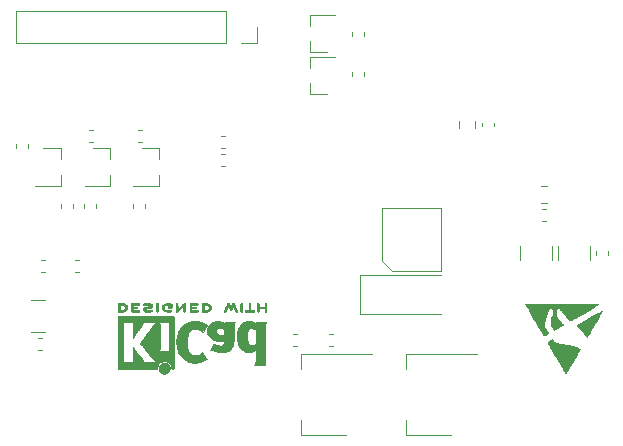
<source format=gbr>
G04 #@! TF.GenerationSoftware,KiCad,Pcbnew,(5.1.5)-2*
G04 #@! TF.CreationDate,2020-03-10T14:18:09+08:00*
G04 #@! TF.ProjectId,ESP32-sensorKit,45535033-322d-4736-956e-736f724b6974,rev?*
G04 #@! TF.SameCoordinates,Original*
G04 #@! TF.FileFunction,Legend,Bot*
G04 #@! TF.FilePolarity,Positive*
%FSLAX46Y46*%
G04 Gerber Fmt 4.6, Leading zero omitted, Abs format (unit mm)*
G04 Created by KiCad (PCBNEW (5.1.5)-2) date 2020-03-10 14:18:09*
%MOMM*%
%LPD*%
G04 APERTURE LIST*
%ADD10C,0.010000*%
%ADD11C,0.120000*%
%ADD12C,0.100000*%
%ADD13O,1.802000X1.802000*%
%ADD14R,1.802000X1.802000*%
%ADD15R,3.602000X1.902000*%
%ADD16C,0.802000*%
%ADD17C,4.502000*%
%ADD18O,1.702000X1.102000*%
%ADD19C,0.752000*%
%ADD20O,2.202000X1.102000*%
%ADD21R,1.002000X0.902000*%
%ADD22C,2.102000*%
%ADD23R,2.102000X3.902000*%
%ADD24R,2.102000X1.602000*%
%ADD25R,2.102000X0.612000*%
%ADD26R,2.515000X3.404000*%
G04 APERTURE END LIST*
D10*
G04 #@! TO.C,REF\002A\002A*
G36*
X135215103Y-102020487D02*
G01*
X135246482Y-101998244D01*
X135274191Y-101970535D01*
X135274191Y-101661100D01*
X135274118Y-101569221D01*
X135273775Y-101497180D01*
X135272972Y-101442240D01*
X135271521Y-101401660D01*
X135269232Y-101372703D01*
X135265916Y-101352629D01*
X135261385Y-101338699D01*
X135255449Y-101328175D01*
X135250794Y-101321920D01*
X135220063Y-101297347D01*
X135184776Y-101294679D01*
X135152525Y-101309749D01*
X135141868Y-101318646D01*
X135134744Y-101330463D01*
X135130447Y-101349494D01*
X135128271Y-101380028D01*
X135127508Y-101426358D01*
X135127435Y-101462149D01*
X135127435Y-101596975D01*
X134630724Y-101596975D01*
X134630724Y-101474320D01*
X134630211Y-101418233D01*
X134628156Y-101379687D01*
X134623788Y-101353659D01*
X134616336Y-101335123D01*
X134607327Y-101321920D01*
X134576424Y-101297416D01*
X134541476Y-101294514D01*
X134508018Y-101311931D01*
X134498884Y-101321061D01*
X134492432Y-101333165D01*
X134488177Y-101352019D01*
X134485632Y-101381400D01*
X134484309Y-101425083D01*
X134483723Y-101486845D01*
X134483655Y-101501020D01*
X134483171Y-101617389D01*
X134482921Y-101713293D01*
X134483003Y-101790843D01*
X134483511Y-101852151D01*
X134484542Y-101899330D01*
X134486193Y-101934490D01*
X134488559Y-101959744D01*
X134491737Y-101977203D01*
X134495824Y-101988979D01*
X134500914Y-101997185D01*
X134506546Y-102003375D01*
X134538408Y-102023176D01*
X134571637Y-102020487D01*
X134603015Y-101998244D01*
X134615713Y-101983894D01*
X134623806Y-101968042D01*
X134628322Y-101945466D01*
X134630286Y-101910942D01*
X134630724Y-101859244D01*
X134630724Y-101743731D01*
X135127435Y-101743731D01*
X135127435Y-101862264D01*
X135127942Y-101916872D01*
X135129978Y-101953745D01*
X135134315Y-101977713D01*
X135141727Y-101993605D01*
X135150013Y-102003375D01*
X135181874Y-102023176D01*
X135215103Y-102020487D01*
G37*
X135215103Y-102020487D02*
X135246482Y-101998244D01*
X135274191Y-101970535D01*
X135274191Y-101661100D01*
X135274118Y-101569221D01*
X135273775Y-101497180D01*
X135272972Y-101442240D01*
X135271521Y-101401660D01*
X135269232Y-101372703D01*
X135265916Y-101352629D01*
X135261385Y-101338699D01*
X135255449Y-101328175D01*
X135250794Y-101321920D01*
X135220063Y-101297347D01*
X135184776Y-101294679D01*
X135152525Y-101309749D01*
X135141868Y-101318646D01*
X135134744Y-101330463D01*
X135130447Y-101349494D01*
X135128271Y-101380028D01*
X135127508Y-101426358D01*
X135127435Y-101462149D01*
X135127435Y-101596975D01*
X134630724Y-101596975D01*
X134630724Y-101474320D01*
X134630211Y-101418233D01*
X134628156Y-101379687D01*
X134623788Y-101353659D01*
X134616336Y-101335123D01*
X134607327Y-101321920D01*
X134576424Y-101297416D01*
X134541476Y-101294514D01*
X134508018Y-101311931D01*
X134498884Y-101321061D01*
X134492432Y-101333165D01*
X134488177Y-101352019D01*
X134485632Y-101381400D01*
X134484309Y-101425083D01*
X134483723Y-101486845D01*
X134483655Y-101501020D01*
X134483171Y-101617389D01*
X134482921Y-101713293D01*
X134483003Y-101790843D01*
X134483511Y-101852151D01*
X134484542Y-101899330D01*
X134486193Y-101934490D01*
X134488559Y-101959744D01*
X134491737Y-101977203D01*
X134495824Y-101988979D01*
X134500914Y-101997185D01*
X134506546Y-102003375D01*
X134538408Y-102023176D01*
X134571637Y-102020487D01*
X134603015Y-101998244D01*
X134615713Y-101983894D01*
X134623806Y-101968042D01*
X134628322Y-101945466D01*
X134630286Y-101910942D01*
X134630724Y-101859244D01*
X134630724Y-101743731D01*
X135127435Y-101743731D01*
X135127435Y-101862264D01*
X135127942Y-101916872D01*
X135129978Y-101953745D01*
X135134315Y-101977713D01*
X135141727Y-101993605D01*
X135150013Y-102003375D01*
X135181874Y-102023176D01*
X135215103Y-102020487D01*
G36*
X133949345Y-102025857D02*
G01*
X134028052Y-102025478D01*
X134089143Y-102024687D01*
X134135097Y-102023350D01*
X134168394Y-102021337D01*
X134191516Y-102018514D01*
X134206942Y-102014751D01*
X134217151Y-102009915D01*
X134222093Y-102006198D01*
X134247737Y-101973662D01*
X134250839Y-101939882D01*
X134234991Y-101909194D01*
X134224628Y-101896931D01*
X134213476Y-101888570D01*
X134197315Y-101883363D01*
X134171922Y-101880563D01*
X134133078Y-101879424D01*
X134076560Y-101879199D01*
X134065460Y-101879198D01*
X133919524Y-101879198D01*
X133919524Y-101608264D01*
X133919428Y-101522866D01*
X133918991Y-101457156D01*
X133917992Y-101408246D01*
X133916208Y-101373247D01*
X133913417Y-101349271D01*
X133909397Y-101333427D01*
X133903925Y-101322829D01*
X133896946Y-101314753D01*
X133864014Y-101294908D01*
X133829634Y-101296472D01*
X133798456Y-101319114D01*
X133796166Y-101321920D01*
X133788709Y-101332528D01*
X133783027Y-101344939D01*
X133778881Y-101362170D01*
X133776030Y-101387236D01*
X133774234Y-101423153D01*
X133773252Y-101472937D01*
X133772844Y-101539603D01*
X133772769Y-101615431D01*
X133772769Y-101879198D01*
X133633407Y-101879198D01*
X133573602Y-101879602D01*
X133532198Y-101881180D01*
X133505028Y-101884473D01*
X133487926Y-101890028D01*
X133476723Y-101898389D01*
X133475363Y-101899842D01*
X133459005Y-101933081D01*
X133460452Y-101970658D01*
X133479258Y-102003375D01*
X133486530Y-102009722D01*
X133495907Y-102014754D01*
X133509889Y-102018624D01*
X133530976Y-102021483D01*
X133561669Y-102023485D01*
X133604469Y-102024781D01*
X133661875Y-102025522D01*
X133736390Y-102025862D01*
X133830513Y-102025952D01*
X133850540Y-102025953D01*
X133949345Y-102025857D01*
G37*
X133949345Y-102025857D02*
X134028052Y-102025478D01*
X134089143Y-102024687D01*
X134135097Y-102023350D01*
X134168394Y-102021337D01*
X134191516Y-102018514D01*
X134206942Y-102014751D01*
X134217151Y-102009915D01*
X134222093Y-102006198D01*
X134247737Y-101973662D01*
X134250839Y-101939882D01*
X134234991Y-101909194D01*
X134224628Y-101896931D01*
X134213476Y-101888570D01*
X134197315Y-101883363D01*
X134171922Y-101880563D01*
X134133078Y-101879424D01*
X134076560Y-101879199D01*
X134065460Y-101879198D01*
X133919524Y-101879198D01*
X133919524Y-101608264D01*
X133919428Y-101522866D01*
X133918991Y-101457156D01*
X133917992Y-101408246D01*
X133916208Y-101373247D01*
X133913417Y-101349271D01*
X133909397Y-101333427D01*
X133903925Y-101322829D01*
X133896946Y-101314753D01*
X133864014Y-101294908D01*
X133829634Y-101296472D01*
X133798456Y-101319114D01*
X133796166Y-101321920D01*
X133788709Y-101332528D01*
X133783027Y-101344939D01*
X133778881Y-101362170D01*
X133776030Y-101387236D01*
X133774234Y-101423153D01*
X133773252Y-101472937D01*
X133772844Y-101539603D01*
X133772769Y-101615431D01*
X133772769Y-101879198D01*
X133633407Y-101879198D01*
X133573602Y-101879602D01*
X133532198Y-101881180D01*
X133505028Y-101884473D01*
X133487926Y-101890028D01*
X133476723Y-101898389D01*
X133475363Y-101899842D01*
X133459005Y-101933081D01*
X133460452Y-101970658D01*
X133479258Y-102003375D01*
X133486530Y-102009722D01*
X133495907Y-102014754D01*
X133509889Y-102018624D01*
X133530976Y-102021483D01*
X133561669Y-102023485D01*
X133604469Y-102024781D01*
X133661875Y-102025522D01*
X133736390Y-102025862D01*
X133830513Y-102025952D01*
X133850540Y-102025953D01*
X133949345Y-102025857D01*
G36*
X133174894Y-102019143D02*
G01*
X133198607Y-102004373D01*
X133225258Y-101982793D01*
X133225258Y-101661247D01*
X133225173Y-101567190D01*
X133224809Y-101493088D01*
X133224004Y-101436316D01*
X133222593Y-101394252D01*
X133220413Y-101364272D01*
X133217301Y-101343753D01*
X133213094Y-101330071D01*
X133207628Y-101320604D01*
X133203752Y-101315938D01*
X133172314Y-101295445D01*
X133136513Y-101296281D01*
X133105153Y-101313756D01*
X133078502Y-101335336D01*
X133078502Y-101982793D01*
X133105153Y-102004373D01*
X133130874Y-102020071D01*
X133151880Y-102025953D01*
X133174894Y-102019143D01*
G37*
X133174894Y-102019143D02*
X133198607Y-102004373D01*
X133225258Y-101982793D01*
X133225258Y-101661247D01*
X133225173Y-101567190D01*
X133224809Y-101493088D01*
X133224004Y-101436316D01*
X133222593Y-101394252D01*
X133220413Y-101364272D01*
X133217301Y-101343753D01*
X133213094Y-101330071D01*
X133207628Y-101320604D01*
X133203752Y-101315938D01*
X133172314Y-101295445D01*
X133136513Y-101296281D01*
X133105153Y-101313756D01*
X133078502Y-101335336D01*
X133078502Y-101982793D01*
X133105153Y-102004373D01*
X133130874Y-102020071D01*
X133151880Y-102025953D01*
X133174894Y-102019143D01*
G36*
X132730945Y-102023986D02*
G01*
X132750535Y-102016985D01*
X132751290Y-102016643D01*
X132777893Y-101996342D01*
X132792550Y-101975459D01*
X132795418Y-101965668D01*
X132795276Y-101952659D01*
X132791241Y-101934125D01*
X132782426Y-101907763D01*
X132767949Y-101871268D01*
X132746925Y-101822333D01*
X132718468Y-101758655D01*
X132681695Y-101677927D01*
X132661455Y-101633804D01*
X132624905Y-101555035D01*
X132590595Y-101482597D01*
X132559832Y-101419140D01*
X132533928Y-101367312D01*
X132514190Y-101329761D01*
X132501930Y-101309136D01*
X132499504Y-101306287D01*
X132468463Y-101293718D01*
X132433401Y-101295401D01*
X132405280Y-101310688D01*
X132404134Y-101311931D01*
X132392948Y-101328866D01*
X132374184Y-101361850D01*
X132350155Y-101406640D01*
X132323177Y-101458988D01*
X132313481Y-101478278D01*
X132240294Y-101624870D01*
X132160520Y-101465627D01*
X132132047Y-101410605D01*
X132105630Y-101362888D01*
X132083428Y-101326127D01*
X132067599Y-101303976D01*
X132062234Y-101299279D01*
X132020537Y-101292918D01*
X131986129Y-101306287D01*
X131976008Y-101320574D01*
X131958494Y-101352328D01*
X131935015Y-101398423D01*
X131907000Y-101455735D01*
X131875879Y-101521140D01*
X131843079Y-101591513D01*
X131810030Y-101663729D01*
X131778161Y-101734665D01*
X131748899Y-101801195D01*
X131723675Y-101860194D01*
X131703916Y-101908539D01*
X131691052Y-101943105D01*
X131686511Y-101960767D01*
X131686557Y-101961407D01*
X131697606Y-101983632D01*
X131719690Y-102006267D01*
X131720990Y-102007252D01*
X131748133Y-102022595D01*
X131773238Y-102022446D01*
X131782648Y-102019554D01*
X131794114Y-102013302D01*
X131806290Y-102001006D01*
X131820637Y-101980112D01*
X131838616Y-101948071D01*
X131861687Y-101902332D01*
X131891310Y-101840343D01*
X131918025Y-101783122D01*
X131948760Y-101716794D01*
X131976301Y-101657146D01*
X131999218Y-101607295D01*
X132016078Y-101570356D01*
X132025453Y-101549447D01*
X132026820Y-101546175D01*
X132032969Y-101551523D01*
X132047102Y-101573911D01*
X132067337Y-101610074D01*
X132091795Y-101656743D01*
X132101528Y-101675998D01*
X132134497Y-101741016D01*
X132159923Y-101788366D01*
X132179892Y-101820801D01*
X132196490Y-101841074D01*
X132211804Y-101851938D01*
X132227920Y-101856145D01*
X132238423Y-101856620D01*
X132256950Y-101854978D01*
X132273184Y-101848189D01*
X132289315Y-101833454D01*
X132307531Y-101807976D01*
X132330019Y-101768959D01*
X132358969Y-101713606D01*
X132374942Y-101682117D01*
X132400850Y-101631933D01*
X132423447Y-101590316D01*
X132440738Y-101560778D01*
X132450730Y-101546831D01*
X132452089Y-101546250D01*
X132458541Y-101557227D01*
X132472988Y-101585730D01*
X132493983Y-101628776D01*
X132520077Y-101683382D01*
X132549826Y-101746566D01*
X132564460Y-101777949D01*
X132602530Y-101858942D01*
X132633185Y-101921264D01*
X132658017Y-101966949D01*
X132678617Y-101998031D01*
X132696578Y-102016542D01*
X132713490Y-102024516D01*
X132730945Y-102023986D01*
G37*
X132730945Y-102023986D02*
X132750535Y-102016985D01*
X132751290Y-102016643D01*
X132777893Y-101996342D01*
X132792550Y-101975459D01*
X132795418Y-101965668D01*
X132795276Y-101952659D01*
X132791241Y-101934125D01*
X132782426Y-101907763D01*
X132767949Y-101871268D01*
X132746925Y-101822333D01*
X132718468Y-101758655D01*
X132681695Y-101677927D01*
X132661455Y-101633804D01*
X132624905Y-101555035D01*
X132590595Y-101482597D01*
X132559832Y-101419140D01*
X132533928Y-101367312D01*
X132514190Y-101329761D01*
X132501930Y-101309136D01*
X132499504Y-101306287D01*
X132468463Y-101293718D01*
X132433401Y-101295401D01*
X132405280Y-101310688D01*
X132404134Y-101311931D01*
X132392948Y-101328866D01*
X132374184Y-101361850D01*
X132350155Y-101406640D01*
X132323177Y-101458988D01*
X132313481Y-101478278D01*
X132240294Y-101624870D01*
X132160520Y-101465627D01*
X132132047Y-101410605D01*
X132105630Y-101362888D01*
X132083428Y-101326127D01*
X132067599Y-101303976D01*
X132062234Y-101299279D01*
X132020537Y-101292918D01*
X131986129Y-101306287D01*
X131976008Y-101320574D01*
X131958494Y-101352328D01*
X131935015Y-101398423D01*
X131907000Y-101455735D01*
X131875879Y-101521140D01*
X131843079Y-101591513D01*
X131810030Y-101663729D01*
X131778161Y-101734665D01*
X131748899Y-101801195D01*
X131723675Y-101860194D01*
X131703916Y-101908539D01*
X131691052Y-101943105D01*
X131686511Y-101960767D01*
X131686557Y-101961407D01*
X131697606Y-101983632D01*
X131719690Y-102006267D01*
X131720990Y-102007252D01*
X131748133Y-102022595D01*
X131773238Y-102022446D01*
X131782648Y-102019554D01*
X131794114Y-102013302D01*
X131806290Y-102001006D01*
X131820637Y-101980112D01*
X131838616Y-101948071D01*
X131861687Y-101902332D01*
X131891310Y-101840343D01*
X131918025Y-101783122D01*
X131948760Y-101716794D01*
X131976301Y-101657146D01*
X131999218Y-101607295D01*
X132016078Y-101570356D01*
X132025453Y-101549447D01*
X132026820Y-101546175D01*
X132032969Y-101551523D01*
X132047102Y-101573911D01*
X132067337Y-101610074D01*
X132091795Y-101656743D01*
X132101528Y-101675998D01*
X132134497Y-101741016D01*
X132159923Y-101788366D01*
X132179892Y-101820801D01*
X132196490Y-101841074D01*
X132211804Y-101851938D01*
X132227920Y-101856145D01*
X132238423Y-101856620D01*
X132256950Y-101854978D01*
X132273184Y-101848189D01*
X132289315Y-101833454D01*
X132307531Y-101807976D01*
X132330019Y-101768959D01*
X132358969Y-101713606D01*
X132374942Y-101682117D01*
X132400850Y-101631933D01*
X132423447Y-101590316D01*
X132440738Y-101560778D01*
X132450730Y-101546831D01*
X132452089Y-101546250D01*
X132458541Y-101557227D01*
X132472988Y-101585730D01*
X132493983Y-101628776D01*
X132520077Y-101683382D01*
X132549826Y-101746566D01*
X132564460Y-101777949D01*
X132602530Y-101858942D01*
X132633185Y-101921264D01*
X132658017Y-101966949D01*
X132678617Y-101998031D01*
X132696578Y-102016542D01*
X132713490Y-102024516D01*
X132730945Y-102023986D01*
G36*
X130004589Y-102025745D02*
G01*
X130133568Y-102021384D01*
X130243271Y-102008159D01*
X130335506Y-101985279D01*
X130412082Y-101951950D01*
X130474807Y-101907382D01*
X130525492Y-101850784D01*
X130565943Y-101781362D01*
X130566739Y-101779669D01*
X130590881Y-101717537D01*
X130599483Y-101662511D01*
X130592511Y-101607133D01*
X130569934Y-101543947D01*
X130565652Y-101534331D01*
X130536452Y-101478054D01*
X130503636Y-101434569D01*
X130461282Y-101397603D01*
X130403470Y-101360885D01*
X130400111Y-101358968D01*
X130349784Y-101334793D01*
X130292901Y-101316738D01*
X130225807Y-101304181D01*
X130144845Y-101296498D01*
X130046362Y-101293067D01*
X130011566Y-101292769D01*
X129845874Y-101292175D01*
X129822477Y-101321920D01*
X129815537Y-101331701D01*
X129810122Y-101343123D01*
X129806045Y-101358925D01*
X129803117Y-101381845D01*
X129801147Y-101414624D01*
X129800505Y-101438931D01*
X129957124Y-101438931D01*
X130051006Y-101438931D01*
X130105944Y-101440537D01*
X130162340Y-101444765D01*
X130208625Y-101450728D01*
X130211419Y-101451230D01*
X130293628Y-101473284D01*
X130357394Y-101506420D01*
X130404732Y-101552173D01*
X130437662Y-101612081D01*
X130443388Y-101627959D01*
X130449001Y-101652687D01*
X130446571Y-101677118D01*
X130434747Y-101709620D01*
X130427620Y-101725586D01*
X130404280Y-101768014D01*
X130376160Y-101797780D01*
X130345220Y-101818509D01*
X130283246Y-101845483D01*
X130203931Y-101865022D01*
X130111533Y-101876274D01*
X130044613Y-101878750D01*
X129957124Y-101879198D01*
X129957124Y-101438931D01*
X129800505Y-101438931D01*
X129799948Y-101459999D01*
X129799330Y-101520709D01*
X129799105Y-101599494D01*
X129799080Y-101661100D01*
X129799080Y-101970535D01*
X129826789Y-101998244D01*
X129839086Y-102009476D01*
X129852383Y-102017167D01*
X129870952Y-102021980D01*
X129899066Y-102024574D01*
X129940997Y-102025610D01*
X130001017Y-102025750D01*
X130004589Y-102025745D01*
G37*
X130004589Y-102025745D02*
X130133568Y-102021384D01*
X130243271Y-102008159D01*
X130335506Y-101985279D01*
X130412082Y-101951950D01*
X130474807Y-101907382D01*
X130525492Y-101850784D01*
X130565943Y-101781362D01*
X130566739Y-101779669D01*
X130590881Y-101717537D01*
X130599483Y-101662511D01*
X130592511Y-101607133D01*
X130569934Y-101543947D01*
X130565652Y-101534331D01*
X130536452Y-101478054D01*
X130503636Y-101434569D01*
X130461282Y-101397603D01*
X130403470Y-101360885D01*
X130400111Y-101358968D01*
X130349784Y-101334793D01*
X130292901Y-101316738D01*
X130225807Y-101304181D01*
X130144845Y-101296498D01*
X130046362Y-101293067D01*
X130011566Y-101292769D01*
X129845874Y-101292175D01*
X129822477Y-101321920D01*
X129815537Y-101331701D01*
X129810122Y-101343123D01*
X129806045Y-101358925D01*
X129803117Y-101381845D01*
X129801147Y-101414624D01*
X129800505Y-101438931D01*
X129957124Y-101438931D01*
X130051006Y-101438931D01*
X130105944Y-101440537D01*
X130162340Y-101444765D01*
X130208625Y-101450728D01*
X130211419Y-101451230D01*
X130293628Y-101473284D01*
X130357394Y-101506420D01*
X130404732Y-101552173D01*
X130437662Y-101612081D01*
X130443388Y-101627959D01*
X130449001Y-101652687D01*
X130446571Y-101677118D01*
X130434747Y-101709620D01*
X130427620Y-101725586D01*
X130404280Y-101768014D01*
X130376160Y-101797780D01*
X130345220Y-101818509D01*
X130283246Y-101845483D01*
X130203931Y-101865022D01*
X130111533Y-101876274D01*
X130044613Y-101878750D01*
X129957124Y-101879198D01*
X129957124Y-101438931D01*
X129800505Y-101438931D01*
X129799948Y-101459999D01*
X129799330Y-101520709D01*
X129799105Y-101599494D01*
X129799080Y-101661100D01*
X129799080Y-101970535D01*
X129826789Y-101998244D01*
X129839086Y-102009476D01*
X129852383Y-102017167D01*
X129870952Y-102021980D01*
X129899066Y-102024574D01*
X129940997Y-102025610D01*
X130001017Y-102025750D01*
X130004589Y-102025745D01*
G36*
X129216623Y-102025760D02*
G01*
X129292981Y-102024846D01*
X129351497Y-102022709D01*
X129394535Y-102018845D01*
X129424463Y-102012753D01*
X129443648Y-102003930D01*
X129454456Y-101991874D01*
X129459253Y-101976081D01*
X129460407Y-101956050D01*
X129460413Y-101953685D01*
X129459411Y-101931028D01*
X129454676Y-101913517D01*
X129443613Y-101900446D01*
X129423628Y-101891107D01*
X129392126Y-101884793D01*
X129346512Y-101880798D01*
X129284193Y-101878414D01*
X129202573Y-101876934D01*
X129177557Y-101876606D01*
X128935480Y-101873553D01*
X128932094Y-101808642D01*
X128928709Y-101743731D01*
X129096856Y-101743731D01*
X129162546Y-101743489D01*
X129209452Y-101742464D01*
X129241363Y-101740209D01*
X129262071Y-101736278D01*
X129275364Y-101730222D01*
X129285035Y-101721596D01*
X129285097Y-101721527D01*
X129302636Y-101687908D01*
X129302002Y-101651572D01*
X129283594Y-101620597D01*
X129279951Y-101617413D01*
X129267021Y-101609208D01*
X129249304Y-101603499D01*
X129222850Y-101599858D01*
X129183712Y-101597853D01*
X129127942Y-101597056D01*
X129092274Y-101596975D01*
X128929835Y-101596975D01*
X128929835Y-101438931D01*
X129176441Y-101438931D01*
X129257860Y-101438789D01*
X129319690Y-101438206D01*
X129364917Y-101436952D01*
X129396528Y-101434793D01*
X129417511Y-101431497D01*
X129430853Y-101426831D01*
X129439541Y-101420563D01*
X129441730Y-101418287D01*
X129457894Y-101386740D01*
X129459077Y-101350852D01*
X129445816Y-101319735D01*
X129435323Y-101309749D01*
X129424409Y-101304251D01*
X129407497Y-101299998D01*
X129381913Y-101296840D01*
X129344981Y-101294628D01*
X129294026Y-101293214D01*
X129226374Y-101292448D01*
X129139349Y-101292182D01*
X129119674Y-101292175D01*
X129031191Y-101292233D01*
X128962507Y-101292553D01*
X128910844Y-101293353D01*
X128873425Y-101294853D01*
X128847470Y-101297271D01*
X128830202Y-101300826D01*
X128818842Y-101305738D01*
X128810612Y-101312225D01*
X128806097Y-101316882D01*
X128799301Y-101325131D01*
X128793992Y-101335351D01*
X128789986Y-101350220D01*
X128787101Y-101372418D01*
X128785154Y-101404627D01*
X128783961Y-101449524D01*
X128783341Y-101509792D01*
X128783109Y-101588109D01*
X128783080Y-101654026D01*
X128783151Y-101746392D01*
X128783488Y-101818903D01*
X128784278Y-101874283D01*
X128785706Y-101915255D01*
X128787959Y-101944542D01*
X128791223Y-101964867D01*
X128795684Y-101978954D01*
X128801528Y-101989525D01*
X128806477Y-101996209D01*
X128829874Y-102025953D01*
X129120054Y-102025953D01*
X129216623Y-102025760D01*
G37*
X129216623Y-102025760D02*
X129292981Y-102024846D01*
X129351497Y-102022709D01*
X129394535Y-102018845D01*
X129424463Y-102012753D01*
X129443648Y-102003930D01*
X129454456Y-101991874D01*
X129459253Y-101976081D01*
X129460407Y-101956050D01*
X129460413Y-101953685D01*
X129459411Y-101931028D01*
X129454676Y-101913517D01*
X129443613Y-101900446D01*
X129423628Y-101891107D01*
X129392126Y-101884793D01*
X129346512Y-101880798D01*
X129284193Y-101878414D01*
X129202573Y-101876934D01*
X129177557Y-101876606D01*
X128935480Y-101873553D01*
X128932094Y-101808642D01*
X128928709Y-101743731D01*
X129096856Y-101743731D01*
X129162546Y-101743489D01*
X129209452Y-101742464D01*
X129241363Y-101740209D01*
X129262071Y-101736278D01*
X129275364Y-101730222D01*
X129285035Y-101721596D01*
X129285097Y-101721527D01*
X129302636Y-101687908D01*
X129302002Y-101651572D01*
X129283594Y-101620597D01*
X129279951Y-101617413D01*
X129267021Y-101609208D01*
X129249304Y-101603499D01*
X129222850Y-101599858D01*
X129183712Y-101597853D01*
X129127942Y-101597056D01*
X129092274Y-101596975D01*
X128929835Y-101596975D01*
X128929835Y-101438931D01*
X129176441Y-101438931D01*
X129257860Y-101438789D01*
X129319690Y-101438206D01*
X129364917Y-101436952D01*
X129396528Y-101434793D01*
X129417511Y-101431497D01*
X129430853Y-101426831D01*
X129439541Y-101420563D01*
X129441730Y-101418287D01*
X129457894Y-101386740D01*
X129459077Y-101350852D01*
X129445816Y-101319735D01*
X129435323Y-101309749D01*
X129424409Y-101304251D01*
X129407497Y-101299998D01*
X129381913Y-101296840D01*
X129344981Y-101294628D01*
X129294026Y-101293214D01*
X129226374Y-101292448D01*
X129139349Y-101292182D01*
X129119674Y-101292175D01*
X129031191Y-101292233D01*
X128962507Y-101292553D01*
X128910844Y-101293353D01*
X128873425Y-101294853D01*
X128847470Y-101297271D01*
X128830202Y-101300826D01*
X128818842Y-101305738D01*
X128810612Y-101312225D01*
X128806097Y-101316882D01*
X128799301Y-101325131D01*
X128793992Y-101335351D01*
X128789986Y-101350220D01*
X128787101Y-101372418D01*
X128785154Y-101404627D01*
X128783961Y-101449524D01*
X128783341Y-101509792D01*
X128783109Y-101588109D01*
X128783080Y-101654026D01*
X128783151Y-101746392D01*
X128783488Y-101818903D01*
X128784278Y-101874283D01*
X128785706Y-101915255D01*
X128787959Y-101944542D01*
X128791223Y-101964867D01*
X128795684Y-101978954D01*
X128801528Y-101989525D01*
X128806477Y-101996209D01*
X128829874Y-102025953D01*
X129120054Y-102025953D01*
X129216623Y-102025760D01*
G36*
X127686166Y-102021572D02*
G01*
X127709732Y-102007747D01*
X127740545Y-101985139D01*
X127780202Y-101952682D01*
X127830300Y-101909312D01*
X127892437Y-101853962D01*
X127968208Y-101785569D01*
X128054946Y-101706936D01*
X128235569Y-101543142D01*
X128241213Y-101762991D01*
X128243251Y-101838669D01*
X128245217Y-101895026D01*
X128247546Y-101935314D01*
X128250674Y-101962785D01*
X128255035Y-101980691D01*
X128261064Y-101992283D01*
X128269196Y-102000812D01*
X128273508Y-102004397D01*
X128308039Y-102023350D01*
X128340897Y-102020579D01*
X128366962Y-102004387D01*
X128393613Y-101982821D01*
X128396928Y-101667869D01*
X128397845Y-101575241D01*
X128398312Y-101502476D01*
X128398167Y-101446859D01*
X128397248Y-101405678D01*
X128395393Y-101376217D01*
X128392441Y-101355765D01*
X128388230Y-101341607D01*
X128382598Y-101331029D01*
X128376353Y-101322546D01*
X128362841Y-101306813D01*
X128349397Y-101296384D01*
X128334156Y-101292381D01*
X128315254Y-101295926D01*
X128290825Y-101308141D01*
X128259007Y-101330149D01*
X128217932Y-101363071D01*
X128165738Y-101408029D01*
X128100558Y-101466145D01*
X128026724Y-101532921D01*
X127761435Y-101773562D01*
X127755791Y-101554431D01*
X127753749Y-101478892D01*
X127751778Y-101422666D01*
X127749441Y-101382496D01*
X127746299Y-101355124D01*
X127741916Y-101337292D01*
X127735856Y-101325741D01*
X127727680Y-101317213D01*
X127723496Y-101313738D01*
X127686515Y-101294648D01*
X127651572Y-101297527D01*
X127621144Y-101321920D01*
X127614183Y-101331734D01*
X127608757Y-101343194D01*
X127604677Y-101359052D01*
X127601751Y-101382057D01*
X127599788Y-101414958D01*
X127598597Y-101460504D01*
X127597988Y-101521447D01*
X127597769Y-101600534D01*
X127597746Y-101659064D01*
X127597820Y-101750613D01*
X127598167Y-101822333D01*
X127598979Y-101876975D01*
X127600447Y-101917288D01*
X127602761Y-101946022D01*
X127606113Y-101965927D01*
X127610692Y-101979752D01*
X127616691Y-101990248D01*
X127621144Y-101996209D01*
X127632430Y-102010329D01*
X127642979Y-102020991D01*
X127654387Y-102027128D01*
X127668250Y-102027677D01*
X127686166Y-102021572D01*
G37*
X127686166Y-102021572D02*
X127709732Y-102007747D01*
X127740545Y-101985139D01*
X127780202Y-101952682D01*
X127830300Y-101909312D01*
X127892437Y-101853962D01*
X127968208Y-101785569D01*
X128054946Y-101706936D01*
X128235569Y-101543142D01*
X128241213Y-101762991D01*
X128243251Y-101838669D01*
X128245217Y-101895026D01*
X128247546Y-101935314D01*
X128250674Y-101962785D01*
X128255035Y-101980691D01*
X128261064Y-101992283D01*
X128269196Y-102000812D01*
X128273508Y-102004397D01*
X128308039Y-102023350D01*
X128340897Y-102020579D01*
X128366962Y-102004387D01*
X128393613Y-101982821D01*
X128396928Y-101667869D01*
X128397845Y-101575241D01*
X128398312Y-101502476D01*
X128398167Y-101446859D01*
X128397248Y-101405678D01*
X128395393Y-101376217D01*
X128392441Y-101355765D01*
X128388230Y-101341607D01*
X128382598Y-101331029D01*
X128376353Y-101322546D01*
X128362841Y-101306813D01*
X128349397Y-101296384D01*
X128334156Y-101292381D01*
X128315254Y-101295926D01*
X128290825Y-101308141D01*
X128259007Y-101330149D01*
X128217932Y-101363071D01*
X128165738Y-101408029D01*
X128100558Y-101466145D01*
X128026724Y-101532921D01*
X127761435Y-101773562D01*
X127755791Y-101554431D01*
X127753749Y-101478892D01*
X127751778Y-101422666D01*
X127749441Y-101382496D01*
X127746299Y-101355124D01*
X127741916Y-101337292D01*
X127735856Y-101325741D01*
X127727680Y-101317213D01*
X127723496Y-101313738D01*
X127686515Y-101294648D01*
X127651572Y-101297527D01*
X127621144Y-101321920D01*
X127614183Y-101331734D01*
X127608757Y-101343194D01*
X127604677Y-101359052D01*
X127601751Y-101382057D01*
X127599788Y-101414958D01*
X127598597Y-101460504D01*
X127597988Y-101521447D01*
X127597769Y-101600534D01*
X127597746Y-101659064D01*
X127597820Y-101750613D01*
X127598167Y-101822333D01*
X127598979Y-101876975D01*
X127600447Y-101917288D01*
X127602761Y-101946022D01*
X127606113Y-101965927D01*
X127610692Y-101979752D01*
X127616691Y-101990248D01*
X127621144Y-101996209D01*
X127632430Y-102010329D01*
X127642979Y-102020991D01*
X127654387Y-102027128D01*
X127668250Y-102027677D01*
X127686166Y-102021572D01*
G36*
X127036199Y-102020421D02*
G01*
X127104715Y-102008925D01*
X127157337Y-101991053D01*
X127191572Y-101967521D01*
X127200901Y-101954096D01*
X127210387Y-101922872D01*
X127204003Y-101894625D01*
X127183850Y-101867838D01*
X127152535Y-101855307D01*
X127107097Y-101856324D01*
X127071954Y-101863114D01*
X126993861Y-101876049D01*
X126914054Y-101877278D01*
X126824725Y-101866779D01*
X126800051Y-101862330D01*
X126716989Y-101838912D01*
X126652007Y-101804075D01*
X126605819Y-101758416D01*
X126579135Y-101702526D01*
X126573617Y-101673632D01*
X126577229Y-101615008D01*
X126600551Y-101563141D01*
X126641456Y-101519042D01*
X126697821Y-101483721D01*
X126767520Y-101458191D01*
X126848428Y-101443461D01*
X126938420Y-101440542D01*
X127035370Y-101450445D01*
X127040844Y-101451379D01*
X127079405Y-101458561D01*
X127100786Y-101465499D01*
X127110053Y-101475793D01*
X127112274Y-101493044D01*
X127112324Y-101502179D01*
X127112324Y-101540531D01*
X127043849Y-101540531D01*
X126983380Y-101544673D01*
X126942115Y-101557873D01*
X126918105Y-101581290D01*
X126909403Y-101616084D01*
X126909297Y-101620626D01*
X126914388Y-101650366D01*
X126931847Y-101671601D01*
X126964341Y-101685654D01*
X127014537Y-101693847D01*
X127063157Y-101696859D01*
X127133824Y-101698587D01*
X127185082Y-101695950D01*
X127220041Y-101686220D01*
X127241810Y-101666667D01*
X127253500Y-101634564D01*
X127258220Y-101587182D01*
X127259080Y-101524949D01*
X127257671Y-101455485D01*
X127253432Y-101408234D01*
X127246344Y-101383008D01*
X127244969Y-101381032D01*
X127206052Y-101349512D01*
X127148994Y-101324550D01*
X127077411Y-101306680D01*
X126994922Y-101296434D01*
X126905141Y-101294347D01*
X126811688Y-101300952D01*
X126756724Y-101309064D01*
X126670514Y-101333466D01*
X126590388Y-101373358D01*
X126523303Y-101425133D01*
X126513107Y-101435481D01*
X126479978Y-101478985D01*
X126450086Y-101532902D01*
X126426923Y-101589428D01*
X126413982Y-101640761D01*
X126412422Y-101660476D01*
X126419062Y-101701601D01*
X126436712Y-101752768D01*
X126461983Y-101806626D01*
X126491491Y-101855825D01*
X126517561Y-101888686D01*
X126578515Y-101937568D01*
X126657311Y-101976475D01*
X126751123Y-102004526D01*
X126857130Y-102020841D01*
X126954280Y-102024828D01*
X127036199Y-102020421D01*
G37*
X127036199Y-102020421D02*
X127104715Y-102008925D01*
X127157337Y-101991053D01*
X127191572Y-101967521D01*
X127200901Y-101954096D01*
X127210387Y-101922872D01*
X127204003Y-101894625D01*
X127183850Y-101867838D01*
X127152535Y-101855307D01*
X127107097Y-101856324D01*
X127071954Y-101863114D01*
X126993861Y-101876049D01*
X126914054Y-101877278D01*
X126824725Y-101866779D01*
X126800051Y-101862330D01*
X126716989Y-101838912D01*
X126652007Y-101804075D01*
X126605819Y-101758416D01*
X126579135Y-101702526D01*
X126573617Y-101673632D01*
X126577229Y-101615008D01*
X126600551Y-101563141D01*
X126641456Y-101519042D01*
X126697821Y-101483721D01*
X126767520Y-101458191D01*
X126848428Y-101443461D01*
X126938420Y-101440542D01*
X127035370Y-101450445D01*
X127040844Y-101451379D01*
X127079405Y-101458561D01*
X127100786Y-101465499D01*
X127110053Y-101475793D01*
X127112274Y-101493044D01*
X127112324Y-101502179D01*
X127112324Y-101540531D01*
X127043849Y-101540531D01*
X126983380Y-101544673D01*
X126942115Y-101557873D01*
X126918105Y-101581290D01*
X126909403Y-101616084D01*
X126909297Y-101620626D01*
X126914388Y-101650366D01*
X126931847Y-101671601D01*
X126964341Y-101685654D01*
X127014537Y-101693847D01*
X127063157Y-101696859D01*
X127133824Y-101698587D01*
X127185082Y-101695950D01*
X127220041Y-101686220D01*
X127241810Y-101666667D01*
X127253500Y-101634564D01*
X127258220Y-101587182D01*
X127259080Y-101524949D01*
X127257671Y-101455485D01*
X127253432Y-101408234D01*
X127246344Y-101383008D01*
X127244969Y-101381032D01*
X127206052Y-101349512D01*
X127148994Y-101324550D01*
X127077411Y-101306680D01*
X126994922Y-101296434D01*
X126905141Y-101294347D01*
X126811688Y-101300952D01*
X126756724Y-101309064D01*
X126670514Y-101333466D01*
X126590388Y-101373358D01*
X126523303Y-101425133D01*
X126513107Y-101435481D01*
X126479978Y-101478985D01*
X126450086Y-101532902D01*
X126426923Y-101589428D01*
X126413982Y-101640761D01*
X126412422Y-101660476D01*
X126419062Y-101701601D01*
X126436712Y-101752768D01*
X126461983Y-101806626D01*
X126491491Y-101855825D01*
X126517561Y-101888686D01*
X126578515Y-101937568D01*
X126657311Y-101976475D01*
X126751123Y-102004526D01*
X126857130Y-102020841D01*
X126954280Y-102024828D01*
X127036199Y-102020421D01*
G36*
X126062458Y-102003375D02*
G01*
X126069038Y-101995802D01*
X126074201Y-101986033D01*
X126078116Y-101971449D01*
X126080956Y-101949435D01*
X126082893Y-101917372D01*
X126084097Y-101872645D01*
X126084741Y-101812635D01*
X126084996Y-101734726D01*
X126085035Y-101659064D01*
X126084966Y-101565218D01*
X126084642Y-101491331D01*
X126083894Y-101434788D01*
X126082548Y-101392971D01*
X126080434Y-101363263D01*
X126077380Y-101343047D01*
X126073214Y-101329706D01*
X126067764Y-101320622D01*
X126062458Y-101314753D01*
X126029454Y-101295073D01*
X125994289Y-101296839D01*
X125962825Y-101318303D01*
X125955596Y-101326683D01*
X125949946Y-101336406D01*
X125945681Y-101350159D01*
X125942607Y-101370631D01*
X125940528Y-101400508D01*
X125939250Y-101442479D01*
X125938579Y-101499231D01*
X125938321Y-101573453D01*
X125938280Y-101657483D01*
X125938280Y-101970535D01*
X125965989Y-101998244D01*
X126000143Y-102021557D01*
X126033274Y-102022397D01*
X126062458Y-102003375D01*
G37*
X126062458Y-102003375D02*
X126069038Y-101995802D01*
X126074201Y-101986033D01*
X126078116Y-101971449D01*
X126080956Y-101949435D01*
X126082893Y-101917372D01*
X126084097Y-101872645D01*
X126084741Y-101812635D01*
X126084996Y-101734726D01*
X126085035Y-101659064D01*
X126084966Y-101565218D01*
X126084642Y-101491331D01*
X126083894Y-101434788D01*
X126082548Y-101392971D01*
X126080434Y-101363263D01*
X126077380Y-101343047D01*
X126073214Y-101329706D01*
X126067764Y-101320622D01*
X126062458Y-101314753D01*
X126029454Y-101295073D01*
X125994289Y-101296839D01*
X125962825Y-101318303D01*
X125955596Y-101326683D01*
X125949946Y-101336406D01*
X125945681Y-101350159D01*
X125942607Y-101370631D01*
X125940528Y-101400508D01*
X125939250Y-101442479D01*
X125938579Y-101499231D01*
X125938321Y-101573453D01*
X125938280Y-101657483D01*
X125938280Y-101970535D01*
X125965989Y-101998244D01*
X126000143Y-102021557D01*
X126033274Y-102022397D01*
X126062458Y-102003375D01*
G36*
X125294577Y-102024669D02*
G01*
X125369392Y-102019439D01*
X125438974Y-102011270D01*
X125499278Y-102000470D01*
X125546260Y-101987347D01*
X125575874Y-101972207D01*
X125580420Y-101967751D01*
X125596226Y-101933170D01*
X125591433Y-101897669D01*
X125566916Y-101867295D01*
X125565746Y-101866424D01*
X125551326Y-101857066D01*
X125536272Y-101852144D01*
X125515275Y-101851547D01*
X125483023Y-101855159D01*
X125434207Y-101862866D01*
X125430280Y-101863515D01*
X125357541Y-101872451D01*
X125279063Y-101876859D01*
X125200353Y-101876901D01*
X125126919Y-101872741D01*
X125064269Y-101864541D01*
X125017910Y-101852463D01*
X125014864Y-101851249D01*
X124981232Y-101832405D01*
X124969416Y-101813335D01*
X124978666Y-101794581D01*
X125008233Y-101776683D01*
X125057369Y-101760183D01*
X125125323Y-101745624D01*
X125170635Y-101738614D01*
X125264824Y-101725131D01*
X125339736Y-101712806D01*
X125398563Y-101700571D01*
X125444495Y-101687359D01*
X125480725Y-101672103D01*
X125510442Y-101653735D01*
X125536838Y-101631189D01*
X125558050Y-101609049D01*
X125583215Y-101578201D01*
X125595599Y-101551675D01*
X125599472Y-101518994D01*
X125599613Y-101507025D01*
X125596704Y-101467308D01*
X125585078Y-101437761D01*
X125564957Y-101411534D01*
X125524064Y-101371444D01*
X125478463Y-101340871D01*
X125424767Y-101318817D01*
X125359588Y-101304285D01*
X125279536Y-101296279D01*
X125181223Y-101293802D01*
X125164991Y-101293843D01*
X125099431Y-101295202D01*
X125034414Y-101298290D01*
X124977028Y-101302664D01*
X124934358Y-101307880D01*
X124930908Y-101308479D01*
X124888484Y-101318529D01*
X124852500Y-101331224D01*
X124832130Y-101342830D01*
X124813173Y-101373448D01*
X124811853Y-101409102D01*
X124828195Y-101440876D01*
X124831851Y-101444469D01*
X124846965Y-101455144D01*
X124865865Y-101459744D01*
X124895118Y-101458961D01*
X124930629Y-101454893D01*
X124970310Y-101451258D01*
X125025935Y-101448192D01*
X125090874Y-101445967D01*
X125158495Y-101444856D01*
X125176280Y-101444783D01*
X125244152Y-101445056D01*
X125293826Y-101446374D01*
X125329670Y-101449193D01*
X125356056Y-101453970D01*
X125377354Y-101461163D01*
X125390154Y-101467153D01*
X125418280Y-101483787D01*
X125436212Y-101498852D01*
X125438833Y-101503123D01*
X125433304Y-101520757D01*
X125407020Y-101537828D01*
X125361802Y-101553562D01*
X125299472Y-101567182D01*
X125281109Y-101570216D01*
X125185190Y-101585282D01*
X125108639Y-101597874D01*
X125048500Y-101608909D01*
X125001820Y-101619300D01*
X124965643Y-101629964D01*
X124937015Y-101641815D01*
X124912982Y-101655769D01*
X124890588Y-101672739D01*
X124866878Y-101693642D01*
X124858900Y-101700971D01*
X124830927Y-101728321D01*
X124816120Y-101749991D01*
X124810328Y-101774788D01*
X124809391Y-101806037D01*
X124819705Y-101867315D01*
X124850528Y-101919380D01*
X124901685Y-101962062D01*
X124972997Y-101995195D01*
X125023880Y-102010056D01*
X125079180Y-102019654D01*
X125145427Y-102025084D01*
X125218574Y-102026653D01*
X125294577Y-102024669D01*
G37*
X125294577Y-102024669D02*
X125369392Y-102019439D01*
X125438974Y-102011270D01*
X125499278Y-102000470D01*
X125546260Y-101987347D01*
X125575874Y-101972207D01*
X125580420Y-101967751D01*
X125596226Y-101933170D01*
X125591433Y-101897669D01*
X125566916Y-101867295D01*
X125565746Y-101866424D01*
X125551326Y-101857066D01*
X125536272Y-101852144D01*
X125515275Y-101851547D01*
X125483023Y-101855159D01*
X125434207Y-101862866D01*
X125430280Y-101863515D01*
X125357541Y-101872451D01*
X125279063Y-101876859D01*
X125200353Y-101876901D01*
X125126919Y-101872741D01*
X125064269Y-101864541D01*
X125017910Y-101852463D01*
X125014864Y-101851249D01*
X124981232Y-101832405D01*
X124969416Y-101813335D01*
X124978666Y-101794581D01*
X125008233Y-101776683D01*
X125057369Y-101760183D01*
X125125323Y-101745624D01*
X125170635Y-101738614D01*
X125264824Y-101725131D01*
X125339736Y-101712806D01*
X125398563Y-101700571D01*
X125444495Y-101687359D01*
X125480725Y-101672103D01*
X125510442Y-101653735D01*
X125536838Y-101631189D01*
X125558050Y-101609049D01*
X125583215Y-101578201D01*
X125595599Y-101551675D01*
X125599472Y-101518994D01*
X125599613Y-101507025D01*
X125596704Y-101467308D01*
X125585078Y-101437761D01*
X125564957Y-101411534D01*
X125524064Y-101371444D01*
X125478463Y-101340871D01*
X125424767Y-101318817D01*
X125359588Y-101304285D01*
X125279536Y-101296279D01*
X125181223Y-101293802D01*
X125164991Y-101293843D01*
X125099431Y-101295202D01*
X125034414Y-101298290D01*
X124977028Y-101302664D01*
X124934358Y-101307880D01*
X124930908Y-101308479D01*
X124888484Y-101318529D01*
X124852500Y-101331224D01*
X124832130Y-101342830D01*
X124813173Y-101373448D01*
X124811853Y-101409102D01*
X124828195Y-101440876D01*
X124831851Y-101444469D01*
X124846965Y-101455144D01*
X124865865Y-101459744D01*
X124895118Y-101458961D01*
X124930629Y-101454893D01*
X124970310Y-101451258D01*
X125025935Y-101448192D01*
X125090874Y-101445967D01*
X125158495Y-101444856D01*
X125176280Y-101444783D01*
X125244152Y-101445056D01*
X125293826Y-101446374D01*
X125329670Y-101449193D01*
X125356056Y-101453970D01*
X125377354Y-101461163D01*
X125390154Y-101467153D01*
X125418280Y-101483787D01*
X125436212Y-101498852D01*
X125438833Y-101503123D01*
X125433304Y-101520757D01*
X125407020Y-101537828D01*
X125361802Y-101553562D01*
X125299472Y-101567182D01*
X125281109Y-101570216D01*
X125185190Y-101585282D01*
X125108639Y-101597874D01*
X125048500Y-101608909D01*
X125001820Y-101619300D01*
X124965643Y-101629964D01*
X124937015Y-101641815D01*
X124912982Y-101655769D01*
X124890588Y-101672739D01*
X124866878Y-101693642D01*
X124858900Y-101700971D01*
X124830927Y-101728321D01*
X124816120Y-101749991D01*
X124810328Y-101774788D01*
X124809391Y-101806037D01*
X124819705Y-101867315D01*
X124850528Y-101919380D01*
X124901685Y-101962062D01*
X124972997Y-101995195D01*
X125023880Y-102010056D01*
X125079180Y-102019654D01*
X125145427Y-102025084D01*
X125218574Y-102026653D01*
X125294577Y-102024669D01*
G36*
X124273486Y-102025874D02*
G01*
X124342894Y-102025502D01*
X124395283Y-102024635D01*
X124433433Y-102023074D01*
X124460121Y-102020617D01*
X124478127Y-102017063D01*
X124490231Y-102012210D01*
X124499211Y-102005859D01*
X124502462Y-102002936D01*
X124522237Y-101971878D01*
X124525798Y-101936192D01*
X124512789Y-101904510D01*
X124506774Y-101898107D01*
X124497045Y-101891899D01*
X124481379Y-101887110D01*
X124456872Y-101883506D01*
X124420619Y-101880856D01*
X124369715Y-101878925D01*
X124301254Y-101877481D01*
X124238663Y-101876602D01*
X123990946Y-101873553D01*
X123987561Y-101808642D01*
X123984175Y-101743731D01*
X124152322Y-101743731D01*
X124225321Y-101743101D01*
X124278763Y-101740467D01*
X124315652Y-101734711D01*
X124338992Y-101724716D01*
X124351786Y-101709364D01*
X124357038Y-101687538D01*
X124357835Y-101667282D01*
X124355357Y-101642428D01*
X124346003Y-101624114D01*
X124326897Y-101611383D01*
X124295162Y-101603279D01*
X124247921Y-101598844D01*
X124182297Y-101597121D01*
X124146479Y-101596975D01*
X123985302Y-101596975D01*
X123985302Y-101438931D01*
X124233658Y-101438931D01*
X124315067Y-101438818D01*
X124376938Y-101438308D01*
X124422312Y-101437150D01*
X124454226Y-101435090D01*
X124475721Y-101431874D01*
X124489837Y-101427248D01*
X124499612Y-101420961D01*
X124504591Y-101416353D01*
X124521670Y-101389460D01*
X124527169Y-101365553D01*
X124519317Y-101336353D01*
X124504591Y-101314753D01*
X124496734Y-101307954D01*
X124486592Y-101302674D01*
X124471436Y-101298722D01*
X124448539Y-101295907D01*
X124415171Y-101294038D01*
X124368605Y-101292922D01*
X124306113Y-101292369D01*
X124224966Y-101292187D01*
X124182858Y-101292175D01*
X124092682Y-101292255D01*
X124022356Y-101292622D01*
X123969151Y-101293468D01*
X123930340Y-101294984D01*
X123903193Y-101297361D01*
X123884982Y-101300791D01*
X123872980Y-101305466D01*
X123864458Y-101311576D01*
X123861124Y-101314753D01*
X123854525Y-101322350D01*
X123849353Y-101332150D01*
X123845434Y-101346781D01*
X123842596Y-101368868D01*
X123840665Y-101401038D01*
X123839468Y-101445917D01*
X123838832Y-101506131D01*
X123838583Y-101584307D01*
X123838546Y-101657097D01*
X123838580Y-101750313D01*
X123838815Y-101823589D01*
X123839450Y-101879562D01*
X123840686Y-101920869D01*
X123842724Y-101950148D01*
X123845763Y-101970036D01*
X123850003Y-101983170D01*
X123855645Y-101992188D01*
X123862889Y-101999727D01*
X123864674Y-102001408D01*
X123873335Y-102008848D01*
X123883398Y-102014611D01*
X123897655Y-102018908D01*
X123918897Y-102021956D01*
X123949916Y-102023969D01*
X123993503Y-102025160D01*
X124052449Y-102025745D01*
X124129546Y-102025937D01*
X124184279Y-102025953D01*
X124273486Y-102025874D01*
G37*
X124273486Y-102025874D02*
X124342894Y-102025502D01*
X124395283Y-102024635D01*
X124433433Y-102023074D01*
X124460121Y-102020617D01*
X124478127Y-102017063D01*
X124490231Y-102012210D01*
X124499211Y-102005859D01*
X124502462Y-102002936D01*
X124522237Y-101971878D01*
X124525798Y-101936192D01*
X124512789Y-101904510D01*
X124506774Y-101898107D01*
X124497045Y-101891899D01*
X124481379Y-101887110D01*
X124456872Y-101883506D01*
X124420619Y-101880856D01*
X124369715Y-101878925D01*
X124301254Y-101877481D01*
X124238663Y-101876602D01*
X123990946Y-101873553D01*
X123987561Y-101808642D01*
X123984175Y-101743731D01*
X124152322Y-101743731D01*
X124225321Y-101743101D01*
X124278763Y-101740467D01*
X124315652Y-101734711D01*
X124338992Y-101724716D01*
X124351786Y-101709364D01*
X124357038Y-101687538D01*
X124357835Y-101667282D01*
X124355357Y-101642428D01*
X124346003Y-101624114D01*
X124326897Y-101611383D01*
X124295162Y-101603279D01*
X124247921Y-101598844D01*
X124182297Y-101597121D01*
X124146479Y-101596975D01*
X123985302Y-101596975D01*
X123985302Y-101438931D01*
X124233658Y-101438931D01*
X124315067Y-101438818D01*
X124376938Y-101438308D01*
X124422312Y-101437150D01*
X124454226Y-101435090D01*
X124475721Y-101431874D01*
X124489837Y-101427248D01*
X124499612Y-101420961D01*
X124504591Y-101416353D01*
X124521670Y-101389460D01*
X124527169Y-101365553D01*
X124519317Y-101336353D01*
X124504591Y-101314753D01*
X124496734Y-101307954D01*
X124486592Y-101302674D01*
X124471436Y-101298722D01*
X124448539Y-101295907D01*
X124415171Y-101294038D01*
X124368605Y-101292922D01*
X124306113Y-101292369D01*
X124224966Y-101292187D01*
X124182858Y-101292175D01*
X124092682Y-101292255D01*
X124022356Y-101292622D01*
X123969151Y-101293468D01*
X123930340Y-101294984D01*
X123903193Y-101297361D01*
X123884982Y-101300791D01*
X123872980Y-101305466D01*
X123864458Y-101311576D01*
X123861124Y-101314753D01*
X123854525Y-101322350D01*
X123849353Y-101332150D01*
X123845434Y-101346781D01*
X123842596Y-101368868D01*
X123840665Y-101401038D01*
X123839468Y-101445917D01*
X123838832Y-101506131D01*
X123838583Y-101584307D01*
X123838546Y-101657097D01*
X123838580Y-101750313D01*
X123838815Y-101823589D01*
X123839450Y-101879562D01*
X123840686Y-101920869D01*
X123842724Y-101950148D01*
X123845763Y-101970036D01*
X123850003Y-101983170D01*
X123855645Y-101992188D01*
X123862889Y-101999727D01*
X123864674Y-102001408D01*
X123873335Y-102008848D01*
X123883398Y-102014611D01*
X123897655Y-102018908D01*
X123918897Y-102021956D01*
X123949916Y-102023969D01*
X123993503Y-102025160D01*
X124052449Y-102025745D01*
X124129546Y-102025937D01*
X124184279Y-102025953D01*
X124273486Y-102025874D01*
G36*
X122864909Y-102025954D02*
G01*
X122904391Y-102025553D01*
X123020080Y-102022761D01*
X123116969Y-102014470D01*
X123198361Y-101999788D01*
X123267557Y-101977827D01*
X123327860Y-101947698D01*
X123382572Y-101908510D01*
X123402113Y-101891488D01*
X123434530Y-101851657D01*
X123463760Y-101797607D01*
X123486289Y-101737697D01*
X123498601Y-101680281D01*
X123499880Y-101659064D01*
X123491863Y-101600251D01*
X123470381Y-101536007D01*
X123439281Y-101475199D01*
X123402414Y-101426690D01*
X123396426Y-101420838D01*
X123345701Y-101379699D01*
X123290155Y-101347585D01*
X123226584Y-101323655D01*
X123151786Y-101307067D01*
X123062558Y-101296979D01*
X122955698Y-101292551D01*
X122906752Y-101292175D01*
X122844518Y-101292475D01*
X122800752Y-101293728D01*
X122771349Y-101296466D01*
X122752201Y-101301219D01*
X122739203Y-101308519D01*
X122732235Y-101314753D01*
X122725654Y-101322326D01*
X122720492Y-101332096D01*
X122716577Y-101346680D01*
X122713737Y-101368694D01*
X122711800Y-101400756D01*
X122710596Y-101445484D01*
X122709952Y-101505494D01*
X122709697Y-101583403D01*
X122709658Y-101659064D01*
X122709410Y-101759979D01*
X122709463Y-101840593D01*
X122710423Y-101879198D01*
X122856413Y-101879198D01*
X122856413Y-101438931D01*
X122949546Y-101439016D01*
X123005587Y-101440624D01*
X123064281Y-101444764D01*
X123113252Y-101450556D01*
X123114742Y-101450794D01*
X123193888Y-101469930D01*
X123255278Y-101499733D01*
X123301975Y-101542142D01*
X123331645Y-101588059D01*
X123349927Y-101638994D01*
X123348509Y-101686820D01*
X123327292Y-101738087D01*
X123285791Y-101791121D01*
X123228282Y-101830420D01*
X123153530Y-101856689D01*
X123103572Y-101865985D01*
X123046864Y-101872513D01*
X122986761Y-101877238D01*
X122935641Y-101879203D01*
X122932613Y-101879212D01*
X122856413Y-101879198D01*
X122710423Y-101879198D01*
X122711020Y-101903169D01*
X122715282Y-101949965D01*
X122723450Y-101983242D01*
X122736724Y-102005261D01*
X122756306Y-102018281D01*
X122783397Y-102024563D01*
X122819198Y-102026367D01*
X122864909Y-102025954D01*
G37*
X122864909Y-102025954D02*
X122904391Y-102025553D01*
X123020080Y-102022761D01*
X123116969Y-102014470D01*
X123198361Y-101999788D01*
X123267557Y-101977827D01*
X123327860Y-101947698D01*
X123382572Y-101908510D01*
X123402113Y-101891488D01*
X123434530Y-101851657D01*
X123463760Y-101797607D01*
X123486289Y-101737697D01*
X123498601Y-101680281D01*
X123499880Y-101659064D01*
X123491863Y-101600251D01*
X123470381Y-101536007D01*
X123439281Y-101475199D01*
X123402414Y-101426690D01*
X123396426Y-101420838D01*
X123345701Y-101379699D01*
X123290155Y-101347585D01*
X123226584Y-101323655D01*
X123151786Y-101307067D01*
X123062558Y-101296979D01*
X122955698Y-101292551D01*
X122906752Y-101292175D01*
X122844518Y-101292475D01*
X122800752Y-101293728D01*
X122771349Y-101296466D01*
X122752201Y-101301219D01*
X122739203Y-101308519D01*
X122732235Y-101314753D01*
X122725654Y-101322326D01*
X122720492Y-101332096D01*
X122716577Y-101346680D01*
X122713737Y-101368694D01*
X122711800Y-101400756D01*
X122710596Y-101445484D01*
X122709952Y-101505494D01*
X122709697Y-101583403D01*
X122709658Y-101659064D01*
X122709410Y-101759979D01*
X122709463Y-101840593D01*
X122710423Y-101879198D01*
X122856413Y-101879198D01*
X122856413Y-101438931D01*
X122949546Y-101439016D01*
X123005587Y-101440624D01*
X123064281Y-101444764D01*
X123113252Y-101450556D01*
X123114742Y-101450794D01*
X123193888Y-101469930D01*
X123255278Y-101499733D01*
X123301975Y-101542142D01*
X123331645Y-101588059D01*
X123349927Y-101638994D01*
X123348509Y-101686820D01*
X123327292Y-101738087D01*
X123285791Y-101791121D01*
X123228282Y-101830420D01*
X123153530Y-101856689D01*
X123103572Y-101865985D01*
X123046864Y-101872513D01*
X122986761Y-101877238D01*
X122935641Y-101879203D01*
X122932613Y-101879212D01*
X122856413Y-101879198D01*
X122710423Y-101879198D01*
X122711020Y-101903169D01*
X122715282Y-101949965D01*
X122723450Y-101983242D01*
X122736724Y-102005261D01*
X122756306Y-102018281D01*
X122783397Y-102024563D01*
X122819198Y-102026367D01*
X122864909Y-102025954D01*
G36*
X126713237Y-107268449D02*
G01*
X126809512Y-107244211D01*
X126896096Y-107201379D01*
X126970907Y-107141601D01*
X127031862Y-107066526D01*
X127076881Y-106977800D01*
X127103144Y-106881490D01*
X127108994Y-106784225D01*
X127094140Y-106690366D01*
X127060440Y-106602509D01*
X127009752Y-106523250D01*
X126943935Y-106455184D01*
X126864846Y-106400908D01*
X126774346Y-106363018D01*
X126723080Y-106350594D01*
X126678582Y-106343073D01*
X126644281Y-106340101D01*
X126611320Y-106341926D01*
X126570846Y-106348795D01*
X126537749Y-106355770D01*
X126444333Y-106387279D01*
X126360661Y-106438403D01*
X126288615Y-106507591D01*
X126230080Y-106593292D01*
X126216132Y-106620531D01*
X126199694Y-106656898D01*
X126189386Y-106687438D01*
X126183820Y-106719570D01*
X126181611Y-106760713D01*
X126181332Y-106806798D01*
X126185419Y-106891155D01*
X126198834Y-106960434D01*
X126224024Y-107021059D01*
X126263434Y-107079453D01*
X126301982Y-107123718D01*
X126373874Y-107189536D01*
X126448967Y-107234967D01*
X126531718Y-107262170D01*
X126609352Y-107272444D01*
X126713237Y-107268449D01*
G37*
X126713237Y-107268449D02*
X126809512Y-107244211D01*
X126896096Y-107201379D01*
X126970907Y-107141601D01*
X127031862Y-107066526D01*
X127076881Y-106977800D01*
X127103144Y-106881490D01*
X127108994Y-106784225D01*
X127094140Y-106690366D01*
X127060440Y-106602509D01*
X127009752Y-106523250D01*
X126943935Y-106455184D01*
X126864846Y-106400908D01*
X126774346Y-106363018D01*
X126723080Y-106350594D01*
X126678582Y-106343073D01*
X126644281Y-106340101D01*
X126611320Y-106341926D01*
X126570846Y-106348795D01*
X126537749Y-106355770D01*
X126444333Y-106387279D01*
X126360661Y-106438403D01*
X126288615Y-106507591D01*
X126230080Y-106593292D01*
X126216132Y-106620531D01*
X126199694Y-106656898D01*
X126189386Y-106687438D01*
X126183820Y-106719570D01*
X126181611Y-106760713D01*
X126181332Y-106806798D01*
X126185419Y-106891155D01*
X126198834Y-106960434D01*
X126224024Y-107021059D01*
X126263434Y-107079453D01*
X126301982Y-107123718D01*
X126373874Y-107189536D01*
X126448967Y-107234967D01*
X126531718Y-107262170D01*
X126609352Y-107272444D01*
X126713237Y-107268449D01*
G36*
X135172787Y-104822775D02*
G01*
X135172806Y-104588358D01*
X135172832Y-104375417D01*
X135172905Y-104182852D01*
X135173062Y-104009561D01*
X135173344Y-103854444D01*
X135173789Y-103716400D01*
X135174436Y-103594328D01*
X135175325Y-103487126D01*
X135176493Y-103393694D01*
X135177981Y-103312930D01*
X135179826Y-103243734D01*
X135182069Y-103185005D01*
X135184749Y-103135641D01*
X135187903Y-103094542D01*
X135191572Y-103060607D01*
X135195793Y-103032734D01*
X135200607Y-103009822D01*
X135206053Y-102990771D01*
X135212168Y-102974480D01*
X135218992Y-102959847D01*
X135226565Y-102945771D01*
X135234925Y-102931152D01*
X135240119Y-102922046D01*
X135274384Y-102861331D01*
X134416235Y-102861331D01*
X134416235Y-102957287D01*
X134415504Y-103000650D01*
X134413552Y-103033815D01*
X134410743Y-103051596D01*
X134409501Y-103053242D01*
X134398079Y-103046358D01*
X134375364Y-103028515D01*
X134352665Y-103009141D01*
X134298080Y-102968406D01*
X134228601Y-102927403D01*
X134151550Y-102889897D01*
X134074245Y-102859656D01*
X134043393Y-102850008D01*
X133974896Y-102835442D01*
X133892044Y-102825481D01*
X133802651Y-102820437D01*
X133714528Y-102820624D01*
X133635487Y-102826354D01*
X133597791Y-102832162D01*
X133459694Y-102870223D01*
X133332393Y-102927947D01*
X133216572Y-103004809D01*
X133112917Y-103100281D01*
X133022113Y-103213841D01*
X132955311Y-103324639D01*
X132900444Y-103441395D01*
X132858443Y-103560744D01*
X132828447Y-103686737D01*
X132809591Y-103823426D01*
X132801012Y-103974862D01*
X132800286Y-104052309D01*
X132802380Y-104109086D01*
X133631497Y-104109086D01*
X133631704Y-104016018D01*
X133634617Y-103928328D01*
X133640280Y-103851248D01*
X133648735Y-103790011D01*
X133651318Y-103777670D01*
X133683120Y-103670387D01*
X133724778Y-103583362D01*
X133776643Y-103516378D01*
X133839061Y-103469215D01*
X133912380Y-103441655D01*
X133996949Y-103433479D01*
X134093115Y-103444469D01*
X134156591Y-103460191D01*
X134205734Y-103478381D01*
X134259863Y-103504229D01*
X134300524Y-103527931D01*
X134371080Y-103574299D01*
X134371080Y-104724490D01*
X134303672Y-104768058D01*
X134225147Y-104808980D01*
X134140961Y-104835631D01*
X134055837Y-104847555D01*
X133974496Y-104844298D01*
X133901660Y-104825405D01*
X133869706Y-104809836D01*
X133811781Y-104766839D01*
X133762824Y-104710067D01*
X133721670Y-104637445D01*
X133687154Y-104546899D01*
X133658113Y-104436354D01*
X133656832Y-104430487D01*
X133646661Y-104368232D01*
X133639019Y-104290426D01*
X133633950Y-104202300D01*
X133631497Y-104109086D01*
X132802380Y-104109086D01*
X132808137Y-104265125D01*
X132830082Y-104460961D01*
X132866066Y-104639688D01*
X132916039Y-104801175D01*
X132979948Y-104945294D01*
X133057742Y-105071914D01*
X133149369Y-105180905D01*
X133254777Y-105272137D01*
X133299942Y-105303088D01*
X133400891Y-105359235D01*
X133504181Y-105398846D01*
X133614269Y-105423006D01*
X133735610Y-105432801D01*
X133828116Y-105431755D01*
X133957770Y-105420789D01*
X134070364Y-105398974D01*
X134169155Y-105365306D01*
X134257401Y-105318784D01*
X134306266Y-105284572D01*
X134335633Y-105262658D01*
X134357323Y-105247687D01*
X134365533Y-105243287D01*
X134367148Y-105254116D01*
X134368439Y-105284769D01*
X134369418Y-105332494D01*
X134370097Y-105394541D01*
X134370490Y-105468158D01*
X134370610Y-105550593D01*
X134370468Y-105639095D01*
X134370077Y-105730913D01*
X134369451Y-105823296D01*
X134368600Y-105913492D01*
X134367540Y-105998749D01*
X134366281Y-106076317D01*
X134364836Y-106143444D01*
X134363218Y-106197379D01*
X134361441Y-106235370D01*
X134360949Y-106242353D01*
X134353372Y-106312769D01*
X134341811Y-106367918D01*
X134324072Y-106415039D01*
X134297962Y-106461373D01*
X134291695Y-106470953D01*
X134267263Y-106507642D01*
X135172591Y-106507642D01*
X135172787Y-104822775D01*
G37*
X135172787Y-104822775D02*
X135172806Y-104588358D01*
X135172832Y-104375417D01*
X135172905Y-104182852D01*
X135173062Y-104009561D01*
X135173344Y-103854444D01*
X135173789Y-103716400D01*
X135174436Y-103594328D01*
X135175325Y-103487126D01*
X135176493Y-103393694D01*
X135177981Y-103312930D01*
X135179826Y-103243734D01*
X135182069Y-103185005D01*
X135184749Y-103135641D01*
X135187903Y-103094542D01*
X135191572Y-103060607D01*
X135195793Y-103032734D01*
X135200607Y-103009822D01*
X135206053Y-102990771D01*
X135212168Y-102974480D01*
X135218992Y-102959847D01*
X135226565Y-102945771D01*
X135234925Y-102931152D01*
X135240119Y-102922046D01*
X135274384Y-102861331D01*
X134416235Y-102861331D01*
X134416235Y-102957287D01*
X134415504Y-103000650D01*
X134413552Y-103033815D01*
X134410743Y-103051596D01*
X134409501Y-103053242D01*
X134398079Y-103046358D01*
X134375364Y-103028515D01*
X134352665Y-103009141D01*
X134298080Y-102968406D01*
X134228601Y-102927403D01*
X134151550Y-102889897D01*
X134074245Y-102859656D01*
X134043393Y-102850008D01*
X133974896Y-102835442D01*
X133892044Y-102825481D01*
X133802651Y-102820437D01*
X133714528Y-102820624D01*
X133635487Y-102826354D01*
X133597791Y-102832162D01*
X133459694Y-102870223D01*
X133332393Y-102927947D01*
X133216572Y-103004809D01*
X133112917Y-103100281D01*
X133022113Y-103213841D01*
X132955311Y-103324639D01*
X132900444Y-103441395D01*
X132858443Y-103560744D01*
X132828447Y-103686737D01*
X132809591Y-103823426D01*
X132801012Y-103974862D01*
X132800286Y-104052309D01*
X132802380Y-104109086D01*
X133631497Y-104109086D01*
X133631704Y-104016018D01*
X133634617Y-103928328D01*
X133640280Y-103851248D01*
X133648735Y-103790011D01*
X133651318Y-103777670D01*
X133683120Y-103670387D01*
X133724778Y-103583362D01*
X133776643Y-103516378D01*
X133839061Y-103469215D01*
X133912380Y-103441655D01*
X133996949Y-103433479D01*
X134093115Y-103444469D01*
X134156591Y-103460191D01*
X134205734Y-103478381D01*
X134259863Y-103504229D01*
X134300524Y-103527931D01*
X134371080Y-103574299D01*
X134371080Y-104724490D01*
X134303672Y-104768058D01*
X134225147Y-104808980D01*
X134140961Y-104835631D01*
X134055837Y-104847555D01*
X133974496Y-104844298D01*
X133901660Y-104825405D01*
X133869706Y-104809836D01*
X133811781Y-104766839D01*
X133762824Y-104710067D01*
X133721670Y-104637445D01*
X133687154Y-104546899D01*
X133658113Y-104436354D01*
X133656832Y-104430487D01*
X133646661Y-104368232D01*
X133639019Y-104290426D01*
X133633950Y-104202300D01*
X133631497Y-104109086D01*
X132802380Y-104109086D01*
X132808137Y-104265125D01*
X132830082Y-104460961D01*
X132866066Y-104639688D01*
X132916039Y-104801175D01*
X132979948Y-104945294D01*
X133057742Y-105071914D01*
X133149369Y-105180905D01*
X133254777Y-105272137D01*
X133299942Y-105303088D01*
X133400891Y-105359235D01*
X133504181Y-105398846D01*
X133614269Y-105423006D01*
X133735610Y-105432801D01*
X133828116Y-105431755D01*
X133957770Y-105420789D01*
X134070364Y-105398974D01*
X134169155Y-105365306D01*
X134257401Y-105318784D01*
X134306266Y-105284572D01*
X134335633Y-105262658D01*
X134357323Y-105247687D01*
X134365533Y-105243287D01*
X134367148Y-105254116D01*
X134368439Y-105284769D01*
X134369418Y-105332494D01*
X134370097Y-105394541D01*
X134370490Y-105468158D01*
X134370610Y-105550593D01*
X134370468Y-105639095D01*
X134370077Y-105730913D01*
X134369451Y-105823296D01*
X134368600Y-105913492D01*
X134367540Y-105998749D01*
X134366281Y-106076317D01*
X134364836Y-106143444D01*
X134363218Y-106197379D01*
X134361441Y-106235370D01*
X134360949Y-106242353D01*
X134353372Y-106312769D01*
X134341811Y-106367918D01*
X134324072Y-106415039D01*
X134297962Y-106461373D01*
X134291695Y-106470953D01*
X134267263Y-106507642D01*
X135172591Y-106507642D01*
X135172787Y-104822775D01*
G36*
X131659854Y-105428468D02*
G01*
X131811772Y-105408453D01*
X131947036Y-105374818D01*
X132066519Y-105327295D01*
X132171095Y-105265615D01*
X132248704Y-105202055D01*
X132317545Y-105127921D01*
X132371286Y-105048149D01*
X132414190Y-104955929D01*
X132429664Y-104912859D01*
X132442524Y-104873878D01*
X132453726Y-104837731D01*
X132463400Y-104802586D01*
X132471676Y-104766610D01*
X132478683Y-104727970D01*
X132484552Y-104684835D01*
X132489411Y-104635371D01*
X132493390Y-104577747D01*
X132496620Y-104510129D01*
X132499229Y-104430686D01*
X132501347Y-104337584D01*
X132503104Y-104228993D01*
X132504629Y-104103078D01*
X132506052Y-103958008D01*
X132507305Y-103815242D01*
X132508631Y-103659052D01*
X132509836Y-103523781D01*
X132511046Y-103407774D01*
X132512386Y-103309375D01*
X132513980Y-103226927D01*
X132515955Y-103158774D01*
X132518436Y-103103260D01*
X132521549Y-103058728D01*
X132525418Y-103023522D01*
X132530169Y-102995986D01*
X132535928Y-102974464D01*
X132542819Y-102957298D01*
X132550969Y-102942834D01*
X132560503Y-102929414D01*
X132571546Y-102915382D01*
X132575846Y-102909949D01*
X132591666Y-102887110D01*
X132598702Y-102871557D01*
X132598724Y-102871098D01*
X132587847Y-102868899D01*
X132556862Y-102866873D01*
X132508237Y-102865078D01*
X132444443Y-102863569D01*
X132367949Y-102862404D01*
X132281224Y-102861640D01*
X132186737Y-102861334D01*
X132175830Y-102861331D01*
X131752937Y-102861331D01*
X131749675Y-102957398D01*
X131746413Y-103053464D01*
X131684324Y-103002477D01*
X131586994Y-102934963D01*
X131477093Y-102880271D01*
X131390629Y-102850042D01*
X131321558Y-102835354D01*
X131238205Y-102825361D01*
X131148439Y-102820374D01*
X131060125Y-102820707D01*
X130981131Y-102826669D01*
X130944902Y-102832382D01*
X130804883Y-102870244D01*
X130678458Y-102925088D01*
X130566540Y-102996096D01*
X130470042Y-103082452D01*
X130389880Y-103183341D01*
X130326967Y-103297944D01*
X130282592Y-103424036D01*
X130270258Y-103480619D01*
X130262648Y-103542818D01*
X130259019Y-103617657D01*
X130258525Y-103651553D01*
X130258590Y-103654738D01*
X131018528Y-103654738D01*
X131027821Y-103579687D01*
X131056008Y-103515860D01*
X131104477Y-103460222D01*
X131109534Y-103455809D01*
X131157828Y-103420983D01*
X131209537Y-103398400D01*
X131270269Y-103386480D01*
X131345632Y-103383637D01*
X131363739Y-103384042D01*
X131417558Y-103386695D01*
X131457588Y-103392111D01*
X131492604Y-103402275D01*
X131531383Y-103419170D01*
X131542025Y-103424348D01*
X131602676Y-103460176D01*
X131649495Y-103502808D01*
X131662232Y-103518047D01*
X131706902Y-103574558D01*
X131706902Y-103770434D01*
X131706366Y-103849081D01*
X131704676Y-103907032D01*
X131701708Y-103946145D01*
X131697337Y-103968279D01*
X131693252Y-103974746D01*
X131677327Y-103977909D01*
X131643544Y-103980532D01*
X131596620Y-103982365D01*
X131541273Y-103983163D01*
X131532386Y-103983178D01*
X131411610Y-103977924D01*
X131308940Y-103961757D01*
X131222386Y-103934059D01*
X131149961Y-103894212D01*
X131095031Y-103847262D01*
X131050484Y-103789375D01*
X131025760Y-103726327D01*
X131018528Y-103654738D01*
X130258590Y-103654738D01*
X130260458Y-103745308D01*
X130268802Y-103824208D01*
X130285048Y-103895430D01*
X130310685Y-103966156D01*
X130334681Y-104018527D01*
X130393300Y-104113824D01*
X130471397Y-104201850D01*
X130566595Y-104281003D01*
X130676518Y-104349680D01*
X130798790Y-104406279D01*
X130931035Y-104449199D01*
X130995702Y-104464138D01*
X131131884Y-104486243D01*
X131280329Y-104500826D01*
X131431785Y-104507207D01*
X131558344Y-104505575D01*
X131720230Y-104498796D01*
X131712810Y-104557775D01*
X131693518Y-104656928D01*
X131662384Y-104737648D01*
X131618549Y-104800554D01*
X131561151Y-104846264D01*
X131489328Y-104875398D01*
X131402221Y-104888573D01*
X131298966Y-104886409D01*
X131260991Y-104882408D01*
X131119800Y-104857240D01*
X130982987Y-104816206D01*
X130888458Y-104778205D01*
X130843298Y-104758830D01*
X130804865Y-104743260D01*
X130778514Y-104733615D01*
X130770826Y-104731568D01*
X130761082Y-104740646D01*
X130744363Y-104769615D01*
X130720512Y-104818803D01*
X130689373Y-104888536D01*
X130650787Y-104979141D01*
X130644190Y-104994931D01*
X130614133Y-105067248D01*
X130587154Y-105132595D01*
X130564416Y-105188114D01*
X130547086Y-105230948D01*
X130536328Y-105258239D01*
X130533221Y-105267078D01*
X130543220Y-105271833D01*
X130569497Y-105277110D01*
X130597769Y-105280789D01*
X130627926Y-105285546D01*
X130675713Y-105294992D01*
X130736892Y-105308200D01*
X130807226Y-105324244D01*
X130882474Y-105342200D01*
X130911035Y-105349223D01*
X131016096Y-105374811D01*
X131103760Y-105394873D01*
X131178348Y-105410051D01*
X131244183Y-105420985D01*
X131305587Y-105428316D01*
X131366882Y-105432685D01*
X131432390Y-105434733D01*
X131490408Y-105435131D01*
X131659854Y-105428468D01*
G37*
X131659854Y-105428468D02*
X131811772Y-105408453D01*
X131947036Y-105374818D01*
X132066519Y-105327295D01*
X132171095Y-105265615D01*
X132248704Y-105202055D01*
X132317545Y-105127921D01*
X132371286Y-105048149D01*
X132414190Y-104955929D01*
X132429664Y-104912859D01*
X132442524Y-104873878D01*
X132453726Y-104837731D01*
X132463400Y-104802586D01*
X132471676Y-104766610D01*
X132478683Y-104727970D01*
X132484552Y-104684835D01*
X132489411Y-104635371D01*
X132493390Y-104577747D01*
X132496620Y-104510129D01*
X132499229Y-104430686D01*
X132501347Y-104337584D01*
X132503104Y-104228993D01*
X132504629Y-104103078D01*
X132506052Y-103958008D01*
X132507305Y-103815242D01*
X132508631Y-103659052D01*
X132509836Y-103523781D01*
X132511046Y-103407774D01*
X132512386Y-103309375D01*
X132513980Y-103226927D01*
X132515955Y-103158774D01*
X132518436Y-103103260D01*
X132521549Y-103058728D01*
X132525418Y-103023522D01*
X132530169Y-102995986D01*
X132535928Y-102974464D01*
X132542819Y-102957298D01*
X132550969Y-102942834D01*
X132560503Y-102929414D01*
X132571546Y-102915382D01*
X132575846Y-102909949D01*
X132591666Y-102887110D01*
X132598702Y-102871557D01*
X132598724Y-102871098D01*
X132587847Y-102868899D01*
X132556862Y-102866873D01*
X132508237Y-102865078D01*
X132444443Y-102863569D01*
X132367949Y-102862404D01*
X132281224Y-102861640D01*
X132186737Y-102861334D01*
X132175830Y-102861331D01*
X131752937Y-102861331D01*
X131749675Y-102957398D01*
X131746413Y-103053464D01*
X131684324Y-103002477D01*
X131586994Y-102934963D01*
X131477093Y-102880271D01*
X131390629Y-102850042D01*
X131321558Y-102835354D01*
X131238205Y-102825361D01*
X131148439Y-102820374D01*
X131060125Y-102820707D01*
X130981131Y-102826669D01*
X130944902Y-102832382D01*
X130804883Y-102870244D01*
X130678458Y-102925088D01*
X130566540Y-102996096D01*
X130470042Y-103082452D01*
X130389880Y-103183341D01*
X130326967Y-103297944D01*
X130282592Y-103424036D01*
X130270258Y-103480619D01*
X130262648Y-103542818D01*
X130259019Y-103617657D01*
X130258525Y-103651553D01*
X130258590Y-103654738D01*
X131018528Y-103654738D01*
X131027821Y-103579687D01*
X131056008Y-103515860D01*
X131104477Y-103460222D01*
X131109534Y-103455809D01*
X131157828Y-103420983D01*
X131209537Y-103398400D01*
X131270269Y-103386480D01*
X131345632Y-103383637D01*
X131363739Y-103384042D01*
X131417558Y-103386695D01*
X131457588Y-103392111D01*
X131492604Y-103402275D01*
X131531383Y-103419170D01*
X131542025Y-103424348D01*
X131602676Y-103460176D01*
X131649495Y-103502808D01*
X131662232Y-103518047D01*
X131706902Y-103574558D01*
X131706902Y-103770434D01*
X131706366Y-103849081D01*
X131704676Y-103907032D01*
X131701708Y-103946145D01*
X131697337Y-103968279D01*
X131693252Y-103974746D01*
X131677327Y-103977909D01*
X131643544Y-103980532D01*
X131596620Y-103982365D01*
X131541273Y-103983163D01*
X131532386Y-103983178D01*
X131411610Y-103977924D01*
X131308940Y-103961757D01*
X131222386Y-103934059D01*
X131149961Y-103894212D01*
X131095031Y-103847262D01*
X131050484Y-103789375D01*
X131025760Y-103726327D01*
X131018528Y-103654738D01*
X130258590Y-103654738D01*
X130260458Y-103745308D01*
X130268802Y-103824208D01*
X130285048Y-103895430D01*
X130310685Y-103966156D01*
X130334681Y-104018527D01*
X130393300Y-104113824D01*
X130471397Y-104201850D01*
X130566595Y-104281003D01*
X130676518Y-104349680D01*
X130798790Y-104406279D01*
X130931035Y-104449199D01*
X130995702Y-104464138D01*
X131131884Y-104486243D01*
X131280329Y-104500826D01*
X131431785Y-104507207D01*
X131558344Y-104505575D01*
X131720230Y-104498796D01*
X131712810Y-104557775D01*
X131693518Y-104656928D01*
X131662384Y-104737648D01*
X131618549Y-104800554D01*
X131561151Y-104846264D01*
X131489328Y-104875398D01*
X131402221Y-104888573D01*
X131298966Y-104886409D01*
X131260991Y-104882408D01*
X131119800Y-104857240D01*
X130982987Y-104816206D01*
X130888458Y-104778205D01*
X130843298Y-104758830D01*
X130804865Y-104743260D01*
X130778514Y-104733615D01*
X130770826Y-104731568D01*
X130761082Y-104740646D01*
X130744363Y-104769615D01*
X130720512Y-104818803D01*
X130689373Y-104888536D01*
X130650787Y-104979141D01*
X130644190Y-104994931D01*
X130614133Y-105067248D01*
X130587154Y-105132595D01*
X130564416Y-105188114D01*
X130547086Y-105230948D01*
X130536328Y-105258239D01*
X130533221Y-105267078D01*
X130543220Y-105271833D01*
X130569497Y-105277110D01*
X130597769Y-105280789D01*
X130627926Y-105285546D01*
X130675713Y-105294992D01*
X130736892Y-105308200D01*
X130807226Y-105324244D01*
X130882474Y-105342200D01*
X130911035Y-105349223D01*
X131016096Y-105374811D01*
X131103760Y-105394873D01*
X131178348Y-105410051D01*
X131244183Y-105420985D01*
X131305587Y-105428316D01*
X131366882Y-105432685D01*
X131432390Y-105434733D01*
X131490408Y-105435131D01*
X131659854Y-105428468D01*
G36*
X129314709Y-106345949D02*
G01*
X129474850Y-106324775D01*
X129638790Y-106284635D01*
X129808593Y-106225131D01*
X129986323Y-106145866D01*
X129997590Y-106140321D01*
X130055285Y-106112295D01*
X130106832Y-106088218D01*
X130148471Y-106069771D01*
X130176442Y-106058634D01*
X130186013Y-106056087D01*
X130205230Y-106051079D01*
X130209841Y-106046873D01*
X130204738Y-106036440D01*
X130188698Y-106010152D01*
X130163568Y-105970763D01*
X130131194Y-105921029D01*
X130093423Y-105863705D01*
X130052102Y-105801544D01*
X130009078Y-105737302D01*
X129966197Y-105673735D01*
X129925306Y-105613595D01*
X129888251Y-105559640D01*
X129856880Y-105514623D01*
X129833039Y-105481299D01*
X129818574Y-105462423D01*
X129816589Y-105460233D01*
X129806471Y-105464882D01*
X129784130Y-105482058D01*
X129753560Y-105508580D01*
X129737816Y-105523056D01*
X129641327Y-105598338D01*
X129534616Y-105653779D01*
X129419112Y-105688879D01*
X129296242Y-105703140D01*
X129226841Y-105701969D01*
X129105703Y-105684808D01*
X128996485Y-105648926D01*
X128898862Y-105594061D01*
X128812508Y-105519950D01*
X128737095Y-105426332D01*
X128672298Y-105312944D01*
X128634881Y-105226353D01*
X128591028Y-105090654D01*
X128558708Y-104943170D01*
X128537837Y-104787706D01*
X128528331Y-104628064D01*
X128530107Y-104468047D01*
X128543083Y-104311459D01*
X128567174Y-104162102D01*
X128602298Y-104023780D01*
X128648372Y-103900296D01*
X128664653Y-103866042D01*
X128732900Y-103751956D01*
X128813359Y-103655463D01*
X128904850Y-103577350D01*
X129006191Y-103518403D01*
X129116200Y-103479408D01*
X129233695Y-103461152D01*
X129275163Y-103459809D01*
X129396721Y-103470730D01*
X129517158Y-103503546D01*
X129634946Y-103557581D01*
X129748557Y-103632155D01*
X129839965Y-103710481D01*
X129886495Y-103755012D01*
X130067763Y-103457749D01*
X130112860Y-103383587D01*
X130154099Y-103315374D01*
X130190015Y-103255561D01*
X130219146Y-103206600D01*
X130240030Y-103170941D01*
X130251204Y-103151036D01*
X130252655Y-103147941D01*
X130244426Y-103138302D01*
X130218847Y-103121021D01*
X130179153Y-103097737D01*
X130128577Y-103070086D01*
X130070354Y-103039705D01*
X130007717Y-103008230D01*
X129943901Y-102977298D01*
X129882140Y-102948547D01*
X129825668Y-102923612D01*
X129777718Y-102904131D01*
X129754266Y-102895702D01*
X129620501Y-102857887D01*
X129482607Y-102832884D01*
X129334902Y-102819880D01*
X129208113Y-102817552D01*
X129140158Y-102818647D01*
X129074557Y-102820745D01*
X129017127Y-102823586D01*
X128973683Y-102826914D01*
X128959578Y-102828598D01*
X128820564Y-102857433D01*
X128679037Y-102902552D01*
X128541555Y-102961270D01*
X128414674Y-103030900D01*
X128337169Y-103083579D01*
X128209761Y-103191781D01*
X128091458Y-103318349D01*
X127984452Y-103460154D01*
X127890932Y-103614069D01*
X127813090Y-103776967D01*
X127769236Y-103894264D01*
X127718988Y-104077892D01*
X127685489Y-104272439D01*
X127668729Y-104473695D01*
X127668696Y-104677452D01*
X127685381Y-104879499D01*
X127718773Y-105075628D01*
X127768860Y-105261629D01*
X127772677Y-105273217D01*
X127835561Y-105435270D01*
X127912308Y-105583188D01*
X128005522Y-105721155D01*
X128117807Y-105853359D01*
X128161672Y-105898621D01*
X128297814Y-106022563D01*
X128437771Y-106125105D01*
X128583691Y-106207364D01*
X128737722Y-106270456D01*
X128902012Y-106315497D01*
X128997569Y-106332987D01*
X129156303Y-106348554D01*
X129314709Y-106345949D01*
G37*
X129314709Y-106345949D02*
X129474850Y-106324775D01*
X129638790Y-106284635D01*
X129808593Y-106225131D01*
X129986323Y-106145866D01*
X129997590Y-106140321D01*
X130055285Y-106112295D01*
X130106832Y-106088218D01*
X130148471Y-106069771D01*
X130176442Y-106058634D01*
X130186013Y-106056087D01*
X130205230Y-106051079D01*
X130209841Y-106046873D01*
X130204738Y-106036440D01*
X130188698Y-106010152D01*
X130163568Y-105970763D01*
X130131194Y-105921029D01*
X130093423Y-105863705D01*
X130052102Y-105801544D01*
X130009078Y-105737302D01*
X129966197Y-105673735D01*
X129925306Y-105613595D01*
X129888251Y-105559640D01*
X129856880Y-105514623D01*
X129833039Y-105481299D01*
X129818574Y-105462423D01*
X129816589Y-105460233D01*
X129806471Y-105464882D01*
X129784130Y-105482058D01*
X129753560Y-105508580D01*
X129737816Y-105523056D01*
X129641327Y-105598338D01*
X129534616Y-105653779D01*
X129419112Y-105688879D01*
X129296242Y-105703140D01*
X129226841Y-105701969D01*
X129105703Y-105684808D01*
X128996485Y-105648926D01*
X128898862Y-105594061D01*
X128812508Y-105519950D01*
X128737095Y-105426332D01*
X128672298Y-105312944D01*
X128634881Y-105226353D01*
X128591028Y-105090654D01*
X128558708Y-104943170D01*
X128537837Y-104787706D01*
X128528331Y-104628064D01*
X128530107Y-104468047D01*
X128543083Y-104311459D01*
X128567174Y-104162102D01*
X128602298Y-104023780D01*
X128648372Y-103900296D01*
X128664653Y-103866042D01*
X128732900Y-103751956D01*
X128813359Y-103655463D01*
X128904850Y-103577350D01*
X129006191Y-103518403D01*
X129116200Y-103479408D01*
X129233695Y-103461152D01*
X129275163Y-103459809D01*
X129396721Y-103470730D01*
X129517158Y-103503546D01*
X129634946Y-103557581D01*
X129748557Y-103632155D01*
X129839965Y-103710481D01*
X129886495Y-103755012D01*
X130067763Y-103457749D01*
X130112860Y-103383587D01*
X130154099Y-103315374D01*
X130190015Y-103255561D01*
X130219146Y-103206600D01*
X130240030Y-103170941D01*
X130251204Y-103151036D01*
X130252655Y-103147941D01*
X130244426Y-103138302D01*
X130218847Y-103121021D01*
X130179153Y-103097737D01*
X130128577Y-103070086D01*
X130070354Y-103039705D01*
X130007717Y-103008230D01*
X129943901Y-102977298D01*
X129882140Y-102948547D01*
X129825668Y-102923612D01*
X129777718Y-102904131D01*
X129754266Y-102895702D01*
X129620501Y-102857887D01*
X129482607Y-102832884D01*
X129334902Y-102819880D01*
X129208113Y-102817552D01*
X129140158Y-102818647D01*
X129074557Y-102820745D01*
X129017127Y-102823586D01*
X128973683Y-102826914D01*
X128959578Y-102828598D01*
X128820564Y-102857433D01*
X128679037Y-102902552D01*
X128541555Y-102961270D01*
X128414674Y-103030900D01*
X128337169Y-103083579D01*
X128209761Y-103191781D01*
X128091458Y-103318349D01*
X127984452Y-103460154D01*
X127890932Y-103614069D01*
X127813090Y-103776967D01*
X127769236Y-103894264D01*
X127718988Y-104077892D01*
X127685489Y-104272439D01*
X127668729Y-104473695D01*
X127668696Y-104677452D01*
X127685381Y-104879499D01*
X127718773Y-105075628D01*
X127768860Y-105261629D01*
X127772677Y-105273217D01*
X127835561Y-105435270D01*
X127912308Y-105583188D01*
X128005522Y-105721155D01*
X128117807Y-105853359D01*
X128161672Y-105898621D01*
X128297814Y-106022563D01*
X128437771Y-106125105D01*
X128583691Y-106207364D01*
X128737722Y-106270456D01*
X128902012Y-106315497D01*
X128997569Y-106332987D01*
X129156303Y-106348554D01*
X129314709Y-106345949D01*
G36*
X126039880Y-106805966D02*
G01*
X126050745Y-106692027D01*
X126082362Y-106584404D01*
X126133265Y-106485405D01*
X126201987Y-106397336D01*
X126287061Y-106322504D01*
X126384048Y-106264636D01*
X126490316Y-106225015D01*
X126597330Y-106206447D01*
X126702980Y-106207586D01*
X126805155Y-106227090D01*
X126901746Y-106263614D01*
X126990642Y-106315815D01*
X127069734Y-106382347D01*
X127136911Y-106461868D01*
X127190063Y-106553033D01*
X127227081Y-106654497D01*
X127245853Y-106764918D01*
X127247791Y-106814814D01*
X127247791Y-106902753D01*
X127299720Y-106902753D01*
X127336027Y-106899909D01*
X127362925Y-106888109D01*
X127390031Y-106864371D01*
X127428413Y-106825989D01*
X127428413Y-104634418D01*
X127428404Y-104372281D01*
X127428372Y-104131779D01*
X127428308Y-103911972D01*
X127428204Y-103711919D01*
X127428053Y-103530676D01*
X127427846Y-103367304D01*
X127427574Y-103220860D01*
X127427230Y-103090403D01*
X127426806Y-102974991D01*
X127426293Y-102873682D01*
X127425683Y-102785536D01*
X127424968Y-102709610D01*
X127424140Y-102644963D01*
X127423191Y-102590653D01*
X127422113Y-102545740D01*
X127420897Y-102509280D01*
X127419535Y-102480333D01*
X127418019Y-102457957D01*
X127416342Y-102441211D01*
X127414494Y-102429152D01*
X127412467Y-102420840D01*
X127410255Y-102415333D01*
X127409172Y-102413483D01*
X127405009Y-102406471D01*
X127401475Y-102400024D01*
X127397645Y-102394120D01*
X127392598Y-102388734D01*
X127385409Y-102383842D01*
X127375157Y-102379422D01*
X127360916Y-102375448D01*
X127341766Y-102371899D01*
X127316781Y-102368750D01*
X127285040Y-102365978D01*
X127245618Y-102363559D01*
X127197594Y-102361469D01*
X127140043Y-102359685D01*
X127072043Y-102358183D01*
X126992670Y-102356940D01*
X126901001Y-102355931D01*
X126796114Y-102355135D01*
X126677084Y-102354526D01*
X126542990Y-102354081D01*
X126392907Y-102353777D01*
X126225913Y-102353590D01*
X126041084Y-102353496D01*
X125837497Y-102353472D01*
X125614230Y-102353495D01*
X125370358Y-102353540D01*
X125104959Y-102353583D01*
X125066576Y-102353588D01*
X124799598Y-102353631D01*
X124554278Y-102353702D01*
X124329697Y-102353807D01*
X124124935Y-102353954D01*
X123939074Y-102354151D01*
X123771192Y-102354404D01*
X123620372Y-102354720D01*
X123485693Y-102355107D01*
X123366236Y-102355573D01*
X123261081Y-102356123D01*
X123169309Y-102356767D01*
X123090001Y-102357509D01*
X123022237Y-102358359D01*
X122965098Y-102359323D01*
X122917663Y-102360409D01*
X122879014Y-102361623D01*
X122848231Y-102362973D01*
X122824395Y-102364465D01*
X122806586Y-102366109D01*
X122793885Y-102367909D01*
X122785372Y-102369875D01*
X122781014Y-102371543D01*
X122772552Y-102375114D01*
X122764783Y-102377750D01*
X122757678Y-102380386D01*
X122751207Y-102383958D01*
X122745341Y-102389399D01*
X122740051Y-102397645D01*
X122735306Y-102409630D01*
X122731078Y-102426289D01*
X122727337Y-102448557D01*
X122724053Y-102477368D01*
X122721197Y-102513657D01*
X122718740Y-102558359D01*
X122716651Y-102612409D01*
X122714902Y-102676741D01*
X122713463Y-102752290D01*
X122712304Y-102839990D01*
X122711397Y-102940777D01*
X122710711Y-103055586D01*
X122710217Y-103185350D01*
X122709885Y-103331005D01*
X122709687Y-103493485D01*
X122709593Y-103673725D01*
X122709572Y-103872660D01*
X122709595Y-104091224D01*
X122709634Y-104330352D01*
X122709658Y-104590980D01*
X122709658Y-104633131D01*
X122709644Y-104896028D01*
X122709619Y-105137288D01*
X122709609Y-105357855D01*
X122709638Y-105558668D01*
X122709732Y-105740671D01*
X122709918Y-105904804D01*
X122710221Y-106052009D01*
X122710666Y-106183228D01*
X122711246Y-106293153D01*
X123014083Y-106293153D01*
X123053873Y-106235309D01*
X123065044Y-106219541D01*
X123075114Y-106205579D01*
X123084142Y-106192236D01*
X123092183Y-106178327D01*
X123099294Y-106162664D01*
X123105533Y-106144062D01*
X123110955Y-106121334D01*
X123115618Y-106093293D01*
X123119579Y-106058753D01*
X123122895Y-106016528D01*
X123125621Y-105965431D01*
X123127816Y-105904276D01*
X123129535Y-105831876D01*
X123130836Y-105747045D01*
X123131775Y-105648598D01*
X123132410Y-105535346D01*
X123132796Y-105406104D01*
X123132992Y-105259686D01*
X123133053Y-105094904D01*
X123133037Y-104910573D01*
X123133000Y-104705507D01*
X123132991Y-104582887D01*
X123133015Y-104365938D01*
X123133049Y-104170378D01*
X123133037Y-103995021D01*
X123132922Y-103838679D01*
X123132650Y-103700163D01*
X123132162Y-103578286D01*
X123131404Y-103471860D01*
X123130318Y-103379698D01*
X123128849Y-103300611D01*
X123126940Y-103233412D01*
X123124536Y-103176913D01*
X123121579Y-103129927D01*
X123118014Y-103091265D01*
X123113785Y-103059740D01*
X123108834Y-103034165D01*
X123103107Y-103013350D01*
X123096547Y-102996109D01*
X123089097Y-102981255D01*
X123080701Y-102967598D01*
X123071304Y-102953951D01*
X123060848Y-102939127D01*
X123054757Y-102930237D01*
X123015984Y-102872620D01*
X123547548Y-102872620D01*
X123670797Y-102872655D01*
X123773293Y-102872805D01*
X123856860Y-102873142D01*
X123923324Y-102873734D01*
X123974509Y-102874653D01*
X124012239Y-102875969D01*
X124038340Y-102877751D01*
X124054636Y-102880069D01*
X124062952Y-102882994D01*
X124065112Y-102886596D01*
X124062941Y-102890945D01*
X124061745Y-102892375D01*
X124036595Y-102929447D01*
X124010697Y-102982248D01*
X123987088Y-103044250D01*
X123978819Y-103070663D01*
X123974202Y-103088604D01*
X123970301Y-103109665D01*
X123967032Y-103135931D01*
X123964314Y-103169488D01*
X123962065Y-103212421D01*
X123960203Y-103266816D01*
X123958644Y-103334758D01*
X123957308Y-103418332D01*
X123956111Y-103519625D01*
X123954972Y-103640720D01*
X123954595Y-103685420D01*
X123953578Y-103810571D01*
X123952820Y-103914938D01*
X123952377Y-104000313D01*
X123952310Y-104068487D01*
X123952675Y-104121255D01*
X123953532Y-104160406D01*
X123954939Y-104187735D01*
X123956955Y-104205034D01*
X123959637Y-104214094D01*
X123963044Y-104216708D01*
X123967236Y-104214669D01*
X123971709Y-104210353D01*
X123982064Y-104197418D01*
X124004122Y-104168344D01*
X124036323Y-104125261D01*
X124077106Y-104070302D01*
X124124910Y-104005597D01*
X124178175Y-103933278D01*
X124235340Y-103855476D01*
X124294843Y-103774322D01*
X124355125Y-103691948D01*
X124414625Y-103610484D01*
X124471782Y-103532063D01*
X124525035Y-103458816D01*
X124572823Y-103392873D01*
X124613587Y-103336366D01*
X124645764Y-103291427D01*
X124667795Y-103260186D01*
X124672363Y-103253554D01*
X124695284Y-103216651D01*
X124722092Y-103168661D01*
X124747491Y-103119123D01*
X124750712Y-103112443D01*
X124772390Y-103064248D01*
X124784976Y-103026686D01*
X124790706Y-102990860D01*
X124791824Y-102948820D01*
X124791190Y-102872620D01*
X125945629Y-102872620D01*
X125854465Y-102966351D01*
X125807668Y-103016245D01*
X125757381Y-103072725D01*
X125711336Y-103126994D01*
X125690911Y-103152347D01*
X125660473Y-103191892D01*
X125620418Y-103245104D01*
X125571919Y-103310353D01*
X125516145Y-103386009D01*
X125454269Y-103470443D01*
X125387461Y-103562026D01*
X125316893Y-103659128D01*
X125243735Y-103760119D01*
X125169159Y-103863370D01*
X125094336Y-103967252D01*
X125020437Y-104070135D01*
X124948634Y-104170389D01*
X124880096Y-104266384D01*
X124815996Y-104356493D01*
X124757505Y-104439084D01*
X124705794Y-104512528D01*
X124662033Y-104575196D01*
X124627395Y-104625459D01*
X124603050Y-104661686D01*
X124590169Y-104682249D01*
X124588411Y-104686352D01*
X124596370Y-104697678D01*
X124617165Y-104724858D01*
X124649433Y-104766191D01*
X124691810Y-104819976D01*
X124742933Y-104884514D01*
X124801439Y-104958102D01*
X124865966Y-105039042D01*
X124935149Y-105125632D01*
X125007627Y-105216172D01*
X125082034Y-105308960D01*
X125141763Y-105383318D01*
X126152769Y-105383318D01*
X126158678Y-105370361D01*
X126173008Y-105348112D01*
X126174055Y-105346629D01*
X126192842Y-105316476D01*
X126212489Y-105279645D01*
X126216388Y-105271509D01*
X126219924Y-105263080D01*
X126223050Y-105252961D01*
X126225794Y-105239760D01*
X126228188Y-105222082D01*
X126230261Y-105198536D01*
X126232045Y-105167727D01*
X126233568Y-105128263D01*
X126234861Y-105078751D01*
X126235954Y-105017797D01*
X126236877Y-104944009D01*
X126237661Y-104855992D01*
X126238335Y-104752355D01*
X126238930Y-104631704D01*
X126239475Y-104492646D01*
X126240001Y-104333788D01*
X126240535Y-104154931D01*
X126241074Y-103969813D01*
X126241508Y-103805875D01*
X126241771Y-103661717D01*
X126241796Y-103535941D01*
X126241515Y-103427149D01*
X126240861Y-103333943D01*
X126239766Y-103254923D01*
X126238162Y-103188692D01*
X126235983Y-103133850D01*
X126233161Y-103088999D01*
X126229629Y-103052742D01*
X126225319Y-103023679D01*
X126220163Y-103000411D01*
X126214095Y-102981541D01*
X126207047Y-102965669D01*
X126198951Y-102951398D01*
X126189740Y-102937329D01*
X126181240Y-102924862D01*
X126164104Y-102898568D01*
X126153958Y-102880983D01*
X126152769Y-102877763D01*
X126163676Y-102876686D01*
X126194869Y-102875685D01*
X126244057Y-102874785D01*
X126308947Y-102874010D01*
X126387250Y-102873383D01*
X126476673Y-102872929D01*
X126574924Y-102872671D01*
X126643835Y-102872620D01*
X126748828Y-102872840D01*
X126845670Y-102873472D01*
X126932173Y-102874471D01*
X127006148Y-102875793D01*
X127065406Y-102877394D01*
X127107760Y-102879229D01*
X127131020Y-102881255D01*
X127134902Y-102882527D01*
X127127204Y-102897429D01*
X127119206Y-102905460D01*
X127106034Y-102922586D01*
X127088795Y-102952837D01*
X127076873Y-102977398D01*
X127050235Y-103036309D01*
X127047160Y-104213175D01*
X127044085Y-105390042D01*
X126598427Y-105390042D01*
X126500610Y-105389878D01*
X126410216Y-105389409D01*
X126329650Y-105388673D01*
X126261318Y-105387704D01*
X126207624Y-105386540D01*
X126170975Y-105385217D01*
X126153776Y-105383771D01*
X126152769Y-105383318D01*
X125141763Y-105383318D01*
X125157010Y-105402298D01*
X125231190Y-105494483D01*
X125303211Y-105583816D01*
X125371711Y-105668596D01*
X125435325Y-105747122D01*
X125492692Y-105817694D01*
X125542447Y-105878611D01*
X125583228Y-105928173D01*
X125600392Y-105948842D01*
X125686684Y-106049504D01*
X125763283Y-106132761D01*
X125832097Y-106200582D01*
X125895032Y-106254931D01*
X125904413Y-106262298D01*
X125943924Y-106292903D01*
X124812164Y-106293153D01*
X124817453Y-106245176D01*
X124814150Y-106187832D01*
X124792619Y-106119557D01*
X124752645Y-106039808D01*
X124707337Y-105967525D01*
X124691119Y-105944880D01*
X124663066Y-105907324D01*
X124624850Y-105856999D01*
X124578143Y-105796047D01*
X124524619Y-105726609D01*
X124465949Y-105650826D01*
X124403805Y-105570840D01*
X124339859Y-105488792D01*
X124275785Y-105406824D01*
X124213253Y-105327077D01*
X124153937Y-105251693D01*
X124099509Y-105182813D01*
X124051641Y-105122578D01*
X124012005Y-105073131D01*
X123982274Y-105036612D01*
X123964119Y-105015162D01*
X123961060Y-105011864D01*
X123958201Y-105019871D01*
X123955987Y-105050165D01*
X123954423Y-105102464D01*
X123953513Y-105176489D01*
X123953260Y-105271957D01*
X123953667Y-105388586D01*
X123954576Y-105508575D01*
X123955898Y-105640687D01*
X123957423Y-105752426D01*
X123959399Y-105845995D01*
X123962074Y-105923601D01*
X123965698Y-105987446D01*
X123970519Y-106039737D01*
X123976786Y-106082676D01*
X123984748Y-106118469D01*
X123994653Y-106149320D01*
X124006749Y-106177434D01*
X124021287Y-106205015D01*
X124035969Y-106230054D01*
X124073966Y-106293153D01*
X123014083Y-106293153D01*
X122711246Y-106293153D01*
X122711279Y-106299403D01*
X122712085Y-106401476D01*
X122713110Y-106490387D01*
X122714380Y-106567079D01*
X122715920Y-106632493D01*
X122717756Y-106687571D01*
X122719913Y-106733255D01*
X122722417Y-106770486D01*
X122725293Y-106800207D01*
X122728567Y-106823358D01*
X122732265Y-106840881D01*
X122736411Y-106853719D01*
X122741033Y-106862812D01*
X122746154Y-106869102D01*
X122751802Y-106873532D01*
X122758001Y-106877042D01*
X122764776Y-106880575D01*
X122770772Y-106884144D01*
X122776005Y-106886720D01*
X122784181Y-106889048D01*
X122796394Y-106891142D01*
X122813739Y-106893013D01*
X122837311Y-106894673D01*
X122868203Y-106896136D01*
X122907512Y-106897412D01*
X122956330Y-106898516D01*
X123015753Y-106899459D01*
X123086876Y-106900253D01*
X123170792Y-106900911D01*
X123268597Y-106901445D01*
X123381386Y-106901867D01*
X123510251Y-106902191D01*
X123656289Y-106902428D01*
X123820594Y-106902590D01*
X124004260Y-106902690D01*
X124208383Y-106902740D01*
X124419527Y-106902753D01*
X126039880Y-106902753D01*
X126039880Y-106805966D01*
G37*
X126039880Y-106805966D02*
X126050745Y-106692027D01*
X126082362Y-106584404D01*
X126133265Y-106485405D01*
X126201987Y-106397336D01*
X126287061Y-106322504D01*
X126384048Y-106264636D01*
X126490316Y-106225015D01*
X126597330Y-106206447D01*
X126702980Y-106207586D01*
X126805155Y-106227090D01*
X126901746Y-106263614D01*
X126990642Y-106315815D01*
X127069734Y-106382347D01*
X127136911Y-106461868D01*
X127190063Y-106553033D01*
X127227081Y-106654497D01*
X127245853Y-106764918D01*
X127247791Y-106814814D01*
X127247791Y-106902753D01*
X127299720Y-106902753D01*
X127336027Y-106899909D01*
X127362925Y-106888109D01*
X127390031Y-106864371D01*
X127428413Y-106825989D01*
X127428413Y-104634418D01*
X127428404Y-104372281D01*
X127428372Y-104131779D01*
X127428308Y-103911972D01*
X127428204Y-103711919D01*
X127428053Y-103530676D01*
X127427846Y-103367304D01*
X127427574Y-103220860D01*
X127427230Y-103090403D01*
X127426806Y-102974991D01*
X127426293Y-102873682D01*
X127425683Y-102785536D01*
X127424968Y-102709610D01*
X127424140Y-102644963D01*
X127423191Y-102590653D01*
X127422113Y-102545740D01*
X127420897Y-102509280D01*
X127419535Y-102480333D01*
X127418019Y-102457957D01*
X127416342Y-102441211D01*
X127414494Y-102429152D01*
X127412467Y-102420840D01*
X127410255Y-102415333D01*
X127409172Y-102413483D01*
X127405009Y-102406471D01*
X127401475Y-102400024D01*
X127397645Y-102394120D01*
X127392598Y-102388734D01*
X127385409Y-102383842D01*
X127375157Y-102379422D01*
X127360916Y-102375448D01*
X127341766Y-102371899D01*
X127316781Y-102368750D01*
X127285040Y-102365978D01*
X127245618Y-102363559D01*
X127197594Y-102361469D01*
X127140043Y-102359685D01*
X127072043Y-102358183D01*
X126992670Y-102356940D01*
X126901001Y-102355931D01*
X126796114Y-102355135D01*
X126677084Y-102354526D01*
X126542990Y-102354081D01*
X126392907Y-102353777D01*
X126225913Y-102353590D01*
X126041084Y-102353496D01*
X125837497Y-102353472D01*
X125614230Y-102353495D01*
X125370358Y-102353540D01*
X125104959Y-102353583D01*
X125066576Y-102353588D01*
X124799598Y-102353631D01*
X124554278Y-102353702D01*
X124329697Y-102353807D01*
X124124935Y-102353954D01*
X123939074Y-102354151D01*
X123771192Y-102354404D01*
X123620372Y-102354720D01*
X123485693Y-102355107D01*
X123366236Y-102355573D01*
X123261081Y-102356123D01*
X123169309Y-102356767D01*
X123090001Y-102357509D01*
X123022237Y-102358359D01*
X122965098Y-102359323D01*
X122917663Y-102360409D01*
X122879014Y-102361623D01*
X122848231Y-102362973D01*
X122824395Y-102364465D01*
X122806586Y-102366109D01*
X122793885Y-102367909D01*
X122785372Y-102369875D01*
X122781014Y-102371543D01*
X122772552Y-102375114D01*
X122764783Y-102377750D01*
X122757678Y-102380386D01*
X122751207Y-102383958D01*
X122745341Y-102389399D01*
X122740051Y-102397645D01*
X122735306Y-102409630D01*
X122731078Y-102426289D01*
X122727337Y-102448557D01*
X122724053Y-102477368D01*
X122721197Y-102513657D01*
X122718740Y-102558359D01*
X122716651Y-102612409D01*
X122714902Y-102676741D01*
X122713463Y-102752290D01*
X122712304Y-102839990D01*
X122711397Y-102940777D01*
X122710711Y-103055586D01*
X122710217Y-103185350D01*
X122709885Y-103331005D01*
X122709687Y-103493485D01*
X122709593Y-103673725D01*
X122709572Y-103872660D01*
X122709595Y-104091224D01*
X122709634Y-104330352D01*
X122709658Y-104590980D01*
X122709658Y-104633131D01*
X122709644Y-104896028D01*
X122709619Y-105137288D01*
X122709609Y-105357855D01*
X122709638Y-105558668D01*
X122709732Y-105740671D01*
X122709918Y-105904804D01*
X122710221Y-106052009D01*
X122710666Y-106183228D01*
X122711246Y-106293153D01*
X123014083Y-106293153D01*
X123053873Y-106235309D01*
X123065044Y-106219541D01*
X123075114Y-106205579D01*
X123084142Y-106192236D01*
X123092183Y-106178327D01*
X123099294Y-106162664D01*
X123105533Y-106144062D01*
X123110955Y-106121334D01*
X123115618Y-106093293D01*
X123119579Y-106058753D01*
X123122895Y-106016528D01*
X123125621Y-105965431D01*
X123127816Y-105904276D01*
X123129535Y-105831876D01*
X123130836Y-105747045D01*
X123131775Y-105648598D01*
X123132410Y-105535346D01*
X123132796Y-105406104D01*
X123132992Y-105259686D01*
X123133053Y-105094904D01*
X123133037Y-104910573D01*
X123133000Y-104705507D01*
X123132991Y-104582887D01*
X123133015Y-104365938D01*
X123133049Y-104170378D01*
X123133037Y-103995021D01*
X123132922Y-103838679D01*
X123132650Y-103700163D01*
X123132162Y-103578286D01*
X123131404Y-103471860D01*
X123130318Y-103379698D01*
X123128849Y-103300611D01*
X123126940Y-103233412D01*
X123124536Y-103176913D01*
X123121579Y-103129927D01*
X123118014Y-103091265D01*
X123113785Y-103059740D01*
X123108834Y-103034165D01*
X123103107Y-103013350D01*
X123096547Y-102996109D01*
X123089097Y-102981255D01*
X123080701Y-102967598D01*
X123071304Y-102953951D01*
X123060848Y-102939127D01*
X123054757Y-102930237D01*
X123015984Y-102872620D01*
X123547548Y-102872620D01*
X123670797Y-102872655D01*
X123773293Y-102872805D01*
X123856860Y-102873142D01*
X123923324Y-102873734D01*
X123974509Y-102874653D01*
X124012239Y-102875969D01*
X124038340Y-102877751D01*
X124054636Y-102880069D01*
X124062952Y-102882994D01*
X124065112Y-102886596D01*
X124062941Y-102890945D01*
X124061745Y-102892375D01*
X124036595Y-102929447D01*
X124010697Y-102982248D01*
X123987088Y-103044250D01*
X123978819Y-103070663D01*
X123974202Y-103088604D01*
X123970301Y-103109665D01*
X123967032Y-103135931D01*
X123964314Y-103169488D01*
X123962065Y-103212421D01*
X123960203Y-103266816D01*
X123958644Y-103334758D01*
X123957308Y-103418332D01*
X123956111Y-103519625D01*
X123954972Y-103640720D01*
X123954595Y-103685420D01*
X123953578Y-103810571D01*
X123952820Y-103914938D01*
X123952377Y-104000313D01*
X123952310Y-104068487D01*
X123952675Y-104121255D01*
X123953532Y-104160406D01*
X123954939Y-104187735D01*
X123956955Y-104205034D01*
X123959637Y-104214094D01*
X123963044Y-104216708D01*
X123967236Y-104214669D01*
X123971709Y-104210353D01*
X123982064Y-104197418D01*
X124004122Y-104168344D01*
X124036323Y-104125261D01*
X124077106Y-104070302D01*
X124124910Y-104005597D01*
X124178175Y-103933278D01*
X124235340Y-103855476D01*
X124294843Y-103774322D01*
X124355125Y-103691948D01*
X124414625Y-103610484D01*
X124471782Y-103532063D01*
X124525035Y-103458816D01*
X124572823Y-103392873D01*
X124613587Y-103336366D01*
X124645764Y-103291427D01*
X124667795Y-103260186D01*
X124672363Y-103253554D01*
X124695284Y-103216651D01*
X124722092Y-103168661D01*
X124747491Y-103119123D01*
X124750712Y-103112443D01*
X124772390Y-103064248D01*
X124784976Y-103026686D01*
X124790706Y-102990860D01*
X124791824Y-102948820D01*
X124791190Y-102872620D01*
X125945629Y-102872620D01*
X125854465Y-102966351D01*
X125807668Y-103016245D01*
X125757381Y-103072725D01*
X125711336Y-103126994D01*
X125690911Y-103152347D01*
X125660473Y-103191892D01*
X125620418Y-103245104D01*
X125571919Y-103310353D01*
X125516145Y-103386009D01*
X125454269Y-103470443D01*
X125387461Y-103562026D01*
X125316893Y-103659128D01*
X125243735Y-103760119D01*
X125169159Y-103863370D01*
X125094336Y-103967252D01*
X125020437Y-104070135D01*
X124948634Y-104170389D01*
X124880096Y-104266384D01*
X124815996Y-104356493D01*
X124757505Y-104439084D01*
X124705794Y-104512528D01*
X124662033Y-104575196D01*
X124627395Y-104625459D01*
X124603050Y-104661686D01*
X124590169Y-104682249D01*
X124588411Y-104686352D01*
X124596370Y-104697678D01*
X124617165Y-104724858D01*
X124649433Y-104766191D01*
X124691810Y-104819976D01*
X124742933Y-104884514D01*
X124801439Y-104958102D01*
X124865966Y-105039042D01*
X124935149Y-105125632D01*
X125007627Y-105216172D01*
X125082034Y-105308960D01*
X125141763Y-105383318D01*
X126152769Y-105383318D01*
X126158678Y-105370361D01*
X126173008Y-105348112D01*
X126174055Y-105346629D01*
X126192842Y-105316476D01*
X126212489Y-105279645D01*
X126216388Y-105271509D01*
X126219924Y-105263080D01*
X126223050Y-105252961D01*
X126225794Y-105239760D01*
X126228188Y-105222082D01*
X126230261Y-105198536D01*
X126232045Y-105167727D01*
X126233568Y-105128263D01*
X126234861Y-105078751D01*
X126235954Y-105017797D01*
X126236877Y-104944009D01*
X126237661Y-104855992D01*
X126238335Y-104752355D01*
X126238930Y-104631704D01*
X126239475Y-104492646D01*
X126240001Y-104333788D01*
X126240535Y-104154931D01*
X126241074Y-103969813D01*
X126241508Y-103805875D01*
X126241771Y-103661717D01*
X126241796Y-103535941D01*
X126241515Y-103427149D01*
X126240861Y-103333943D01*
X126239766Y-103254923D01*
X126238162Y-103188692D01*
X126235983Y-103133850D01*
X126233161Y-103088999D01*
X126229629Y-103052742D01*
X126225319Y-103023679D01*
X126220163Y-103000411D01*
X126214095Y-102981541D01*
X126207047Y-102965669D01*
X126198951Y-102951398D01*
X126189740Y-102937329D01*
X126181240Y-102924862D01*
X126164104Y-102898568D01*
X126153958Y-102880983D01*
X126152769Y-102877763D01*
X126163676Y-102876686D01*
X126194869Y-102875685D01*
X126244057Y-102874785D01*
X126308947Y-102874010D01*
X126387250Y-102873383D01*
X126476673Y-102872929D01*
X126574924Y-102872671D01*
X126643835Y-102872620D01*
X126748828Y-102872840D01*
X126845670Y-102873472D01*
X126932173Y-102874471D01*
X127006148Y-102875793D01*
X127065406Y-102877394D01*
X127107760Y-102879229D01*
X127131020Y-102881255D01*
X127134902Y-102882527D01*
X127127204Y-102897429D01*
X127119206Y-102905460D01*
X127106034Y-102922586D01*
X127088795Y-102952837D01*
X127076873Y-102977398D01*
X127050235Y-103036309D01*
X127047160Y-104213175D01*
X127044085Y-105390042D01*
X126598427Y-105390042D01*
X126500610Y-105389878D01*
X126410216Y-105389409D01*
X126329650Y-105388673D01*
X126261318Y-105387704D01*
X126207624Y-105386540D01*
X126170975Y-105385217D01*
X126153776Y-105383771D01*
X126152769Y-105383318D01*
X125141763Y-105383318D01*
X125157010Y-105402298D01*
X125231190Y-105494483D01*
X125303211Y-105583816D01*
X125371711Y-105668596D01*
X125435325Y-105747122D01*
X125492692Y-105817694D01*
X125542447Y-105878611D01*
X125583228Y-105928173D01*
X125600392Y-105948842D01*
X125686684Y-106049504D01*
X125763283Y-106132761D01*
X125832097Y-106200582D01*
X125895032Y-106254931D01*
X125904413Y-106262298D01*
X125943924Y-106292903D01*
X124812164Y-106293153D01*
X124817453Y-106245176D01*
X124814150Y-106187832D01*
X124792619Y-106119557D01*
X124752645Y-106039808D01*
X124707337Y-105967525D01*
X124691119Y-105944880D01*
X124663066Y-105907324D01*
X124624850Y-105856999D01*
X124578143Y-105796047D01*
X124524619Y-105726609D01*
X124465949Y-105650826D01*
X124403805Y-105570840D01*
X124339859Y-105488792D01*
X124275785Y-105406824D01*
X124213253Y-105327077D01*
X124153937Y-105251693D01*
X124099509Y-105182813D01*
X124051641Y-105122578D01*
X124012005Y-105073131D01*
X123982274Y-105036612D01*
X123964119Y-105015162D01*
X123961060Y-105011864D01*
X123958201Y-105019871D01*
X123955987Y-105050165D01*
X123954423Y-105102464D01*
X123953513Y-105176489D01*
X123953260Y-105271957D01*
X123953667Y-105388586D01*
X123954576Y-105508575D01*
X123955898Y-105640687D01*
X123957423Y-105752426D01*
X123959399Y-105845995D01*
X123962074Y-105923601D01*
X123965698Y-105987446D01*
X123970519Y-106039737D01*
X123976786Y-106082676D01*
X123984748Y-106118469D01*
X123994653Y-106149320D01*
X124006749Y-106177434D01*
X124021287Y-106205015D01*
X124035969Y-106230054D01*
X124073966Y-106293153D01*
X123014083Y-106293153D01*
X122711246Y-106293153D01*
X122711279Y-106299403D01*
X122712085Y-106401476D01*
X122713110Y-106490387D01*
X122714380Y-106567079D01*
X122715920Y-106632493D01*
X122717756Y-106687571D01*
X122719913Y-106733255D01*
X122722417Y-106770486D01*
X122725293Y-106800207D01*
X122728567Y-106823358D01*
X122732265Y-106840881D01*
X122736411Y-106853719D01*
X122741033Y-106862812D01*
X122746154Y-106869102D01*
X122751802Y-106873532D01*
X122758001Y-106877042D01*
X122764776Y-106880575D01*
X122770772Y-106884144D01*
X122776005Y-106886720D01*
X122784181Y-106889048D01*
X122796394Y-106891142D01*
X122813739Y-106893013D01*
X122837311Y-106894673D01*
X122868203Y-106896136D01*
X122907512Y-106897412D01*
X122956330Y-106898516D01*
X123015753Y-106899459D01*
X123086876Y-106900253D01*
X123170792Y-106900911D01*
X123268597Y-106901445D01*
X123381386Y-106901867D01*
X123510251Y-106902191D01*
X123656289Y-106902428D01*
X123820594Y-106902590D01*
X124004260Y-106902690D01*
X124208383Y-106902740D01*
X124419527Y-106902753D01*
X126039880Y-106902753D01*
X126039880Y-106805966D01*
G36*
X158786594Y-104034342D02*
G01*
X158819119Y-104021764D01*
X158868693Y-103996788D01*
X158939874Y-103957624D01*
X158945416Y-103954512D01*
X159010974Y-103917024D01*
X159066298Y-103884181D01*
X159105955Y-103859295D01*
X159124512Y-103845680D01*
X159125031Y-103845013D01*
X159120548Y-103826110D01*
X159099986Y-103783895D01*
X159064683Y-103720668D01*
X159015980Y-103638728D01*
X158955218Y-103540378D01*
X158883736Y-103427915D01*
X158865945Y-103400335D01*
X158819593Y-103323801D01*
X158785842Y-103257944D01*
X158767653Y-103208718D01*
X158765786Y-103198993D01*
X158766615Y-103156188D01*
X158775894Y-103088291D01*
X158792468Y-102999657D01*
X158815180Y-102894641D01*
X158842873Y-102777598D01*
X158874390Y-102652884D01*
X158908575Y-102524855D01*
X158944271Y-102397866D01*
X158980321Y-102276272D01*
X159015568Y-102164428D01*
X159048856Y-102066690D01*
X159079028Y-101987413D01*
X159100061Y-101940378D01*
X159124837Y-101890275D01*
X159148230Y-101842332D01*
X159149497Y-101839707D01*
X159188199Y-101791280D01*
X159244684Y-101758672D01*
X159310439Y-101743046D01*
X159376951Y-101745563D01*
X159435705Y-101767386D01*
X159468758Y-101796118D01*
X159516359Y-101874917D01*
X159551239Y-101973122D01*
X159570377Y-102080721D01*
X159573088Y-102141720D01*
X159562170Y-102255565D01*
X159530124Y-102349840D01*
X159475226Y-102429121D01*
X159458107Y-102446767D01*
X159407161Y-102496265D01*
X159403663Y-102846138D01*
X159400164Y-103196011D01*
X159489318Y-103330969D01*
X159531154Y-103392055D01*
X159571445Y-103447007D01*
X159604443Y-103488164D01*
X159618626Y-103503308D01*
X159658781Y-103540690D01*
X159713165Y-103511402D01*
X159747539Y-103490416D01*
X159766346Y-103474122D01*
X159767549Y-103471193D01*
X159780403Y-103458772D01*
X159802396Y-103449523D01*
X159823650Y-103441187D01*
X159856194Y-103425351D01*
X159902822Y-103400467D01*
X159966329Y-103364991D01*
X160049508Y-103317377D01*
X160155153Y-103256078D01*
X160212562Y-103222568D01*
X160280094Y-103182429D01*
X160324385Y-103153841D01*
X160349355Y-103133461D01*
X160358923Y-103117947D01*
X160357008Y-103103954D01*
X160355411Y-103100704D01*
X160339876Y-103080234D01*
X160306636Y-103041835D01*
X160259562Y-102989804D01*
X160202528Y-102928434D01*
X160153200Y-102876410D01*
X160039530Y-102752933D01*
X159950605Y-102645909D01*
X159885634Y-102554260D01*
X159843821Y-102476912D01*
X159829717Y-102437634D01*
X159823892Y-102403251D01*
X159817875Y-102344601D01*
X159812196Y-102268383D01*
X159807384Y-102181298D01*
X159805119Y-102126232D01*
X159801959Y-102031036D01*
X159800569Y-101961438D01*
X159801358Y-101912091D01*
X159804735Y-101877646D01*
X159811108Y-101852757D01*
X159820887Y-101832075D01*
X159828567Y-101819447D01*
X159872921Y-101770774D01*
X159930074Y-101736855D01*
X159990208Y-101722062D01*
X160035273Y-101727414D01*
X160076076Y-101750570D01*
X160127224Y-101792038D01*
X160181542Y-101844588D01*
X160231857Y-101900984D01*
X160270994Y-101953995D01*
X160285405Y-101979611D01*
X160306991Y-102014686D01*
X160346253Y-102068111D01*
X160399602Y-102135711D01*
X160463452Y-102213310D01*
X160534215Y-102296732D01*
X160608304Y-102381802D01*
X160682132Y-102464345D01*
X160752111Y-102540184D01*
X160814655Y-102605144D01*
X160863760Y-102652831D01*
X160918279Y-102700468D01*
X160964142Y-102735592D01*
X160996311Y-102754551D01*
X161006989Y-102756636D01*
X161023353Y-102748226D01*
X161064171Y-102725654D01*
X161127086Y-102690276D01*
X161209744Y-102643446D01*
X161309789Y-102586519D01*
X161424866Y-102520851D01*
X161552619Y-102447797D01*
X161690694Y-102368712D01*
X161836734Y-102284952D01*
X161988384Y-102197871D01*
X162143290Y-102108824D01*
X162299095Y-102019168D01*
X162453444Y-101930257D01*
X162603982Y-101843446D01*
X162748354Y-101760091D01*
X162884204Y-101681546D01*
X163009177Y-101609167D01*
X163120917Y-101544310D01*
X163217070Y-101488329D01*
X163295279Y-101442580D01*
X163353189Y-101408417D01*
X163388446Y-101387196D01*
X163398665Y-101380537D01*
X163384902Y-101379220D01*
X163341604Y-101377941D01*
X163270214Y-101376704D01*
X163172173Y-101375517D01*
X163048922Y-101374385D01*
X162901903Y-101373314D01*
X162732557Y-101372311D01*
X162542326Y-101371381D01*
X162332651Y-101370532D01*
X162104973Y-101369768D01*
X161860735Y-101369097D01*
X161601377Y-101368524D01*
X161328341Y-101368056D01*
X161043068Y-101367698D01*
X160747000Y-101367458D01*
X160441579Y-101367341D01*
X160313424Y-101367329D01*
X157213470Y-101367329D01*
X157434553Y-101750653D01*
X157481356Y-101831820D01*
X157541602Y-101936334D01*
X157613278Y-102060699D01*
X157694369Y-102201418D01*
X157782862Y-102354997D01*
X157876740Y-102517938D01*
X157973991Y-102686746D01*
X158072600Y-102857925D01*
X158170553Y-103027979D01*
X158195325Y-103070988D01*
X158285652Y-103227643D01*
X158371789Y-103376697D01*
X158452442Y-103515932D01*
X158526316Y-103643129D01*
X158592117Y-103756068D01*
X158648550Y-103852532D01*
X158694321Y-103930300D01*
X158728135Y-103987154D01*
X158748698Y-104020875D01*
X158754453Y-104029460D01*
X158766558Y-104036311D01*
X158786594Y-104034342D01*
G37*
X158786594Y-104034342D02*
X158819119Y-104021764D01*
X158868693Y-103996788D01*
X158939874Y-103957624D01*
X158945416Y-103954512D01*
X159010974Y-103917024D01*
X159066298Y-103884181D01*
X159105955Y-103859295D01*
X159124512Y-103845680D01*
X159125031Y-103845013D01*
X159120548Y-103826110D01*
X159099986Y-103783895D01*
X159064683Y-103720668D01*
X159015980Y-103638728D01*
X158955218Y-103540378D01*
X158883736Y-103427915D01*
X158865945Y-103400335D01*
X158819593Y-103323801D01*
X158785842Y-103257944D01*
X158767653Y-103208718D01*
X158765786Y-103198993D01*
X158766615Y-103156188D01*
X158775894Y-103088291D01*
X158792468Y-102999657D01*
X158815180Y-102894641D01*
X158842873Y-102777598D01*
X158874390Y-102652884D01*
X158908575Y-102524855D01*
X158944271Y-102397866D01*
X158980321Y-102276272D01*
X159015568Y-102164428D01*
X159048856Y-102066690D01*
X159079028Y-101987413D01*
X159100061Y-101940378D01*
X159124837Y-101890275D01*
X159148230Y-101842332D01*
X159149497Y-101839707D01*
X159188199Y-101791280D01*
X159244684Y-101758672D01*
X159310439Y-101743046D01*
X159376951Y-101745563D01*
X159435705Y-101767386D01*
X159468758Y-101796118D01*
X159516359Y-101874917D01*
X159551239Y-101973122D01*
X159570377Y-102080721D01*
X159573088Y-102141720D01*
X159562170Y-102255565D01*
X159530124Y-102349840D01*
X159475226Y-102429121D01*
X159458107Y-102446767D01*
X159407161Y-102496265D01*
X159403663Y-102846138D01*
X159400164Y-103196011D01*
X159489318Y-103330969D01*
X159531154Y-103392055D01*
X159571445Y-103447007D01*
X159604443Y-103488164D01*
X159618626Y-103503308D01*
X159658781Y-103540690D01*
X159713165Y-103511402D01*
X159747539Y-103490416D01*
X159766346Y-103474122D01*
X159767549Y-103471193D01*
X159780403Y-103458772D01*
X159802396Y-103449523D01*
X159823650Y-103441187D01*
X159856194Y-103425351D01*
X159902822Y-103400467D01*
X159966329Y-103364991D01*
X160049508Y-103317377D01*
X160155153Y-103256078D01*
X160212562Y-103222568D01*
X160280094Y-103182429D01*
X160324385Y-103153841D01*
X160349355Y-103133461D01*
X160358923Y-103117947D01*
X160357008Y-103103954D01*
X160355411Y-103100704D01*
X160339876Y-103080234D01*
X160306636Y-103041835D01*
X160259562Y-102989804D01*
X160202528Y-102928434D01*
X160153200Y-102876410D01*
X160039530Y-102752933D01*
X159950605Y-102645909D01*
X159885634Y-102554260D01*
X159843821Y-102476912D01*
X159829717Y-102437634D01*
X159823892Y-102403251D01*
X159817875Y-102344601D01*
X159812196Y-102268383D01*
X159807384Y-102181298D01*
X159805119Y-102126232D01*
X159801959Y-102031036D01*
X159800569Y-101961438D01*
X159801358Y-101912091D01*
X159804735Y-101877646D01*
X159811108Y-101852757D01*
X159820887Y-101832075D01*
X159828567Y-101819447D01*
X159872921Y-101770774D01*
X159930074Y-101736855D01*
X159990208Y-101722062D01*
X160035273Y-101727414D01*
X160076076Y-101750570D01*
X160127224Y-101792038D01*
X160181542Y-101844588D01*
X160231857Y-101900984D01*
X160270994Y-101953995D01*
X160285405Y-101979611D01*
X160306991Y-102014686D01*
X160346253Y-102068111D01*
X160399602Y-102135711D01*
X160463452Y-102213310D01*
X160534215Y-102296732D01*
X160608304Y-102381802D01*
X160682132Y-102464345D01*
X160752111Y-102540184D01*
X160814655Y-102605144D01*
X160863760Y-102652831D01*
X160918279Y-102700468D01*
X160964142Y-102735592D01*
X160996311Y-102754551D01*
X161006989Y-102756636D01*
X161023353Y-102748226D01*
X161064171Y-102725654D01*
X161127086Y-102690276D01*
X161209744Y-102643446D01*
X161309789Y-102586519D01*
X161424866Y-102520851D01*
X161552619Y-102447797D01*
X161690694Y-102368712D01*
X161836734Y-102284952D01*
X161988384Y-102197871D01*
X162143290Y-102108824D01*
X162299095Y-102019168D01*
X162453444Y-101930257D01*
X162603982Y-101843446D01*
X162748354Y-101760091D01*
X162884204Y-101681546D01*
X163009177Y-101609167D01*
X163120917Y-101544310D01*
X163217070Y-101488329D01*
X163295279Y-101442580D01*
X163353189Y-101408417D01*
X163388446Y-101387196D01*
X163398665Y-101380537D01*
X163384902Y-101379220D01*
X163341604Y-101377941D01*
X163270214Y-101376704D01*
X163172173Y-101375517D01*
X163048922Y-101374385D01*
X162901903Y-101373314D01*
X162732557Y-101372311D01*
X162542326Y-101371381D01*
X162332651Y-101370532D01*
X162104973Y-101369768D01*
X161860735Y-101369097D01*
X161601377Y-101368524D01*
X161328341Y-101368056D01*
X161043068Y-101367698D01*
X160747000Y-101367458D01*
X160441579Y-101367341D01*
X160313424Y-101367329D01*
X157213470Y-101367329D01*
X157434553Y-101750653D01*
X157481356Y-101831820D01*
X157541602Y-101936334D01*
X157613278Y-102060699D01*
X157694369Y-102201418D01*
X157782862Y-102354997D01*
X157876740Y-102517938D01*
X157973991Y-102686746D01*
X158072600Y-102857925D01*
X158170553Y-103027979D01*
X158195325Y-103070988D01*
X158285652Y-103227643D01*
X158371789Y-103376697D01*
X158452442Y-103515932D01*
X158526316Y-103643129D01*
X158592117Y-103756068D01*
X158648550Y-103852532D01*
X158694321Y-103930300D01*
X158728135Y-103987154D01*
X158748698Y-104020875D01*
X158754453Y-104029460D01*
X158766558Y-104036311D01*
X158786594Y-104034342D01*
G36*
X162452028Y-104090881D02*
G01*
X162463408Y-104071807D01*
X162488988Y-104028079D01*
X162527502Y-103961881D01*
X162577686Y-103875398D01*
X162638275Y-103770815D01*
X162708003Y-103650317D01*
X162785607Y-103516088D01*
X162869820Y-103370313D01*
X162959379Y-103215177D01*
X163051498Y-103055500D01*
X163145576Y-102892383D01*
X163235902Y-102735791D01*
X163321165Y-102587994D01*
X163400057Y-102451260D01*
X163471269Y-102327858D01*
X163533491Y-102220056D01*
X163585413Y-102130123D01*
X163625728Y-102060327D01*
X163653124Y-102012936D01*
X163666007Y-101990714D01*
X163687007Y-101953170D01*
X163698425Y-101929669D01*
X163699051Y-101925580D01*
X163685136Y-101933258D01*
X163646441Y-101955297D01*
X163584987Y-101990529D01*
X163502798Y-102037789D01*
X163401896Y-102095911D01*
X163284305Y-102163729D01*
X163152046Y-102240076D01*
X163007142Y-102323786D01*
X162851617Y-102413694D01*
X162687492Y-102508633D01*
X162625049Y-102544768D01*
X162457987Y-102641417D01*
X162298574Y-102733562D01*
X162148855Y-102820025D01*
X162010876Y-102899629D01*
X161886685Y-102971195D01*
X161778327Y-103033545D01*
X161687848Y-103085502D01*
X161617296Y-103125887D01*
X161568715Y-103153522D01*
X161544154Y-103167228D01*
X161541585Y-103168526D01*
X161549069Y-103180280D01*
X161575114Y-103211705D01*
X161617059Y-103259906D01*
X161672246Y-103321990D01*
X161738017Y-103395061D01*
X161811712Y-103476224D01*
X161890673Y-103562584D01*
X161972240Y-103651247D01*
X162053754Y-103739318D01*
X162132557Y-103823901D01*
X162205990Y-103902103D01*
X162271393Y-103971028D01*
X162326108Y-104027781D01*
X162367477Y-104069468D01*
X162381664Y-104083137D01*
X162428680Y-104127299D01*
X162452028Y-104090881D01*
G37*
X162452028Y-104090881D02*
X162463408Y-104071807D01*
X162488988Y-104028079D01*
X162527502Y-103961881D01*
X162577686Y-103875398D01*
X162638275Y-103770815D01*
X162708003Y-103650317D01*
X162785607Y-103516088D01*
X162869820Y-103370313D01*
X162959379Y-103215177D01*
X163051498Y-103055500D01*
X163145576Y-102892383D01*
X163235902Y-102735791D01*
X163321165Y-102587994D01*
X163400057Y-102451260D01*
X163471269Y-102327858D01*
X163533491Y-102220056D01*
X163585413Y-102130123D01*
X163625728Y-102060327D01*
X163653124Y-102012936D01*
X163666007Y-101990714D01*
X163687007Y-101953170D01*
X163698425Y-101929669D01*
X163699051Y-101925580D01*
X163685136Y-101933258D01*
X163646441Y-101955297D01*
X163584987Y-101990529D01*
X163502798Y-102037789D01*
X163401896Y-102095911D01*
X163284305Y-102163729D01*
X163152046Y-102240076D01*
X163007142Y-102323786D01*
X162851617Y-102413694D01*
X162687492Y-102508633D01*
X162625049Y-102544768D01*
X162457987Y-102641417D01*
X162298574Y-102733562D01*
X162148855Y-102820025D01*
X162010876Y-102899629D01*
X161886685Y-102971195D01*
X161778327Y-103033545D01*
X161687848Y-103085502D01*
X161617296Y-103125887D01*
X161568715Y-103153522D01*
X161544154Y-103167228D01*
X161541585Y-103168526D01*
X161549069Y-103180280D01*
X161575114Y-103211705D01*
X161617059Y-103259906D01*
X161672246Y-103321990D01*
X161738017Y-103395061D01*
X161811712Y-103476224D01*
X161890673Y-103562584D01*
X161972240Y-103651247D01*
X162053754Y-103739318D01*
X162132557Y-103823901D01*
X162205990Y-103902103D01*
X162271393Y-103971028D01*
X162326108Y-104027781D01*
X162367477Y-104069468D01*
X162381664Y-104083137D01*
X162428680Y-104127299D01*
X162452028Y-104090881D01*
G36*
X160628543Y-107239665D02*
G01*
X160651565Y-107202255D01*
X160687034Y-107142986D01*
X160733496Y-107064382D01*
X160789496Y-106968962D01*
X160853581Y-106859250D01*
X160924296Y-106737766D01*
X161000187Y-106607032D01*
X161079799Y-106469570D01*
X161161678Y-106327902D01*
X161244370Y-106184549D01*
X161326421Y-106042033D01*
X161406376Y-105902876D01*
X161482781Y-105769599D01*
X161554182Y-105644724D01*
X161619124Y-105530773D01*
X161676153Y-105430267D01*
X161723815Y-105345728D01*
X161760655Y-105279678D01*
X161785220Y-105234638D01*
X161796054Y-105213130D01*
X161796451Y-105211786D01*
X161783001Y-105193535D01*
X161745614Y-105165618D01*
X161688735Y-105130775D01*
X161616812Y-105091746D01*
X161541515Y-105054657D01*
X161439060Y-105009683D01*
X161331317Y-104969274D01*
X161214573Y-104932531D01*
X161085118Y-104898558D01*
X160939240Y-104866456D01*
X160773226Y-104835327D01*
X160583366Y-104804273D01*
X160386969Y-104775355D01*
X160216334Y-104749700D01*
X160073045Y-104724302D01*
X159953508Y-104697898D01*
X159854130Y-104669227D01*
X159771318Y-104637027D01*
X159701478Y-104600035D01*
X159641018Y-104556988D01*
X159586345Y-104506625D01*
X159568714Y-104487917D01*
X159530500Y-104444361D01*
X159502232Y-104408818D01*
X159489118Y-104387917D01*
X159488768Y-104386203D01*
X159484180Y-104375694D01*
X159468258Y-104375576D01*
X159437766Y-104387246D01*
X159389468Y-104412104D01*
X159320127Y-104451548D01*
X159271939Y-104479913D01*
X159200083Y-104524253D01*
X159144242Y-104562221D01*
X159108167Y-104591084D01*
X159095613Y-104608112D01*
X159095621Y-104608236D01*
X159103406Y-104624463D01*
X159125392Y-104665100D01*
X159160303Y-104727933D01*
X159206863Y-104810748D01*
X159263795Y-104911328D01*
X159329823Y-105027460D01*
X159403672Y-105156929D01*
X159484064Y-105297520D01*
X159569724Y-105447018D01*
X159659376Y-105603208D01*
X159751743Y-105763876D01*
X159845549Y-105926807D01*
X159939518Y-106089787D01*
X160032374Y-106250600D01*
X160122840Y-106407032D01*
X160209641Y-106556867D01*
X160291500Y-106697892D01*
X160367141Y-106827891D01*
X160435287Y-106944651D01*
X160494663Y-107045955D01*
X160543993Y-107129589D01*
X160582000Y-107193338D01*
X160607407Y-107234989D01*
X160618940Y-107252325D01*
X160619423Y-107252695D01*
X160628543Y-107239665D01*
G37*
X160628543Y-107239665D02*
X160651565Y-107202255D01*
X160687034Y-107142986D01*
X160733496Y-107064382D01*
X160789496Y-106968962D01*
X160853581Y-106859250D01*
X160924296Y-106737766D01*
X161000187Y-106607032D01*
X161079799Y-106469570D01*
X161161678Y-106327902D01*
X161244370Y-106184549D01*
X161326421Y-106042033D01*
X161406376Y-105902876D01*
X161482781Y-105769599D01*
X161554182Y-105644724D01*
X161619124Y-105530773D01*
X161676153Y-105430267D01*
X161723815Y-105345728D01*
X161760655Y-105279678D01*
X161785220Y-105234638D01*
X161796054Y-105213130D01*
X161796451Y-105211786D01*
X161783001Y-105193535D01*
X161745614Y-105165618D01*
X161688735Y-105130775D01*
X161616812Y-105091746D01*
X161541515Y-105054657D01*
X161439060Y-105009683D01*
X161331317Y-104969274D01*
X161214573Y-104932531D01*
X161085118Y-104898558D01*
X160939240Y-104866456D01*
X160773226Y-104835327D01*
X160583366Y-104804273D01*
X160386969Y-104775355D01*
X160216334Y-104749700D01*
X160073045Y-104724302D01*
X159953508Y-104697898D01*
X159854130Y-104669227D01*
X159771318Y-104637027D01*
X159701478Y-104600035D01*
X159641018Y-104556988D01*
X159586345Y-104506625D01*
X159568714Y-104487917D01*
X159530500Y-104444361D01*
X159502232Y-104408818D01*
X159489118Y-104387917D01*
X159488768Y-104386203D01*
X159484180Y-104375694D01*
X159468258Y-104375576D01*
X159437766Y-104387246D01*
X159389468Y-104412104D01*
X159320127Y-104451548D01*
X159271939Y-104479913D01*
X159200083Y-104524253D01*
X159144242Y-104562221D01*
X159108167Y-104591084D01*
X159095613Y-104608112D01*
X159095621Y-104608236D01*
X159103406Y-104624463D01*
X159125392Y-104665100D01*
X159160303Y-104727933D01*
X159206863Y-104810748D01*
X159263795Y-104911328D01*
X159329823Y-105027460D01*
X159403672Y-105156929D01*
X159484064Y-105297520D01*
X159569724Y-105447018D01*
X159659376Y-105603208D01*
X159751743Y-105763876D01*
X159845549Y-105926807D01*
X159939518Y-106089787D01*
X160032374Y-106250600D01*
X160122840Y-106407032D01*
X160209641Y-106556867D01*
X160291500Y-106697892D01*
X160367141Y-106827891D01*
X160435287Y-106944651D01*
X160494663Y-107045955D01*
X160543993Y-107129589D01*
X160582000Y-107193338D01*
X160607407Y-107234989D01*
X160618940Y-107252325D01*
X160619423Y-107252695D01*
X160628543Y-107239665D01*
D11*
G04 #@! TO.C,C18*
X159475000Y-96420936D02*
X159475000Y-97625064D01*
X156755000Y-96420936D02*
X156755000Y-97625064D01*
G04 #@! TO.C,C17*
X162650000Y-96420936D02*
X162650000Y-97625064D01*
X159930000Y-96420936D02*
X159930000Y-97625064D01*
G04 #@! TO.C,C15*
X116553064Y-103717000D02*
X115348936Y-103717000D01*
X116553064Y-100997000D02*
X115348936Y-100997000D01*
G04 #@! TO.C,C2*
X140942279Y-103879000D02*
X140616721Y-103879000D01*
X140942279Y-104899000D02*
X140616721Y-104899000D01*
G04 #@! TO.C,C5*
X158491422Y-91360000D02*
X159008578Y-91360000D01*
X158491422Y-92780000D02*
X159008578Y-92780000D01*
G04 #@! TO.C,C6*
X137505221Y-104899000D02*
X137830779Y-104899000D01*
X137505221Y-103879000D02*
X137830779Y-103879000D01*
G04 #@! TO.C,C11*
X153541000Y-86339979D02*
X153541000Y-86014421D01*
X154561000Y-86339979D02*
X154561000Y-86014421D01*
G04 #@! TO.C,C12*
X152983000Y-86435778D02*
X152983000Y-85918622D01*
X151563000Y-86435778D02*
X151563000Y-85918622D01*
G04 #@! TO.C,C13*
X116240779Y-105280000D02*
X115915221Y-105280000D01*
X116240779Y-104260000D02*
X115915221Y-104260000D01*
G04 #@! TO.C,C14*
X119090221Y-98676000D02*
X119415779Y-98676000D01*
X119090221Y-97656000D02*
X119415779Y-97656000D01*
G04 #@! TO.C,C16*
X164213000Y-96860221D02*
X164213000Y-97185779D01*
X163193000Y-96860221D02*
X163193000Y-97185779D01*
G04 #@! TO.C,D4*
X143174000Y-102229000D02*
X143174000Y-98929000D01*
X143174000Y-98929000D02*
X150074000Y-98929000D01*
X143174000Y-102229000D02*
X150074000Y-102229000D01*
G04 #@! TO.C,Extension-Pack1*
X134489500Y-79239500D02*
X134489500Y-77909500D01*
X133159500Y-79239500D02*
X134489500Y-79239500D01*
X131889500Y-79239500D02*
X131889500Y-76579500D01*
X131889500Y-76579500D02*
X114049500Y-76579500D01*
X131889500Y-79239500D02*
X114049500Y-79239500D01*
X114049500Y-79239500D02*
X114049500Y-76579500D01*
G04 #@! TO.C,Q1*
X126185200Y-88204000D02*
X126185200Y-89134000D01*
X126185200Y-91364000D02*
X126185200Y-90434000D01*
X126185200Y-91364000D02*
X124025200Y-91364000D01*
X126185200Y-88204000D02*
X124725200Y-88204000D01*
G04 #@! TO.C,Q2*
X122045000Y-88204000D02*
X122045000Y-89134000D01*
X122045000Y-91364000D02*
X122045000Y-90434000D01*
X122045000Y-91364000D02*
X119885000Y-91364000D01*
X122045000Y-88204000D02*
X120585000Y-88204000D01*
G04 #@! TO.C,Q3*
X117854000Y-88204000D02*
X116394000Y-88204000D01*
X117854000Y-91364000D02*
X115694000Y-91364000D01*
X117854000Y-91364000D02*
X117854000Y-90434000D01*
X117854000Y-88204000D02*
X117854000Y-89134000D01*
G04 #@! TO.C,Q4*
X138940000Y-80061000D02*
X140400000Y-80061000D01*
X138940000Y-76901000D02*
X141100000Y-76901000D01*
X138940000Y-76901000D02*
X138940000Y-77831000D01*
X138940000Y-80061000D02*
X138940000Y-79131000D01*
G04 #@! TO.C,Q5*
X138940000Y-83617000D02*
X138940000Y-82687000D01*
X138940000Y-80457000D02*
X138940000Y-81387000D01*
X138940000Y-80457000D02*
X141100000Y-80457000D01*
X138940000Y-83617000D02*
X140400000Y-83617000D01*
G04 #@! TO.C,R2*
X123950000Y-92923221D02*
X123950000Y-93248779D01*
X124970000Y-92923221D02*
X124970000Y-93248779D01*
G04 #@! TO.C,R3*
X119822500Y-92923221D02*
X119822500Y-93248779D01*
X120842500Y-92923221D02*
X120842500Y-93248779D01*
G04 #@! TO.C,R4*
X118874000Y-92923221D02*
X118874000Y-93248779D01*
X117854000Y-92923221D02*
X117854000Y-93248779D01*
G04 #@! TO.C,R5*
X124424221Y-87627000D02*
X124749779Y-87627000D01*
X124424221Y-86607000D02*
X124749779Y-86607000D01*
G04 #@! TO.C,R6*
X120233221Y-86607000D02*
X120558779Y-86607000D01*
X120233221Y-87627000D02*
X120558779Y-87627000D01*
G04 #@! TO.C,R7*
X114044000Y-87843221D02*
X114044000Y-88168779D01*
X115064000Y-87843221D02*
X115064000Y-88168779D01*
G04 #@! TO.C,R13*
X143512000Y-82072779D02*
X143512000Y-81747221D01*
X142492000Y-82072779D02*
X142492000Y-81747221D01*
G04 #@! TO.C,R14*
X142492000Y-78643779D02*
X142492000Y-78318221D01*
X143512000Y-78643779D02*
X143512000Y-78318221D01*
G04 #@! TO.C,R15*
X158912779Y-93338000D02*
X158587221Y-93338000D01*
X158912779Y-94358000D02*
X158587221Y-94358000D01*
G04 #@! TO.C,R18*
X116169221Y-98676000D02*
X116494779Y-98676000D01*
X116169221Y-97656000D02*
X116494779Y-97656000D01*
G04 #@! TO.C,R20*
X131734779Y-88702500D02*
X131409221Y-88702500D01*
X131734779Y-89722500D02*
X131409221Y-89722500D01*
G04 #@! TO.C,R21*
X131734779Y-88198500D02*
X131409221Y-88198500D01*
X131734779Y-87178500D02*
X131409221Y-87178500D01*
G04 #@! TO.C,U1*
X147124500Y-112434500D02*
X147124500Y-111174500D01*
X147124500Y-105614500D02*
X147124500Y-106874500D01*
X150884500Y-112434500D02*
X147124500Y-112434500D01*
X153134500Y-105614500D02*
X147124500Y-105614500D01*
G04 #@! TO.C,U2*
X144244500Y-105614500D02*
X138234500Y-105614500D01*
X141994500Y-112434500D02*
X138234500Y-112434500D01*
X138234500Y-105614500D02*
X138234500Y-106874500D01*
X138234500Y-112434500D02*
X138234500Y-111174500D01*
G04 #@! TO.C,U7*
X145074000Y-97740000D02*
X145874000Y-98540000D01*
X145874000Y-98540000D02*
X150074000Y-98540000D01*
X150074000Y-98540000D02*
X150074000Y-93220000D01*
X150074000Y-93220000D02*
X145074000Y-93220000D01*
X145074000Y-93220000D02*
X145074000Y-97740000D01*
G04 #@! TD*
%LPC*%
D12*
G36*
X134493000Y-83561000D02*
G01*
X118173500Y-83497500D01*
X118173500Y-81592500D01*
X134493000Y-81592500D01*
X134493000Y-83561000D01*
G37*
X134493000Y-83561000D02*
X118173500Y-83497500D01*
X118173500Y-81592500D01*
X134493000Y-81592500D01*
X134493000Y-83561000D01*
G36*
X139509500Y-97404000D02*
G01*
X125539500Y-97467500D01*
X125539500Y-95626000D01*
X139509500Y-95626000D01*
X139509500Y-97404000D01*
G37*
X139509500Y-97404000D02*
X125539500Y-97467500D01*
X125539500Y-95626000D01*
X139509500Y-95626000D01*
X139509500Y-97404000D01*
D13*
G04 #@! TO.C,BAT1*
X155194000Y-108834000D03*
D14*
X157734000Y-108834000D03*
G04 #@! TD*
D13*
G04 #@! TO.C,DIS_PORT1*
X133985000Y-111628000D03*
X131445000Y-111628000D03*
X128905000Y-111628000D03*
X126365000Y-111628000D03*
X123825000Y-111628000D03*
X121285000Y-111628000D03*
D14*
X118745000Y-111628000D03*
G04 #@! TD*
D12*
G04 #@! TO.C,C18*
G36*
X159247104Y-97748302D02*
G01*
X159273352Y-97752196D01*
X159299093Y-97758643D01*
X159324078Y-97767583D01*
X159348066Y-97778928D01*
X159370826Y-97792571D01*
X159392140Y-97808378D01*
X159411802Y-97826198D01*
X159429622Y-97845860D01*
X159445429Y-97867174D01*
X159459072Y-97889934D01*
X159470417Y-97913922D01*
X159479357Y-97938907D01*
X159485804Y-97964648D01*
X159489698Y-97990896D01*
X159491000Y-98017400D01*
X159491000Y-98828600D01*
X159489698Y-98855104D01*
X159485804Y-98881352D01*
X159479357Y-98907093D01*
X159470417Y-98932078D01*
X159459072Y-98956066D01*
X159445429Y-98978826D01*
X159429622Y-99000140D01*
X159411802Y-99019802D01*
X159392140Y-99037622D01*
X159370826Y-99053429D01*
X159348066Y-99067072D01*
X159324078Y-99078417D01*
X159299093Y-99087357D01*
X159273352Y-99093804D01*
X159247104Y-99097698D01*
X159220600Y-99099000D01*
X157009400Y-99099000D01*
X156982896Y-99097698D01*
X156956648Y-99093804D01*
X156930907Y-99087357D01*
X156905922Y-99078417D01*
X156881934Y-99067072D01*
X156859174Y-99053429D01*
X156837860Y-99037622D01*
X156818198Y-99019802D01*
X156800378Y-99000140D01*
X156784571Y-98978826D01*
X156770928Y-98956066D01*
X156759583Y-98932078D01*
X156750643Y-98907093D01*
X156744196Y-98881352D01*
X156740302Y-98855104D01*
X156739000Y-98828600D01*
X156739000Y-98017400D01*
X156740302Y-97990896D01*
X156744196Y-97964648D01*
X156750643Y-97938907D01*
X156759583Y-97913922D01*
X156770928Y-97889934D01*
X156784571Y-97867174D01*
X156800378Y-97845860D01*
X156818198Y-97826198D01*
X156837860Y-97808378D01*
X156859174Y-97792571D01*
X156881934Y-97778928D01*
X156905922Y-97767583D01*
X156930907Y-97758643D01*
X156956648Y-97752196D01*
X156982896Y-97748302D01*
X157009400Y-97747000D01*
X159220600Y-97747000D01*
X159247104Y-97748302D01*
G37*
G36*
X159247104Y-94948302D02*
G01*
X159273352Y-94952196D01*
X159299093Y-94958643D01*
X159324078Y-94967583D01*
X159348066Y-94978928D01*
X159370826Y-94992571D01*
X159392140Y-95008378D01*
X159411802Y-95026198D01*
X159429622Y-95045860D01*
X159445429Y-95067174D01*
X159459072Y-95089934D01*
X159470417Y-95113922D01*
X159479357Y-95138907D01*
X159485804Y-95164648D01*
X159489698Y-95190896D01*
X159491000Y-95217400D01*
X159491000Y-96028600D01*
X159489698Y-96055104D01*
X159485804Y-96081352D01*
X159479357Y-96107093D01*
X159470417Y-96132078D01*
X159459072Y-96156066D01*
X159445429Y-96178826D01*
X159429622Y-96200140D01*
X159411802Y-96219802D01*
X159392140Y-96237622D01*
X159370826Y-96253429D01*
X159348066Y-96267072D01*
X159324078Y-96278417D01*
X159299093Y-96287357D01*
X159273352Y-96293804D01*
X159247104Y-96297698D01*
X159220600Y-96299000D01*
X157009400Y-96299000D01*
X156982896Y-96297698D01*
X156956648Y-96293804D01*
X156930907Y-96287357D01*
X156905922Y-96278417D01*
X156881934Y-96267072D01*
X156859174Y-96253429D01*
X156837860Y-96237622D01*
X156818198Y-96219802D01*
X156800378Y-96200140D01*
X156784571Y-96178826D01*
X156770928Y-96156066D01*
X156759583Y-96132078D01*
X156750643Y-96107093D01*
X156744196Y-96081352D01*
X156740302Y-96055104D01*
X156739000Y-96028600D01*
X156739000Y-95217400D01*
X156740302Y-95190896D01*
X156744196Y-95164648D01*
X156750643Y-95138907D01*
X156759583Y-95113922D01*
X156770928Y-95089934D01*
X156784571Y-95067174D01*
X156800378Y-95045860D01*
X156818198Y-95026198D01*
X156837860Y-95008378D01*
X156859174Y-94992571D01*
X156881934Y-94978928D01*
X156905922Y-94967583D01*
X156930907Y-94958643D01*
X156956648Y-94952196D01*
X156982896Y-94948302D01*
X157009400Y-94947000D01*
X159220600Y-94947000D01*
X159247104Y-94948302D01*
G37*
G04 #@! TD*
G04 #@! TO.C,C17*
G36*
X162422104Y-97748302D02*
G01*
X162448352Y-97752196D01*
X162474093Y-97758643D01*
X162499078Y-97767583D01*
X162523066Y-97778928D01*
X162545826Y-97792571D01*
X162567140Y-97808378D01*
X162586802Y-97826198D01*
X162604622Y-97845860D01*
X162620429Y-97867174D01*
X162634072Y-97889934D01*
X162645417Y-97913922D01*
X162654357Y-97938907D01*
X162660804Y-97964648D01*
X162664698Y-97990896D01*
X162666000Y-98017400D01*
X162666000Y-98828600D01*
X162664698Y-98855104D01*
X162660804Y-98881352D01*
X162654357Y-98907093D01*
X162645417Y-98932078D01*
X162634072Y-98956066D01*
X162620429Y-98978826D01*
X162604622Y-99000140D01*
X162586802Y-99019802D01*
X162567140Y-99037622D01*
X162545826Y-99053429D01*
X162523066Y-99067072D01*
X162499078Y-99078417D01*
X162474093Y-99087357D01*
X162448352Y-99093804D01*
X162422104Y-99097698D01*
X162395600Y-99099000D01*
X160184400Y-99099000D01*
X160157896Y-99097698D01*
X160131648Y-99093804D01*
X160105907Y-99087357D01*
X160080922Y-99078417D01*
X160056934Y-99067072D01*
X160034174Y-99053429D01*
X160012860Y-99037622D01*
X159993198Y-99019802D01*
X159975378Y-99000140D01*
X159959571Y-98978826D01*
X159945928Y-98956066D01*
X159934583Y-98932078D01*
X159925643Y-98907093D01*
X159919196Y-98881352D01*
X159915302Y-98855104D01*
X159914000Y-98828600D01*
X159914000Y-98017400D01*
X159915302Y-97990896D01*
X159919196Y-97964648D01*
X159925643Y-97938907D01*
X159934583Y-97913922D01*
X159945928Y-97889934D01*
X159959571Y-97867174D01*
X159975378Y-97845860D01*
X159993198Y-97826198D01*
X160012860Y-97808378D01*
X160034174Y-97792571D01*
X160056934Y-97778928D01*
X160080922Y-97767583D01*
X160105907Y-97758643D01*
X160131648Y-97752196D01*
X160157896Y-97748302D01*
X160184400Y-97747000D01*
X162395600Y-97747000D01*
X162422104Y-97748302D01*
G37*
G36*
X162422104Y-94948302D02*
G01*
X162448352Y-94952196D01*
X162474093Y-94958643D01*
X162499078Y-94967583D01*
X162523066Y-94978928D01*
X162545826Y-94992571D01*
X162567140Y-95008378D01*
X162586802Y-95026198D01*
X162604622Y-95045860D01*
X162620429Y-95067174D01*
X162634072Y-95089934D01*
X162645417Y-95113922D01*
X162654357Y-95138907D01*
X162660804Y-95164648D01*
X162664698Y-95190896D01*
X162666000Y-95217400D01*
X162666000Y-96028600D01*
X162664698Y-96055104D01*
X162660804Y-96081352D01*
X162654357Y-96107093D01*
X162645417Y-96132078D01*
X162634072Y-96156066D01*
X162620429Y-96178826D01*
X162604622Y-96200140D01*
X162586802Y-96219802D01*
X162567140Y-96237622D01*
X162545826Y-96253429D01*
X162523066Y-96267072D01*
X162499078Y-96278417D01*
X162474093Y-96287357D01*
X162448352Y-96293804D01*
X162422104Y-96297698D01*
X162395600Y-96299000D01*
X160184400Y-96299000D01*
X160157896Y-96297698D01*
X160131648Y-96293804D01*
X160105907Y-96287357D01*
X160080922Y-96278417D01*
X160056934Y-96267072D01*
X160034174Y-96253429D01*
X160012860Y-96237622D01*
X159993198Y-96219802D01*
X159975378Y-96200140D01*
X159959571Y-96178826D01*
X159945928Y-96156066D01*
X159934583Y-96132078D01*
X159925643Y-96107093D01*
X159919196Y-96081352D01*
X159915302Y-96055104D01*
X159914000Y-96028600D01*
X159914000Y-95217400D01*
X159915302Y-95190896D01*
X159919196Y-95164648D01*
X159925643Y-95138907D01*
X159934583Y-95113922D01*
X159945928Y-95089934D01*
X159959571Y-95067174D01*
X159975378Y-95045860D01*
X159993198Y-95026198D01*
X160012860Y-95008378D01*
X160034174Y-94992571D01*
X160056934Y-94978928D01*
X160080922Y-94967583D01*
X160105907Y-94958643D01*
X160131648Y-94952196D01*
X160157896Y-94948302D01*
X160184400Y-94947000D01*
X162395600Y-94947000D01*
X162422104Y-94948302D01*
G37*
G04 #@! TD*
G04 #@! TO.C,C15*
G36*
X114983104Y-100982302D02*
G01*
X115009352Y-100986196D01*
X115035093Y-100992643D01*
X115060078Y-101001583D01*
X115084066Y-101012928D01*
X115106826Y-101026571D01*
X115128140Y-101042378D01*
X115147802Y-101060198D01*
X115165622Y-101079860D01*
X115181429Y-101101174D01*
X115195072Y-101123934D01*
X115206417Y-101147922D01*
X115215357Y-101172907D01*
X115221804Y-101198648D01*
X115225698Y-101224896D01*
X115227000Y-101251400D01*
X115227000Y-103462600D01*
X115225698Y-103489104D01*
X115221804Y-103515352D01*
X115215357Y-103541093D01*
X115206417Y-103566078D01*
X115195072Y-103590066D01*
X115181429Y-103612826D01*
X115165622Y-103634140D01*
X115147802Y-103653802D01*
X115128140Y-103671622D01*
X115106826Y-103687429D01*
X115084066Y-103701072D01*
X115060078Y-103712417D01*
X115035093Y-103721357D01*
X115009352Y-103727804D01*
X114983104Y-103731698D01*
X114956600Y-103733000D01*
X114145400Y-103733000D01*
X114118896Y-103731698D01*
X114092648Y-103727804D01*
X114066907Y-103721357D01*
X114041922Y-103712417D01*
X114017934Y-103701072D01*
X113995174Y-103687429D01*
X113973860Y-103671622D01*
X113954198Y-103653802D01*
X113936378Y-103634140D01*
X113920571Y-103612826D01*
X113906928Y-103590066D01*
X113895583Y-103566078D01*
X113886643Y-103541093D01*
X113880196Y-103515352D01*
X113876302Y-103489104D01*
X113875000Y-103462600D01*
X113875000Y-101251400D01*
X113876302Y-101224896D01*
X113880196Y-101198648D01*
X113886643Y-101172907D01*
X113895583Y-101147922D01*
X113906928Y-101123934D01*
X113920571Y-101101174D01*
X113936378Y-101079860D01*
X113954198Y-101060198D01*
X113973860Y-101042378D01*
X113995174Y-101026571D01*
X114017934Y-101012928D01*
X114041922Y-101001583D01*
X114066907Y-100992643D01*
X114092648Y-100986196D01*
X114118896Y-100982302D01*
X114145400Y-100981000D01*
X114956600Y-100981000D01*
X114983104Y-100982302D01*
G37*
G36*
X117783104Y-100982302D02*
G01*
X117809352Y-100986196D01*
X117835093Y-100992643D01*
X117860078Y-101001583D01*
X117884066Y-101012928D01*
X117906826Y-101026571D01*
X117928140Y-101042378D01*
X117947802Y-101060198D01*
X117965622Y-101079860D01*
X117981429Y-101101174D01*
X117995072Y-101123934D01*
X118006417Y-101147922D01*
X118015357Y-101172907D01*
X118021804Y-101198648D01*
X118025698Y-101224896D01*
X118027000Y-101251400D01*
X118027000Y-103462600D01*
X118025698Y-103489104D01*
X118021804Y-103515352D01*
X118015357Y-103541093D01*
X118006417Y-103566078D01*
X117995072Y-103590066D01*
X117981429Y-103612826D01*
X117965622Y-103634140D01*
X117947802Y-103653802D01*
X117928140Y-103671622D01*
X117906826Y-103687429D01*
X117884066Y-103701072D01*
X117860078Y-103712417D01*
X117835093Y-103721357D01*
X117809352Y-103727804D01*
X117783104Y-103731698D01*
X117756600Y-103733000D01*
X116945400Y-103733000D01*
X116918896Y-103731698D01*
X116892648Y-103727804D01*
X116866907Y-103721357D01*
X116841922Y-103712417D01*
X116817934Y-103701072D01*
X116795174Y-103687429D01*
X116773860Y-103671622D01*
X116754198Y-103653802D01*
X116736378Y-103634140D01*
X116720571Y-103612826D01*
X116706928Y-103590066D01*
X116695583Y-103566078D01*
X116686643Y-103541093D01*
X116680196Y-103515352D01*
X116676302Y-103489104D01*
X116675000Y-103462600D01*
X116675000Y-101251400D01*
X116676302Y-101224896D01*
X116680196Y-101198648D01*
X116686643Y-101172907D01*
X116695583Y-101147922D01*
X116706928Y-101123934D01*
X116720571Y-101101174D01*
X116736378Y-101079860D01*
X116754198Y-101060198D01*
X116773860Y-101042378D01*
X116795174Y-101026571D01*
X116817934Y-101012928D01*
X116841922Y-101001583D01*
X116866907Y-100992643D01*
X116892648Y-100986196D01*
X116918896Y-100982302D01*
X116945400Y-100981000D01*
X117756600Y-100981000D01*
X117783104Y-100982302D01*
G37*
G04 #@! TD*
G04 #@! TO.C,C2*
G36*
X141835191Y-103864176D02*
G01*
X141858901Y-103867693D01*
X141882152Y-103873517D01*
X141904720Y-103881592D01*
X141926389Y-103891841D01*
X141946948Y-103904164D01*
X141966201Y-103918442D01*
X141983961Y-103934539D01*
X142000058Y-103952299D01*
X142014336Y-103971552D01*
X142026659Y-103992111D01*
X142036908Y-104013780D01*
X142044983Y-104036348D01*
X142050807Y-104059599D01*
X142054324Y-104083309D01*
X142055500Y-104107250D01*
X142055500Y-104670750D01*
X142054324Y-104694691D01*
X142050807Y-104718401D01*
X142044983Y-104741652D01*
X142036908Y-104764220D01*
X142026659Y-104785889D01*
X142014336Y-104806448D01*
X142000058Y-104825701D01*
X141983961Y-104843461D01*
X141966201Y-104859558D01*
X141946948Y-104873836D01*
X141926389Y-104886159D01*
X141904720Y-104896408D01*
X141882152Y-104904483D01*
X141858901Y-104910307D01*
X141835191Y-104913824D01*
X141811250Y-104915000D01*
X141322750Y-104915000D01*
X141298809Y-104913824D01*
X141275099Y-104910307D01*
X141251848Y-104904483D01*
X141229280Y-104896408D01*
X141207611Y-104886159D01*
X141187052Y-104873836D01*
X141167799Y-104859558D01*
X141150039Y-104843461D01*
X141133942Y-104825701D01*
X141119664Y-104806448D01*
X141107341Y-104785889D01*
X141097092Y-104764220D01*
X141089017Y-104741652D01*
X141083193Y-104718401D01*
X141079676Y-104694691D01*
X141078500Y-104670750D01*
X141078500Y-104107250D01*
X141079676Y-104083309D01*
X141083193Y-104059599D01*
X141089017Y-104036348D01*
X141097092Y-104013780D01*
X141107341Y-103992111D01*
X141119664Y-103971552D01*
X141133942Y-103952299D01*
X141150039Y-103934539D01*
X141167799Y-103918442D01*
X141187052Y-103904164D01*
X141207611Y-103891841D01*
X141229280Y-103881592D01*
X141251848Y-103873517D01*
X141275099Y-103867693D01*
X141298809Y-103864176D01*
X141322750Y-103863000D01*
X141811250Y-103863000D01*
X141835191Y-103864176D01*
G37*
G36*
X140260191Y-103864176D02*
G01*
X140283901Y-103867693D01*
X140307152Y-103873517D01*
X140329720Y-103881592D01*
X140351389Y-103891841D01*
X140371948Y-103904164D01*
X140391201Y-103918442D01*
X140408961Y-103934539D01*
X140425058Y-103952299D01*
X140439336Y-103971552D01*
X140451659Y-103992111D01*
X140461908Y-104013780D01*
X140469983Y-104036348D01*
X140475807Y-104059599D01*
X140479324Y-104083309D01*
X140480500Y-104107250D01*
X140480500Y-104670750D01*
X140479324Y-104694691D01*
X140475807Y-104718401D01*
X140469983Y-104741652D01*
X140461908Y-104764220D01*
X140451659Y-104785889D01*
X140439336Y-104806448D01*
X140425058Y-104825701D01*
X140408961Y-104843461D01*
X140391201Y-104859558D01*
X140371948Y-104873836D01*
X140351389Y-104886159D01*
X140329720Y-104896408D01*
X140307152Y-104904483D01*
X140283901Y-104910307D01*
X140260191Y-104913824D01*
X140236250Y-104915000D01*
X139747750Y-104915000D01*
X139723809Y-104913824D01*
X139700099Y-104910307D01*
X139676848Y-104904483D01*
X139654280Y-104896408D01*
X139632611Y-104886159D01*
X139612052Y-104873836D01*
X139592799Y-104859558D01*
X139575039Y-104843461D01*
X139558942Y-104825701D01*
X139544664Y-104806448D01*
X139532341Y-104785889D01*
X139522092Y-104764220D01*
X139514017Y-104741652D01*
X139508193Y-104718401D01*
X139504676Y-104694691D01*
X139503500Y-104670750D01*
X139503500Y-104107250D01*
X139504676Y-104083309D01*
X139508193Y-104059599D01*
X139514017Y-104036348D01*
X139522092Y-104013780D01*
X139532341Y-103992111D01*
X139544664Y-103971552D01*
X139558942Y-103952299D01*
X139575039Y-103934539D01*
X139592799Y-103918442D01*
X139612052Y-103904164D01*
X139632611Y-103891841D01*
X139654280Y-103881592D01*
X139676848Y-103873517D01*
X139700099Y-103867693D01*
X139723809Y-103864176D01*
X139747750Y-103863000D01*
X140236250Y-103863000D01*
X140260191Y-103864176D01*
G37*
G04 #@! TD*
G04 #@! TO.C,C5*
G36*
X159983141Y-91320297D02*
G01*
X160009278Y-91324174D01*
X160034909Y-91330594D01*
X160059788Y-91339495D01*
X160083674Y-91350793D01*
X160106337Y-91364377D01*
X160127560Y-91380117D01*
X160147139Y-91397861D01*
X160164883Y-91417440D01*
X160180623Y-91438663D01*
X160194207Y-91461326D01*
X160205505Y-91485212D01*
X160214406Y-91510091D01*
X160220826Y-91535722D01*
X160224703Y-91561859D01*
X160226000Y-91588250D01*
X160226000Y-92551750D01*
X160224703Y-92578141D01*
X160220826Y-92604278D01*
X160214406Y-92629909D01*
X160205505Y-92654788D01*
X160194207Y-92678674D01*
X160180623Y-92701337D01*
X160164883Y-92722560D01*
X160147139Y-92742139D01*
X160127560Y-92759883D01*
X160106337Y-92775623D01*
X160083674Y-92789207D01*
X160059788Y-92800505D01*
X160034909Y-92809406D01*
X160009278Y-92815826D01*
X159983141Y-92819703D01*
X159956750Y-92821000D01*
X159418250Y-92821000D01*
X159391859Y-92819703D01*
X159365722Y-92815826D01*
X159340091Y-92809406D01*
X159315212Y-92800505D01*
X159291326Y-92789207D01*
X159268663Y-92775623D01*
X159247440Y-92759883D01*
X159227861Y-92742139D01*
X159210117Y-92722560D01*
X159194377Y-92701337D01*
X159180793Y-92678674D01*
X159169495Y-92654788D01*
X159160594Y-92629909D01*
X159154174Y-92604278D01*
X159150297Y-92578141D01*
X159149000Y-92551750D01*
X159149000Y-91588250D01*
X159150297Y-91561859D01*
X159154174Y-91535722D01*
X159160594Y-91510091D01*
X159169495Y-91485212D01*
X159180793Y-91461326D01*
X159194377Y-91438663D01*
X159210117Y-91417440D01*
X159227861Y-91397861D01*
X159247440Y-91380117D01*
X159268663Y-91364377D01*
X159291326Y-91350793D01*
X159315212Y-91339495D01*
X159340091Y-91330594D01*
X159365722Y-91324174D01*
X159391859Y-91320297D01*
X159418250Y-91319000D01*
X159956750Y-91319000D01*
X159983141Y-91320297D01*
G37*
G36*
X158108141Y-91320297D02*
G01*
X158134278Y-91324174D01*
X158159909Y-91330594D01*
X158184788Y-91339495D01*
X158208674Y-91350793D01*
X158231337Y-91364377D01*
X158252560Y-91380117D01*
X158272139Y-91397861D01*
X158289883Y-91417440D01*
X158305623Y-91438663D01*
X158319207Y-91461326D01*
X158330505Y-91485212D01*
X158339406Y-91510091D01*
X158345826Y-91535722D01*
X158349703Y-91561859D01*
X158351000Y-91588250D01*
X158351000Y-92551750D01*
X158349703Y-92578141D01*
X158345826Y-92604278D01*
X158339406Y-92629909D01*
X158330505Y-92654788D01*
X158319207Y-92678674D01*
X158305623Y-92701337D01*
X158289883Y-92722560D01*
X158272139Y-92742139D01*
X158252560Y-92759883D01*
X158231337Y-92775623D01*
X158208674Y-92789207D01*
X158184788Y-92800505D01*
X158159909Y-92809406D01*
X158134278Y-92815826D01*
X158108141Y-92819703D01*
X158081750Y-92821000D01*
X157543250Y-92821000D01*
X157516859Y-92819703D01*
X157490722Y-92815826D01*
X157465091Y-92809406D01*
X157440212Y-92800505D01*
X157416326Y-92789207D01*
X157393663Y-92775623D01*
X157372440Y-92759883D01*
X157352861Y-92742139D01*
X157335117Y-92722560D01*
X157319377Y-92701337D01*
X157305793Y-92678674D01*
X157294495Y-92654788D01*
X157285594Y-92629909D01*
X157279174Y-92604278D01*
X157275297Y-92578141D01*
X157274000Y-92551750D01*
X157274000Y-91588250D01*
X157275297Y-91561859D01*
X157279174Y-91535722D01*
X157285594Y-91510091D01*
X157294495Y-91485212D01*
X157305793Y-91461326D01*
X157319377Y-91438663D01*
X157335117Y-91417440D01*
X157352861Y-91397861D01*
X157372440Y-91380117D01*
X157393663Y-91364377D01*
X157416326Y-91350793D01*
X157440212Y-91339495D01*
X157465091Y-91330594D01*
X157490722Y-91324174D01*
X157516859Y-91320297D01*
X157543250Y-91319000D01*
X158081750Y-91319000D01*
X158108141Y-91320297D01*
G37*
G04 #@! TD*
G04 #@! TO.C,C6*
G36*
X137148691Y-103864176D02*
G01*
X137172401Y-103867693D01*
X137195652Y-103873517D01*
X137218220Y-103881592D01*
X137239889Y-103891841D01*
X137260448Y-103904164D01*
X137279701Y-103918442D01*
X137297461Y-103934539D01*
X137313558Y-103952299D01*
X137327836Y-103971552D01*
X137340159Y-103992111D01*
X137350408Y-104013780D01*
X137358483Y-104036348D01*
X137364307Y-104059599D01*
X137367824Y-104083309D01*
X137369000Y-104107250D01*
X137369000Y-104670750D01*
X137367824Y-104694691D01*
X137364307Y-104718401D01*
X137358483Y-104741652D01*
X137350408Y-104764220D01*
X137340159Y-104785889D01*
X137327836Y-104806448D01*
X137313558Y-104825701D01*
X137297461Y-104843461D01*
X137279701Y-104859558D01*
X137260448Y-104873836D01*
X137239889Y-104886159D01*
X137218220Y-104896408D01*
X137195652Y-104904483D01*
X137172401Y-104910307D01*
X137148691Y-104913824D01*
X137124750Y-104915000D01*
X136636250Y-104915000D01*
X136612309Y-104913824D01*
X136588599Y-104910307D01*
X136565348Y-104904483D01*
X136542780Y-104896408D01*
X136521111Y-104886159D01*
X136500552Y-104873836D01*
X136481299Y-104859558D01*
X136463539Y-104843461D01*
X136447442Y-104825701D01*
X136433164Y-104806448D01*
X136420841Y-104785889D01*
X136410592Y-104764220D01*
X136402517Y-104741652D01*
X136396693Y-104718401D01*
X136393176Y-104694691D01*
X136392000Y-104670750D01*
X136392000Y-104107250D01*
X136393176Y-104083309D01*
X136396693Y-104059599D01*
X136402517Y-104036348D01*
X136410592Y-104013780D01*
X136420841Y-103992111D01*
X136433164Y-103971552D01*
X136447442Y-103952299D01*
X136463539Y-103934539D01*
X136481299Y-103918442D01*
X136500552Y-103904164D01*
X136521111Y-103891841D01*
X136542780Y-103881592D01*
X136565348Y-103873517D01*
X136588599Y-103867693D01*
X136612309Y-103864176D01*
X136636250Y-103863000D01*
X137124750Y-103863000D01*
X137148691Y-103864176D01*
G37*
G36*
X138723691Y-103864176D02*
G01*
X138747401Y-103867693D01*
X138770652Y-103873517D01*
X138793220Y-103881592D01*
X138814889Y-103891841D01*
X138835448Y-103904164D01*
X138854701Y-103918442D01*
X138872461Y-103934539D01*
X138888558Y-103952299D01*
X138902836Y-103971552D01*
X138915159Y-103992111D01*
X138925408Y-104013780D01*
X138933483Y-104036348D01*
X138939307Y-104059599D01*
X138942824Y-104083309D01*
X138944000Y-104107250D01*
X138944000Y-104670750D01*
X138942824Y-104694691D01*
X138939307Y-104718401D01*
X138933483Y-104741652D01*
X138925408Y-104764220D01*
X138915159Y-104785889D01*
X138902836Y-104806448D01*
X138888558Y-104825701D01*
X138872461Y-104843461D01*
X138854701Y-104859558D01*
X138835448Y-104873836D01*
X138814889Y-104886159D01*
X138793220Y-104896408D01*
X138770652Y-104904483D01*
X138747401Y-104910307D01*
X138723691Y-104913824D01*
X138699750Y-104915000D01*
X138211250Y-104915000D01*
X138187309Y-104913824D01*
X138163599Y-104910307D01*
X138140348Y-104904483D01*
X138117780Y-104896408D01*
X138096111Y-104886159D01*
X138075552Y-104873836D01*
X138056299Y-104859558D01*
X138038539Y-104843461D01*
X138022442Y-104825701D01*
X138008164Y-104806448D01*
X137995841Y-104785889D01*
X137985592Y-104764220D01*
X137977517Y-104741652D01*
X137971693Y-104718401D01*
X137968176Y-104694691D01*
X137967000Y-104670750D01*
X137967000Y-104107250D01*
X137968176Y-104083309D01*
X137971693Y-104059599D01*
X137977517Y-104036348D01*
X137985592Y-104013780D01*
X137995841Y-103992111D01*
X138008164Y-103971552D01*
X138022442Y-103952299D01*
X138038539Y-103934539D01*
X138056299Y-103918442D01*
X138075552Y-103904164D01*
X138096111Y-103891841D01*
X138117780Y-103881592D01*
X138140348Y-103873517D01*
X138163599Y-103867693D01*
X138187309Y-103864176D01*
X138211250Y-103863000D01*
X138699750Y-103863000D01*
X138723691Y-103864176D01*
G37*
G04 #@! TD*
G04 #@! TO.C,C11*
G36*
X154356691Y-84902376D02*
G01*
X154380401Y-84905893D01*
X154403652Y-84911717D01*
X154426220Y-84919792D01*
X154447889Y-84930041D01*
X154468448Y-84942364D01*
X154487701Y-84956642D01*
X154505461Y-84972739D01*
X154521558Y-84990499D01*
X154535836Y-85009752D01*
X154548159Y-85030311D01*
X154558408Y-85051980D01*
X154566483Y-85074548D01*
X154572307Y-85097799D01*
X154575824Y-85121509D01*
X154577000Y-85145450D01*
X154577000Y-85633950D01*
X154575824Y-85657891D01*
X154572307Y-85681601D01*
X154566483Y-85704852D01*
X154558408Y-85727420D01*
X154548159Y-85749089D01*
X154535836Y-85769648D01*
X154521558Y-85788901D01*
X154505461Y-85806661D01*
X154487701Y-85822758D01*
X154468448Y-85837036D01*
X154447889Y-85849359D01*
X154426220Y-85859608D01*
X154403652Y-85867683D01*
X154380401Y-85873507D01*
X154356691Y-85877024D01*
X154332750Y-85878200D01*
X153769250Y-85878200D01*
X153745309Y-85877024D01*
X153721599Y-85873507D01*
X153698348Y-85867683D01*
X153675780Y-85859608D01*
X153654111Y-85849359D01*
X153633552Y-85837036D01*
X153614299Y-85822758D01*
X153596539Y-85806661D01*
X153580442Y-85788901D01*
X153566164Y-85769648D01*
X153553841Y-85749089D01*
X153543592Y-85727420D01*
X153535517Y-85704852D01*
X153529693Y-85681601D01*
X153526176Y-85657891D01*
X153525000Y-85633950D01*
X153525000Y-85145450D01*
X153526176Y-85121509D01*
X153529693Y-85097799D01*
X153535517Y-85074548D01*
X153543592Y-85051980D01*
X153553841Y-85030311D01*
X153566164Y-85009752D01*
X153580442Y-84990499D01*
X153596539Y-84972739D01*
X153614299Y-84956642D01*
X153633552Y-84942364D01*
X153654111Y-84930041D01*
X153675780Y-84919792D01*
X153698348Y-84911717D01*
X153721599Y-84905893D01*
X153745309Y-84902376D01*
X153769250Y-84901200D01*
X154332750Y-84901200D01*
X154356691Y-84902376D01*
G37*
G36*
X154356691Y-86477376D02*
G01*
X154380401Y-86480893D01*
X154403652Y-86486717D01*
X154426220Y-86494792D01*
X154447889Y-86505041D01*
X154468448Y-86517364D01*
X154487701Y-86531642D01*
X154505461Y-86547739D01*
X154521558Y-86565499D01*
X154535836Y-86584752D01*
X154548159Y-86605311D01*
X154558408Y-86626980D01*
X154566483Y-86649548D01*
X154572307Y-86672799D01*
X154575824Y-86696509D01*
X154577000Y-86720450D01*
X154577000Y-87208950D01*
X154575824Y-87232891D01*
X154572307Y-87256601D01*
X154566483Y-87279852D01*
X154558408Y-87302420D01*
X154548159Y-87324089D01*
X154535836Y-87344648D01*
X154521558Y-87363901D01*
X154505461Y-87381661D01*
X154487701Y-87397758D01*
X154468448Y-87412036D01*
X154447889Y-87424359D01*
X154426220Y-87434608D01*
X154403652Y-87442683D01*
X154380401Y-87448507D01*
X154356691Y-87452024D01*
X154332750Y-87453200D01*
X153769250Y-87453200D01*
X153745309Y-87452024D01*
X153721599Y-87448507D01*
X153698348Y-87442683D01*
X153675780Y-87434608D01*
X153654111Y-87424359D01*
X153633552Y-87412036D01*
X153614299Y-87397758D01*
X153596539Y-87381661D01*
X153580442Y-87363901D01*
X153566164Y-87344648D01*
X153553841Y-87324089D01*
X153543592Y-87302420D01*
X153535517Y-87279852D01*
X153529693Y-87256601D01*
X153526176Y-87232891D01*
X153525000Y-87208950D01*
X153525000Y-86720450D01*
X153526176Y-86696509D01*
X153529693Y-86672799D01*
X153535517Y-86649548D01*
X153543592Y-86626980D01*
X153553841Y-86605311D01*
X153566164Y-86584752D01*
X153580442Y-86565499D01*
X153596539Y-86547739D01*
X153614299Y-86531642D01*
X153633552Y-86517364D01*
X153654111Y-86505041D01*
X153675780Y-86494792D01*
X153698348Y-86486717D01*
X153721599Y-86480893D01*
X153745309Y-86477376D01*
X153769250Y-86476200D01*
X154332750Y-86476200D01*
X154356691Y-86477376D01*
G37*
G04 #@! TD*
G04 #@! TO.C,C12*
G36*
X152781141Y-86577497D02*
G01*
X152807278Y-86581374D01*
X152832909Y-86587794D01*
X152857788Y-86596695D01*
X152881674Y-86607993D01*
X152904337Y-86621577D01*
X152925560Y-86637317D01*
X152945139Y-86655061D01*
X152962883Y-86674640D01*
X152978623Y-86695863D01*
X152992207Y-86718526D01*
X153003505Y-86742412D01*
X153012406Y-86767291D01*
X153018826Y-86792922D01*
X153022703Y-86819059D01*
X153024000Y-86845450D01*
X153024000Y-87383950D01*
X153022703Y-87410341D01*
X153018826Y-87436478D01*
X153012406Y-87462109D01*
X153003505Y-87486988D01*
X152992207Y-87510874D01*
X152978623Y-87533537D01*
X152962883Y-87554760D01*
X152945139Y-87574339D01*
X152925560Y-87592083D01*
X152904337Y-87607823D01*
X152881674Y-87621407D01*
X152857788Y-87632705D01*
X152832909Y-87641606D01*
X152807278Y-87648026D01*
X152781141Y-87651903D01*
X152754750Y-87653200D01*
X151791250Y-87653200D01*
X151764859Y-87651903D01*
X151738722Y-87648026D01*
X151713091Y-87641606D01*
X151688212Y-87632705D01*
X151664326Y-87621407D01*
X151641663Y-87607823D01*
X151620440Y-87592083D01*
X151600861Y-87574339D01*
X151583117Y-87554760D01*
X151567377Y-87533537D01*
X151553793Y-87510874D01*
X151542495Y-87486988D01*
X151533594Y-87462109D01*
X151527174Y-87436478D01*
X151523297Y-87410341D01*
X151522000Y-87383950D01*
X151522000Y-86845450D01*
X151523297Y-86819059D01*
X151527174Y-86792922D01*
X151533594Y-86767291D01*
X151542495Y-86742412D01*
X151553793Y-86718526D01*
X151567377Y-86695863D01*
X151583117Y-86674640D01*
X151600861Y-86655061D01*
X151620440Y-86637317D01*
X151641663Y-86621577D01*
X151664326Y-86607993D01*
X151688212Y-86596695D01*
X151713091Y-86587794D01*
X151738722Y-86581374D01*
X151764859Y-86577497D01*
X151791250Y-86576200D01*
X152754750Y-86576200D01*
X152781141Y-86577497D01*
G37*
G36*
X152781141Y-84702497D02*
G01*
X152807278Y-84706374D01*
X152832909Y-84712794D01*
X152857788Y-84721695D01*
X152881674Y-84732993D01*
X152904337Y-84746577D01*
X152925560Y-84762317D01*
X152945139Y-84780061D01*
X152962883Y-84799640D01*
X152978623Y-84820863D01*
X152992207Y-84843526D01*
X153003505Y-84867412D01*
X153012406Y-84892291D01*
X153018826Y-84917922D01*
X153022703Y-84944059D01*
X153024000Y-84970450D01*
X153024000Y-85508950D01*
X153022703Y-85535341D01*
X153018826Y-85561478D01*
X153012406Y-85587109D01*
X153003505Y-85611988D01*
X152992207Y-85635874D01*
X152978623Y-85658537D01*
X152962883Y-85679760D01*
X152945139Y-85699339D01*
X152925560Y-85717083D01*
X152904337Y-85732823D01*
X152881674Y-85746407D01*
X152857788Y-85757705D01*
X152832909Y-85766606D01*
X152807278Y-85773026D01*
X152781141Y-85776903D01*
X152754750Y-85778200D01*
X151791250Y-85778200D01*
X151764859Y-85776903D01*
X151738722Y-85773026D01*
X151713091Y-85766606D01*
X151688212Y-85757705D01*
X151664326Y-85746407D01*
X151641663Y-85732823D01*
X151620440Y-85717083D01*
X151600861Y-85699339D01*
X151583117Y-85679760D01*
X151567377Y-85658537D01*
X151553793Y-85635874D01*
X151542495Y-85611988D01*
X151533594Y-85587109D01*
X151527174Y-85561478D01*
X151523297Y-85535341D01*
X151522000Y-85508950D01*
X151522000Y-84970450D01*
X151523297Y-84944059D01*
X151527174Y-84917922D01*
X151533594Y-84892291D01*
X151542495Y-84867412D01*
X151553793Y-84843526D01*
X151567377Y-84820863D01*
X151583117Y-84799640D01*
X151600861Y-84780061D01*
X151620440Y-84762317D01*
X151641663Y-84746577D01*
X151664326Y-84732993D01*
X151688212Y-84721695D01*
X151713091Y-84712794D01*
X151738722Y-84706374D01*
X151764859Y-84702497D01*
X151791250Y-84701200D01*
X152754750Y-84701200D01*
X152781141Y-84702497D01*
G37*
G04 #@! TD*
G04 #@! TO.C,C13*
G36*
X115558691Y-104245176D02*
G01*
X115582401Y-104248693D01*
X115605652Y-104254517D01*
X115628220Y-104262592D01*
X115649889Y-104272841D01*
X115670448Y-104285164D01*
X115689701Y-104299442D01*
X115707461Y-104315539D01*
X115723558Y-104333299D01*
X115737836Y-104352552D01*
X115750159Y-104373111D01*
X115760408Y-104394780D01*
X115768483Y-104417348D01*
X115774307Y-104440599D01*
X115777824Y-104464309D01*
X115779000Y-104488250D01*
X115779000Y-105051750D01*
X115777824Y-105075691D01*
X115774307Y-105099401D01*
X115768483Y-105122652D01*
X115760408Y-105145220D01*
X115750159Y-105166889D01*
X115737836Y-105187448D01*
X115723558Y-105206701D01*
X115707461Y-105224461D01*
X115689701Y-105240558D01*
X115670448Y-105254836D01*
X115649889Y-105267159D01*
X115628220Y-105277408D01*
X115605652Y-105285483D01*
X115582401Y-105291307D01*
X115558691Y-105294824D01*
X115534750Y-105296000D01*
X115046250Y-105296000D01*
X115022309Y-105294824D01*
X114998599Y-105291307D01*
X114975348Y-105285483D01*
X114952780Y-105277408D01*
X114931111Y-105267159D01*
X114910552Y-105254836D01*
X114891299Y-105240558D01*
X114873539Y-105224461D01*
X114857442Y-105206701D01*
X114843164Y-105187448D01*
X114830841Y-105166889D01*
X114820592Y-105145220D01*
X114812517Y-105122652D01*
X114806693Y-105099401D01*
X114803176Y-105075691D01*
X114802000Y-105051750D01*
X114802000Y-104488250D01*
X114803176Y-104464309D01*
X114806693Y-104440599D01*
X114812517Y-104417348D01*
X114820592Y-104394780D01*
X114830841Y-104373111D01*
X114843164Y-104352552D01*
X114857442Y-104333299D01*
X114873539Y-104315539D01*
X114891299Y-104299442D01*
X114910552Y-104285164D01*
X114931111Y-104272841D01*
X114952780Y-104262592D01*
X114975348Y-104254517D01*
X114998599Y-104248693D01*
X115022309Y-104245176D01*
X115046250Y-104244000D01*
X115534750Y-104244000D01*
X115558691Y-104245176D01*
G37*
G36*
X117133691Y-104245176D02*
G01*
X117157401Y-104248693D01*
X117180652Y-104254517D01*
X117203220Y-104262592D01*
X117224889Y-104272841D01*
X117245448Y-104285164D01*
X117264701Y-104299442D01*
X117282461Y-104315539D01*
X117298558Y-104333299D01*
X117312836Y-104352552D01*
X117325159Y-104373111D01*
X117335408Y-104394780D01*
X117343483Y-104417348D01*
X117349307Y-104440599D01*
X117352824Y-104464309D01*
X117354000Y-104488250D01*
X117354000Y-105051750D01*
X117352824Y-105075691D01*
X117349307Y-105099401D01*
X117343483Y-105122652D01*
X117335408Y-105145220D01*
X117325159Y-105166889D01*
X117312836Y-105187448D01*
X117298558Y-105206701D01*
X117282461Y-105224461D01*
X117264701Y-105240558D01*
X117245448Y-105254836D01*
X117224889Y-105267159D01*
X117203220Y-105277408D01*
X117180652Y-105285483D01*
X117157401Y-105291307D01*
X117133691Y-105294824D01*
X117109750Y-105296000D01*
X116621250Y-105296000D01*
X116597309Y-105294824D01*
X116573599Y-105291307D01*
X116550348Y-105285483D01*
X116527780Y-105277408D01*
X116506111Y-105267159D01*
X116485552Y-105254836D01*
X116466299Y-105240558D01*
X116448539Y-105224461D01*
X116432442Y-105206701D01*
X116418164Y-105187448D01*
X116405841Y-105166889D01*
X116395592Y-105145220D01*
X116387517Y-105122652D01*
X116381693Y-105099401D01*
X116378176Y-105075691D01*
X116377000Y-105051750D01*
X116377000Y-104488250D01*
X116378176Y-104464309D01*
X116381693Y-104440599D01*
X116387517Y-104417348D01*
X116395592Y-104394780D01*
X116405841Y-104373111D01*
X116418164Y-104352552D01*
X116432442Y-104333299D01*
X116448539Y-104315539D01*
X116466299Y-104299442D01*
X116485552Y-104285164D01*
X116506111Y-104272841D01*
X116527780Y-104262592D01*
X116550348Y-104254517D01*
X116573599Y-104248693D01*
X116597309Y-104245176D01*
X116621250Y-104244000D01*
X117109750Y-104244000D01*
X117133691Y-104245176D01*
G37*
G04 #@! TD*
G04 #@! TO.C,C14*
G36*
X118733691Y-97641176D02*
G01*
X118757401Y-97644693D01*
X118780652Y-97650517D01*
X118803220Y-97658592D01*
X118824889Y-97668841D01*
X118845448Y-97681164D01*
X118864701Y-97695442D01*
X118882461Y-97711539D01*
X118898558Y-97729299D01*
X118912836Y-97748552D01*
X118925159Y-97769111D01*
X118935408Y-97790780D01*
X118943483Y-97813348D01*
X118949307Y-97836599D01*
X118952824Y-97860309D01*
X118954000Y-97884250D01*
X118954000Y-98447750D01*
X118952824Y-98471691D01*
X118949307Y-98495401D01*
X118943483Y-98518652D01*
X118935408Y-98541220D01*
X118925159Y-98562889D01*
X118912836Y-98583448D01*
X118898558Y-98602701D01*
X118882461Y-98620461D01*
X118864701Y-98636558D01*
X118845448Y-98650836D01*
X118824889Y-98663159D01*
X118803220Y-98673408D01*
X118780652Y-98681483D01*
X118757401Y-98687307D01*
X118733691Y-98690824D01*
X118709750Y-98692000D01*
X118221250Y-98692000D01*
X118197309Y-98690824D01*
X118173599Y-98687307D01*
X118150348Y-98681483D01*
X118127780Y-98673408D01*
X118106111Y-98663159D01*
X118085552Y-98650836D01*
X118066299Y-98636558D01*
X118048539Y-98620461D01*
X118032442Y-98602701D01*
X118018164Y-98583448D01*
X118005841Y-98562889D01*
X117995592Y-98541220D01*
X117987517Y-98518652D01*
X117981693Y-98495401D01*
X117978176Y-98471691D01*
X117977000Y-98447750D01*
X117977000Y-97884250D01*
X117978176Y-97860309D01*
X117981693Y-97836599D01*
X117987517Y-97813348D01*
X117995592Y-97790780D01*
X118005841Y-97769111D01*
X118018164Y-97748552D01*
X118032442Y-97729299D01*
X118048539Y-97711539D01*
X118066299Y-97695442D01*
X118085552Y-97681164D01*
X118106111Y-97668841D01*
X118127780Y-97658592D01*
X118150348Y-97650517D01*
X118173599Y-97644693D01*
X118197309Y-97641176D01*
X118221250Y-97640000D01*
X118709750Y-97640000D01*
X118733691Y-97641176D01*
G37*
G36*
X120308691Y-97641176D02*
G01*
X120332401Y-97644693D01*
X120355652Y-97650517D01*
X120378220Y-97658592D01*
X120399889Y-97668841D01*
X120420448Y-97681164D01*
X120439701Y-97695442D01*
X120457461Y-97711539D01*
X120473558Y-97729299D01*
X120487836Y-97748552D01*
X120500159Y-97769111D01*
X120510408Y-97790780D01*
X120518483Y-97813348D01*
X120524307Y-97836599D01*
X120527824Y-97860309D01*
X120529000Y-97884250D01*
X120529000Y-98447750D01*
X120527824Y-98471691D01*
X120524307Y-98495401D01*
X120518483Y-98518652D01*
X120510408Y-98541220D01*
X120500159Y-98562889D01*
X120487836Y-98583448D01*
X120473558Y-98602701D01*
X120457461Y-98620461D01*
X120439701Y-98636558D01*
X120420448Y-98650836D01*
X120399889Y-98663159D01*
X120378220Y-98673408D01*
X120355652Y-98681483D01*
X120332401Y-98687307D01*
X120308691Y-98690824D01*
X120284750Y-98692000D01*
X119796250Y-98692000D01*
X119772309Y-98690824D01*
X119748599Y-98687307D01*
X119725348Y-98681483D01*
X119702780Y-98673408D01*
X119681111Y-98663159D01*
X119660552Y-98650836D01*
X119641299Y-98636558D01*
X119623539Y-98620461D01*
X119607442Y-98602701D01*
X119593164Y-98583448D01*
X119580841Y-98562889D01*
X119570592Y-98541220D01*
X119562517Y-98518652D01*
X119556693Y-98495401D01*
X119553176Y-98471691D01*
X119552000Y-98447750D01*
X119552000Y-97884250D01*
X119553176Y-97860309D01*
X119556693Y-97836599D01*
X119562517Y-97813348D01*
X119570592Y-97790780D01*
X119580841Y-97769111D01*
X119593164Y-97748552D01*
X119607442Y-97729299D01*
X119623539Y-97711539D01*
X119641299Y-97695442D01*
X119660552Y-97681164D01*
X119681111Y-97668841D01*
X119702780Y-97658592D01*
X119725348Y-97650517D01*
X119748599Y-97644693D01*
X119772309Y-97641176D01*
X119796250Y-97640000D01*
X120284750Y-97640000D01*
X120308691Y-97641176D01*
G37*
G04 #@! TD*
G04 #@! TO.C,C16*
G36*
X164008691Y-97323176D02*
G01*
X164032401Y-97326693D01*
X164055652Y-97332517D01*
X164078220Y-97340592D01*
X164099889Y-97350841D01*
X164120448Y-97363164D01*
X164139701Y-97377442D01*
X164157461Y-97393539D01*
X164173558Y-97411299D01*
X164187836Y-97430552D01*
X164200159Y-97451111D01*
X164210408Y-97472780D01*
X164218483Y-97495348D01*
X164224307Y-97518599D01*
X164227824Y-97542309D01*
X164229000Y-97566250D01*
X164229000Y-98054750D01*
X164227824Y-98078691D01*
X164224307Y-98102401D01*
X164218483Y-98125652D01*
X164210408Y-98148220D01*
X164200159Y-98169889D01*
X164187836Y-98190448D01*
X164173558Y-98209701D01*
X164157461Y-98227461D01*
X164139701Y-98243558D01*
X164120448Y-98257836D01*
X164099889Y-98270159D01*
X164078220Y-98280408D01*
X164055652Y-98288483D01*
X164032401Y-98294307D01*
X164008691Y-98297824D01*
X163984750Y-98299000D01*
X163421250Y-98299000D01*
X163397309Y-98297824D01*
X163373599Y-98294307D01*
X163350348Y-98288483D01*
X163327780Y-98280408D01*
X163306111Y-98270159D01*
X163285552Y-98257836D01*
X163266299Y-98243558D01*
X163248539Y-98227461D01*
X163232442Y-98209701D01*
X163218164Y-98190448D01*
X163205841Y-98169889D01*
X163195592Y-98148220D01*
X163187517Y-98125652D01*
X163181693Y-98102401D01*
X163178176Y-98078691D01*
X163177000Y-98054750D01*
X163177000Y-97566250D01*
X163178176Y-97542309D01*
X163181693Y-97518599D01*
X163187517Y-97495348D01*
X163195592Y-97472780D01*
X163205841Y-97451111D01*
X163218164Y-97430552D01*
X163232442Y-97411299D01*
X163248539Y-97393539D01*
X163266299Y-97377442D01*
X163285552Y-97363164D01*
X163306111Y-97350841D01*
X163327780Y-97340592D01*
X163350348Y-97332517D01*
X163373599Y-97326693D01*
X163397309Y-97323176D01*
X163421250Y-97322000D01*
X163984750Y-97322000D01*
X164008691Y-97323176D01*
G37*
G36*
X164008691Y-95748176D02*
G01*
X164032401Y-95751693D01*
X164055652Y-95757517D01*
X164078220Y-95765592D01*
X164099889Y-95775841D01*
X164120448Y-95788164D01*
X164139701Y-95802442D01*
X164157461Y-95818539D01*
X164173558Y-95836299D01*
X164187836Y-95855552D01*
X164200159Y-95876111D01*
X164210408Y-95897780D01*
X164218483Y-95920348D01*
X164224307Y-95943599D01*
X164227824Y-95967309D01*
X164229000Y-95991250D01*
X164229000Y-96479750D01*
X164227824Y-96503691D01*
X164224307Y-96527401D01*
X164218483Y-96550652D01*
X164210408Y-96573220D01*
X164200159Y-96594889D01*
X164187836Y-96615448D01*
X164173558Y-96634701D01*
X164157461Y-96652461D01*
X164139701Y-96668558D01*
X164120448Y-96682836D01*
X164099889Y-96695159D01*
X164078220Y-96705408D01*
X164055652Y-96713483D01*
X164032401Y-96719307D01*
X164008691Y-96722824D01*
X163984750Y-96724000D01*
X163421250Y-96724000D01*
X163397309Y-96722824D01*
X163373599Y-96719307D01*
X163350348Y-96713483D01*
X163327780Y-96705408D01*
X163306111Y-96695159D01*
X163285552Y-96682836D01*
X163266299Y-96668558D01*
X163248539Y-96652461D01*
X163232442Y-96634701D01*
X163218164Y-96615448D01*
X163205841Y-96594889D01*
X163195592Y-96573220D01*
X163187517Y-96550652D01*
X163181693Y-96527401D01*
X163178176Y-96503691D01*
X163177000Y-96479750D01*
X163177000Y-95991250D01*
X163178176Y-95967309D01*
X163181693Y-95943599D01*
X163187517Y-95920348D01*
X163195592Y-95897780D01*
X163205841Y-95876111D01*
X163218164Y-95855552D01*
X163232442Y-95836299D01*
X163248539Y-95818539D01*
X163266299Y-95802442D01*
X163285552Y-95788164D01*
X163306111Y-95775841D01*
X163327780Y-95765592D01*
X163350348Y-95757517D01*
X163373599Y-95751693D01*
X163397309Y-95748176D01*
X163421250Y-95747000D01*
X163984750Y-95747000D01*
X164008691Y-95748176D01*
G37*
G04 #@! TD*
D15*
G04 #@! TO.C,D4*
X145074000Y-100579000D03*
X150074000Y-100579000D03*
G04 #@! TD*
D16*
G04 #@! TO.C,H1*
X110640726Y-75282274D03*
X109474000Y-74799000D03*
X108307274Y-75282274D03*
X107824000Y-76449000D03*
X108307274Y-77615726D03*
X109474000Y-78099000D03*
X110640726Y-77615726D03*
X111124000Y-76449000D03*
D17*
X109474000Y-76449000D03*
G04 #@! TD*
G04 #@! TO.C,H2*
X163830000Y-76449000D03*
D16*
X165480000Y-76449000D03*
X164996726Y-77615726D03*
X163830000Y-78099000D03*
X162663274Y-77615726D03*
X162180000Y-76449000D03*
X162663274Y-75282274D03*
X163830000Y-74799000D03*
X164996726Y-75282274D03*
G04 #@! TD*
G04 #@! TO.C,H3*
X110640726Y-109699274D03*
X109474000Y-109216000D03*
X108307274Y-109699274D03*
X107824000Y-110866000D03*
X108307274Y-112032726D03*
X109474000Y-112516000D03*
X110640726Y-112032726D03*
X111124000Y-110866000D03*
D17*
X109474000Y-110866000D03*
G04 #@! TD*
G04 #@! TO.C,H4*
X163830000Y-110866000D03*
D16*
X165480000Y-110866000D03*
X164996726Y-112032726D03*
X163830000Y-112516000D03*
X162663274Y-112032726D03*
X162180000Y-110866000D03*
X162663274Y-109699274D03*
X163830000Y-109216000D03*
X164996726Y-109699274D03*
G04 #@! TD*
D13*
G04 #@! TO.C,Extension-Pack1*
X115379500Y-77909500D03*
X117919500Y-77909500D03*
X120459500Y-77909500D03*
X122999500Y-77909500D03*
X125539500Y-77909500D03*
X128079500Y-77909500D03*
X130619500Y-77909500D03*
D14*
X133159500Y-77909500D03*
G04 #@! TD*
D18*
G04 #@! TO.C,P1*
X163356000Y-81019000D03*
D19*
X159706000Y-82449000D03*
D18*
X163356000Y-89659000D03*
D19*
X159706000Y-88229000D03*
D20*
X159176000Y-89659000D03*
X159176000Y-81019000D03*
G04 #@! TD*
D21*
G04 #@! TO.C,Q1*
X124425200Y-90734000D03*
X124425200Y-88834000D03*
X126425200Y-89784000D03*
G04 #@! TD*
G04 #@! TO.C,Q2*
X120285000Y-90734000D03*
X120285000Y-88834000D03*
X122285000Y-89784000D03*
G04 #@! TD*
G04 #@! TO.C,Q3*
X118094000Y-89784000D03*
X116094000Y-88834000D03*
X116094000Y-90734000D03*
G04 #@! TD*
G04 #@! TO.C,Q4*
X138700000Y-78481000D03*
X140700000Y-79431000D03*
X140700000Y-77531000D03*
G04 #@! TD*
G04 #@! TO.C,Q5*
X140700000Y-81087000D03*
X140700000Y-82987000D03*
X138700000Y-82037000D03*
G04 #@! TD*
D12*
G04 #@! TO.C,R2*
G36*
X124765691Y-91811176D02*
G01*
X124789401Y-91814693D01*
X124812652Y-91820517D01*
X124835220Y-91828592D01*
X124856889Y-91838841D01*
X124877448Y-91851164D01*
X124896701Y-91865442D01*
X124914461Y-91881539D01*
X124930558Y-91899299D01*
X124944836Y-91918552D01*
X124957159Y-91939111D01*
X124967408Y-91960780D01*
X124975483Y-91983348D01*
X124981307Y-92006599D01*
X124984824Y-92030309D01*
X124986000Y-92054250D01*
X124986000Y-92542750D01*
X124984824Y-92566691D01*
X124981307Y-92590401D01*
X124975483Y-92613652D01*
X124967408Y-92636220D01*
X124957159Y-92657889D01*
X124944836Y-92678448D01*
X124930558Y-92697701D01*
X124914461Y-92715461D01*
X124896701Y-92731558D01*
X124877448Y-92745836D01*
X124856889Y-92758159D01*
X124835220Y-92768408D01*
X124812652Y-92776483D01*
X124789401Y-92782307D01*
X124765691Y-92785824D01*
X124741750Y-92787000D01*
X124178250Y-92787000D01*
X124154309Y-92785824D01*
X124130599Y-92782307D01*
X124107348Y-92776483D01*
X124084780Y-92768408D01*
X124063111Y-92758159D01*
X124042552Y-92745836D01*
X124023299Y-92731558D01*
X124005539Y-92715461D01*
X123989442Y-92697701D01*
X123975164Y-92678448D01*
X123962841Y-92657889D01*
X123952592Y-92636220D01*
X123944517Y-92613652D01*
X123938693Y-92590401D01*
X123935176Y-92566691D01*
X123934000Y-92542750D01*
X123934000Y-92054250D01*
X123935176Y-92030309D01*
X123938693Y-92006599D01*
X123944517Y-91983348D01*
X123952592Y-91960780D01*
X123962841Y-91939111D01*
X123975164Y-91918552D01*
X123989442Y-91899299D01*
X124005539Y-91881539D01*
X124023299Y-91865442D01*
X124042552Y-91851164D01*
X124063111Y-91838841D01*
X124084780Y-91828592D01*
X124107348Y-91820517D01*
X124130599Y-91814693D01*
X124154309Y-91811176D01*
X124178250Y-91810000D01*
X124741750Y-91810000D01*
X124765691Y-91811176D01*
G37*
G36*
X124765691Y-93386176D02*
G01*
X124789401Y-93389693D01*
X124812652Y-93395517D01*
X124835220Y-93403592D01*
X124856889Y-93413841D01*
X124877448Y-93426164D01*
X124896701Y-93440442D01*
X124914461Y-93456539D01*
X124930558Y-93474299D01*
X124944836Y-93493552D01*
X124957159Y-93514111D01*
X124967408Y-93535780D01*
X124975483Y-93558348D01*
X124981307Y-93581599D01*
X124984824Y-93605309D01*
X124986000Y-93629250D01*
X124986000Y-94117750D01*
X124984824Y-94141691D01*
X124981307Y-94165401D01*
X124975483Y-94188652D01*
X124967408Y-94211220D01*
X124957159Y-94232889D01*
X124944836Y-94253448D01*
X124930558Y-94272701D01*
X124914461Y-94290461D01*
X124896701Y-94306558D01*
X124877448Y-94320836D01*
X124856889Y-94333159D01*
X124835220Y-94343408D01*
X124812652Y-94351483D01*
X124789401Y-94357307D01*
X124765691Y-94360824D01*
X124741750Y-94362000D01*
X124178250Y-94362000D01*
X124154309Y-94360824D01*
X124130599Y-94357307D01*
X124107348Y-94351483D01*
X124084780Y-94343408D01*
X124063111Y-94333159D01*
X124042552Y-94320836D01*
X124023299Y-94306558D01*
X124005539Y-94290461D01*
X123989442Y-94272701D01*
X123975164Y-94253448D01*
X123962841Y-94232889D01*
X123952592Y-94211220D01*
X123944517Y-94188652D01*
X123938693Y-94165401D01*
X123935176Y-94141691D01*
X123934000Y-94117750D01*
X123934000Y-93629250D01*
X123935176Y-93605309D01*
X123938693Y-93581599D01*
X123944517Y-93558348D01*
X123952592Y-93535780D01*
X123962841Y-93514111D01*
X123975164Y-93493552D01*
X123989442Y-93474299D01*
X124005539Y-93456539D01*
X124023299Y-93440442D01*
X124042552Y-93426164D01*
X124063111Y-93413841D01*
X124084780Y-93403592D01*
X124107348Y-93395517D01*
X124130599Y-93389693D01*
X124154309Y-93386176D01*
X124178250Y-93385000D01*
X124741750Y-93385000D01*
X124765691Y-93386176D01*
G37*
G04 #@! TD*
G04 #@! TO.C,R3*
G36*
X120638191Y-91811176D02*
G01*
X120661901Y-91814693D01*
X120685152Y-91820517D01*
X120707720Y-91828592D01*
X120729389Y-91838841D01*
X120749948Y-91851164D01*
X120769201Y-91865442D01*
X120786961Y-91881539D01*
X120803058Y-91899299D01*
X120817336Y-91918552D01*
X120829659Y-91939111D01*
X120839908Y-91960780D01*
X120847983Y-91983348D01*
X120853807Y-92006599D01*
X120857324Y-92030309D01*
X120858500Y-92054250D01*
X120858500Y-92542750D01*
X120857324Y-92566691D01*
X120853807Y-92590401D01*
X120847983Y-92613652D01*
X120839908Y-92636220D01*
X120829659Y-92657889D01*
X120817336Y-92678448D01*
X120803058Y-92697701D01*
X120786961Y-92715461D01*
X120769201Y-92731558D01*
X120749948Y-92745836D01*
X120729389Y-92758159D01*
X120707720Y-92768408D01*
X120685152Y-92776483D01*
X120661901Y-92782307D01*
X120638191Y-92785824D01*
X120614250Y-92787000D01*
X120050750Y-92787000D01*
X120026809Y-92785824D01*
X120003099Y-92782307D01*
X119979848Y-92776483D01*
X119957280Y-92768408D01*
X119935611Y-92758159D01*
X119915052Y-92745836D01*
X119895799Y-92731558D01*
X119878039Y-92715461D01*
X119861942Y-92697701D01*
X119847664Y-92678448D01*
X119835341Y-92657889D01*
X119825092Y-92636220D01*
X119817017Y-92613652D01*
X119811193Y-92590401D01*
X119807676Y-92566691D01*
X119806500Y-92542750D01*
X119806500Y-92054250D01*
X119807676Y-92030309D01*
X119811193Y-92006599D01*
X119817017Y-91983348D01*
X119825092Y-91960780D01*
X119835341Y-91939111D01*
X119847664Y-91918552D01*
X119861942Y-91899299D01*
X119878039Y-91881539D01*
X119895799Y-91865442D01*
X119915052Y-91851164D01*
X119935611Y-91838841D01*
X119957280Y-91828592D01*
X119979848Y-91820517D01*
X120003099Y-91814693D01*
X120026809Y-91811176D01*
X120050750Y-91810000D01*
X120614250Y-91810000D01*
X120638191Y-91811176D01*
G37*
G36*
X120638191Y-93386176D02*
G01*
X120661901Y-93389693D01*
X120685152Y-93395517D01*
X120707720Y-93403592D01*
X120729389Y-93413841D01*
X120749948Y-93426164D01*
X120769201Y-93440442D01*
X120786961Y-93456539D01*
X120803058Y-93474299D01*
X120817336Y-93493552D01*
X120829659Y-93514111D01*
X120839908Y-93535780D01*
X120847983Y-93558348D01*
X120853807Y-93581599D01*
X120857324Y-93605309D01*
X120858500Y-93629250D01*
X120858500Y-94117750D01*
X120857324Y-94141691D01*
X120853807Y-94165401D01*
X120847983Y-94188652D01*
X120839908Y-94211220D01*
X120829659Y-94232889D01*
X120817336Y-94253448D01*
X120803058Y-94272701D01*
X120786961Y-94290461D01*
X120769201Y-94306558D01*
X120749948Y-94320836D01*
X120729389Y-94333159D01*
X120707720Y-94343408D01*
X120685152Y-94351483D01*
X120661901Y-94357307D01*
X120638191Y-94360824D01*
X120614250Y-94362000D01*
X120050750Y-94362000D01*
X120026809Y-94360824D01*
X120003099Y-94357307D01*
X119979848Y-94351483D01*
X119957280Y-94343408D01*
X119935611Y-94333159D01*
X119915052Y-94320836D01*
X119895799Y-94306558D01*
X119878039Y-94290461D01*
X119861942Y-94272701D01*
X119847664Y-94253448D01*
X119835341Y-94232889D01*
X119825092Y-94211220D01*
X119817017Y-94188652D01*
X119811193Y-94165401D01*
X119807676Y-94141691D01*
X119806500Y-94117750D01*
X119806500Y-93629250D01*
X119807676Y-93605309D01*
X119811193Y-93581599D01*
X119817017Y-93558348D01*
X119825092Y-93535780D01*
X119835341Y-93514111D01*
X119847664Y-93493552D01*
X119861942Y-93474299D01*
X119878039Y-93456539D01*
X119895799Y-93440442D01*
X119915052Y-93426164D01*
X119935611Y-93413841D01*
X119957280Y-93403592D01*
X119979848Y-93395517D01*
X120003099Y-93389693D01*
X120026809Y-93386176D01*
X120050750Y-93385000D01*
X120614250Y-93385000D01*
X120638191Y-93386176D01*
G37*
G04 #@! TD*
G04 #@! TO.C,R4*
G36*
X118669691Y-93386176D02*
G01*
X118693401Y-93389693D01*
X118716652Y-93395517D01*
X118739220Y-93403592D01*
X118760889Y-93413841D01*
X118781448Y-93426164D01*
X118800701Y-93440442D01*
X118818461Y-93456539D01*
X118834558Y-93474299D01*
X118848836Y-93493552D01*
X118861159Y-93514111D01*
X118871408Y-93535780D01*
X118879483Y-93558348D01*
X118885307Y-93581599D01*
X118888824Y-93605309D01*
X118890000Y-93629250D01*
X118890000Y-94117750D01*
X118888824Y-94141691D01*
X118885307Y-94165401D01*
X118879483Y-94188652D01*
X118871408Y-94211220D01*
X118861159Y-94232889D01*
X118848836Y-94253448D01*
X118834558Y-94272701D01*
X118818461Y-94290461D01*
X118800701Y-94306558D01*
X118781448Y-94320836D01*
X118760889Y-94333159D01*
X118739220Y-94343408D01*
X118716652Y-94351483D01*
X118693401Y-94357307D01*
X118669691Y-94360824D01*
X118645750Y-94362000D01*
X118082250Y-94362000D01*
X118058309Y-94360824D01*
X118034599Y-94357307D01*
X118011348Y-94351483D01*
X117988780Y-94343408D01*
X117967111Y-94333159D01*
X117946552Y-94320836D01*
X117927299Y-94306558D01*
X117909539Y-94290461D01*
X117893442Y-94272701D01*
X117879164Y-94253448D01*
X117866841Y-94232889D01*
X117856592Y-94211220D01*
X117848517Y-94188652D01*
X117842693Y-94165401D01*
X117839176Y-94141691D01*
X117838000Y-94117750D01*
X117838000Y-93629250D01*
X117839176Y-93605309D01*
X117842693Y-93581599D01*
X117848517Y-93558348D01*
X117856592Y-93535780D01*
X117866841Y-93514111D01*
X117879164Y-93493552D01*
X117893442Y-93474299D01*
X117909539Y-93456539D01*
X117927299Y-93440442D01*
X117946552Y-93426164D01*
X117967111Y-93413841D01*
X117988780Y-93403592D01*
X118011348Y-93395517D01*
X118034599Y-93389693D01*
X118058309Y-93386176D01*
X118082250Y-93385000D01*
X118645750Y-93385000D01*
X118669691Y-93386176D01*
G37*
G36*
X118669691Y-91811176D02*
G01*
X118693401Y-91814693D01*
X118716652Y-91820517D01*
X118739220Y-91828592D01*
X118760889Y-91838841D01*
X118781448Y-91851164D01*
X118800701Y-91865442D01*
X118818461Y-91881539D01*
X118834558Y-91899299D01*
X118848836Y-91918552D01*
X118861159Y-91939111D01*
X118871408Y-91960780D01*
X118879483Y-91983348D01*
X118885307Y-92006599D01*
X118888824Y-92030309D01*
X118890000Y-92054250D01*
X118890000Y-92542750D01*
X118888824Y-92566691D01*
X118885307Y-92590401D01*
X118879483Y-92613652D01*
X118871408Y-92636220D01*
X118861159Y-92657889D01*
X118848836Y-92678448D01*
X118834558Y-92697701D01*
X118818461Y-92715461D01*
X118800701Y-92731558D01*
X118781448Y-92745836D01*
X118760889Y-92758159D01*
X118739220Y-92768408D01*
X118716652Y-92776483D01*
X118693401Y-92782307D01*
X118669691Y-92785824D01*
X118645750Y-92787000D01*
X118082250Y-92787000D01*
X118058309Y-92785824D01*
X118034599Y-92782307D01*
X118011348Y-92776483D01*
X117988780Y-92768408D01*
X117967111Y-92758159D01*
X117946552Y-92745836D01*
X117927299Y-92731558D01*
X117909539Y-92715461D01*
X117893442Y-92697701D01*
X117879164Y-92678448D01*
X117866841Y-92657889D01*
X117856592Y-92636220D01*
X117848517Y-92613652D01*
X117842693Y-92590401D01*
X117839176Y-92566691D01*
X117838000Y-92542750D01*
X117838000Y-92054250D01*
X117839176Y-92030309D01*
X117842693Y-92006599D01*
X117848517Y-91983348D01*
X117856592Y-91960780D01*
X117866841Y-91939111D01*
X117879164Y-91918552D01*
X117893442Y-91899299D01*
X117909539Y-91881539D01*
X117927299Y-91865442D01*
X117946552Y-91851164D01*
X117967111Y-91838841D01*
X117988780Y-91828592D01*
X118011348Y-91820517D01*
X118034599Y-91814693D01*
X118058309Y-91811176D01*
X118082250Y-91810000D01*
X118645750Y-91810000D01*
X118669691Y-91811176D01*
G37*
G04 #@! TD*
G04 #@! TO.C,R5*
G36*
X124067691Y-86592176D02*
G01*
X124091401Y-86595693D01*
X124114652Y-86601517D01*
X124137220Y-86609592D01*
X124158889Y-86619841D01*
X124179448Y-86632164D01*
X124198701Y-86646442D01*
X124216461Y-86662539D01*
X124232558Y-86680299D01*
X124246836Y-86699552D01*
X124259159Y-86720111D01*
X124269408Y-86741780D01*
X124277483Y-86764348D01*
X124283307Y-86787599D01*
X124286824Y-86811309D01*
X124288000Y-86835250D01*
X124288000Y-87398750D01*
X124286824Y-87422691D01*
X124283307Y-87446401D01*
X124277483Y-87469652D01*
X124269408Y-87492220D01*
X124259159Y-87513889D01*
X124246836Y-87534448D01*
X124232558Y-87553701D01*
X124216461Y-87571461D01*
X124198701Y-87587558D01*
X124179448Y-87601836D01*
X124158889Y-87614159D01*
X124137220Y-87624408D01*
X124114652Y-87632483D01*
X124091401Y-87638307D01*
X124067691Y-87641824D01*
X124043750Y-87643000D01*
X123555250Y-87643000D01*
X123531309Y-87641824D01*
X123507599Y-87638307D01*
X123484348Y-87632483D01*
X123461780Y-87624408D01*
X123440111Y-87614159D01*
X123419552Y-87601836D01*
X123400299Y-87587558D01*
X123382539Y-87571461D01*
X123366442Y-87553701D01*
X123352164Y-87534448D01*
X123339841Y-87513889D01*
X123329592Y-87492220D01*
X123321517Y-87469652D01*
X123315693Y-87446401D01*
X123312176Y-87422691D01*
X123311000Y-87398750D01*
X123311000Y-86835250D01*
X123312176Y-86811309D01*
X123315693Y-86787599D01*
X123321517Y-86764348D01*
X123329592Y-86741780D01*
X123339841Y-86720111D01*
X123352164Y-86699552D01*
X123366442Y-86680299D01*
X123382539Y-86662539D01*
X123400299Y-86646442D01*
X123419552Y-86632164D01*
X123440111Y-86619841D01*
X123461780Y-86609592D01*
X123484348Y-86601517D01*
X123507599Y-86595693D01*
X123531309Y-86592176D01*
X123555250Y-86591000D01*
X124043750Y-86591000D01*
X124067691Y-86592176D01*
G37*
G36*
X125642691Y-86592176D02*
G01*
X125666401Y-86595693D01*
X125689652Y-86601517D01*
X125712220Y-86609592D01*
X125733889Y-86619841D01*
X125754448Y-86632164D01*
X125773701Y-86646442D01*
X125791461Y-86662539D01*
X125807558Y-86680299D01*
X125821836Y-86699552D01*
X125834159Y-86720111D01*
X125844408Y-86741780D01*
X125852483Y-86764348D01*
X125858307Y-86787599D01*
X125861824Y-86811309D01*
X125863000Y-86835250D01*
X125863000Y-87398750D01*
X125861824Y-87422691D01*
X125858307Y-87446401D01*
X125852483Y-87469652D01*
X125844408Y-87492220D01*
X125834159Y-87513889D01*
X125821836Y-87534448D01*
X125807558Y-87553701D01*
X125791461Y-87571461D01*
X125773701Y-87587558D01*
X125754448Y-87601836D01*
X125733889Y-87614159D01*
X125712220Y-87624408D01*
X125689652Y-87632483D01*
X125666401Y-87638307D01*
X125642691Y-87641824D01*
X125618750Y-87643000D01*
X125130250Y-87643000D01*
X125106309Y-87641824D01*
X125082599Y-87638307D01*
X125059348Y-87632483D01*
X125036780Y-87624408D01*
X125015111Y-87614159D01*
X124994552Y-87601836D01*
X124975299Y-87587558D01*
X124957539Y-87571461D01*
X124941442Y-87553701D01*
X124927164Y-87534448D01*
X124914841Y-87513889D01*
X124904592Y-87492220D01*
X124896517Y-87469652D01*
X124890693Y-87446401D01*
X124887176Y-87422691D01*
X124886000Y-87398750D01*
X124886000Y-86835250D01*
X124887176Y-86811309D01*
X124890693Y-86787599D01*
X124896517Y-86764348D01*
X124904592Y-86741780D01*
X124914841Y-86720111D01*
X124927164Y-86699552D01*
X124941442Y-86680299D01*
X124957539Y-86662539D01*
X124975299Y-86646442D01*
X124994552Y-86632164D01*
X125015111Y-86619841D01*
X125036780Y-86609592D01*
X125059348Y-86601517D01*
X125082599Y-86595693D01*
X125106309Y-86592176D01*
X125130250Y-86591000D01*
X125618750Y-86591000D01*
X125642691Y-86592176D01*
G37*
G04 #@! TD*
G04 #@! TO.C,R6*
G36*
X121451691Y-86592176D02*
G01*
X121475401Y-86595693D01*
X121498652Y-86601517D01*
X121521220Y-86609592D01*
X121542889Y-86619841D01*
X121563448Y-86632164D01*
X121582701Y-86646442D01*
X121600461Y-86662539D01*
X121616558Y-86680299D01*
X121630836Y-86699552D01*
X121643159Y-86720111D01*
X121653408Y-86741780D01*
X121661483Y-86764348D01*
X121667307Y-86787599D01*
X121670824Y-86811309D01*
X121672000Y-86835250D01*
X121672000Y-87398750D01*
X121670824Y-87422691D01*
X121667307Y-87446401D01*
X121661483Y-87469652D01*
X121653408Y-87492220D01*
X121643159Y-87513889D01*
X121630836Y-87534448D01*
X121616558Y-87553701D01*
X121600461Y-87571461D01*
X121582701Y-87587558D01*
X121563448Y-87601836D01*
X121542889Y-87614159D01*
X121521220Y-87624408D01*
X121498652Y-87632483D01*
X121475401Y-87638307D01*
X121451691Y-87641824D01*
X121427750Y-87643000D01*
X120939250Y-87643000D01*
X120915309Y-87641824D01*
X120891599Y-87638307D01*
X120868348Y-87632483D01*
X120845780Y-87624408D01*
X120824111Y-87614159D01*
X120803552Y-87601836D01*
X120784299Y-87587558D01*
X120766539Y-87571461D01*
X120750442Y-87553701D01*
X120736164Y-87534448D01*
X120723841Y-87513889D01*
X120713592Y-87492220D01*
X120705517Y-87469652D01*
X120699693Y-87446401D01*
X120696176Y-87422691D01*
X120695000Y-87398750D01*
X120695000Y-86835250D01*
X120696176Y-86811309D01*
X120699693Y-86787599D01*
X120705517Y-86764348D01*
X120713592Y-86741780D01*
X120723841Y-86720111D01*
X120736164Y-86699552D01*
X120750442Y-86680299D01*
X120766539Y-86662539D01*
X120784299Y-86646442D01*
X120803552Y-86632164D01*
X120824111Y-86619841D01*
X120845780Y-86609592D01*
X120868348Y-86601517D01*
X120891599Y-86595693D01*
X120915309Y-86592176D01*
X120939250Y-86591000D01*
X121427750Y-86591000D01*
X121451691Y-86592176D01*
G37*
G36*
X119876691Y-86592176D02*
G01*
X119900401Y-86595693D01*
X119923652Y-86601517D01*
X119946220Y-86609592D01*
X119967889Y-86619841D01*
X119988448Y-86632164D01*
X120007701Y-86646442D01*
X120025461Y-86662539D01*
X120041558Y-86680299D01*
X120055836Y-86699552D01*
X120068159Y-86720111D01*
X120078408Y-86741780D01*
X120086483Y-86764348D01*
X120092307Y-86787599D01*
X120095824Y-86811309D01*
X120097000Y-86835250D01*
X120097000Y-87398750D01*
X120095824Y-87422691D01*
X120092307Y-87446401D01*
X120086483Y-87469652D01*
X120078408Y-87492220D01*
X120068159Y-87513889D01*
X120055836Y-87534448D01*
X120041558Y-87553701D01*
X120025461Y-87571461D01*
X120007701Y-87587558D01*
X119988448Y-87601836D01*
X119967889Y-87614159D01*
X119946220Y-87624408D01*
X119923652Y-87632483D01*
X119900401Y-87638307D01*
X119876691Y-87641824D01*
X119852750Y-87643000D01*
X119364250Y-87643000D01*
X119340309Y-87641824D01*
X119316599Y-87638307D01*
X119293348Y-87632483D01*
X119270780Y-87624408D01*
X119249111Y-87614159D01*
X119228552Y-87601836D01*
X119209299Y-87587558D01*
X119191539Y-87571461D01*
X119175442Y-87553701D01*
X119161164Y-87534448D01*
X119148841Y-87513889D01*
X119138592Y-87492220D01*
X119130517Y-87469652D01*
X119124693Y-87446401D01*
X119121176Y-87422691D01*
X119120000Y-87398750D01*
X119120000Y-86835250D01*
X119121176Y-86811309D01*
X119124693Y-86787599D01*
X119130517Y-86764348D01*
X119138592Y-86741780D01*
X119148841Y-86720111D01*
X119161164Y-86699552D01*
X119175442Y-86680299D01*
X119191539Y-86662539D01*
X119209299Y-86646442D01*
X119228552Y-86632164D01*
X119249111Y-86619841D01*
X119270780Y-86609592D01*
X119293348Y-86601517D01*
X119316599Y-86595693D01*
X119340309Y-86592176D01*
X119364250Y-86591000D01*
X119852750Y-86591000D01*
X119876691Y-86592176D01*
G37*
G04 #@! TD*
G04 #@! TO.C,R7*
G36*
X114859691Y-86731176D02*
G01*
X114883401Y-86734693D01*
X114906652Y-86740517D01*
X114929220Y-86748592D01*
X114950889Y-86758841D01*
X114971448Y-86771164D01*
X114990701Y-86785442D01*
X115008461Y-86801539D01*
X115024558Y-86819299D01*
X115038836Y-86838552D01*
X115051159Y-86859111D01*
X115061408Y-86880780D01*
X115069483Y-86903348D01*
X115075307Y-86926599D01*
X115078824Y-86950309D01*
X115080000Y-86974250D01*
X115080000Y-87462750D01*
X115078824Y-87486691D01*
X115075307Y-87510401D01*
X115069483Y-87533652D01*
X115061408Y-87556220D01*
X115051159Y-87577889D01*
X115038836Y-87598448D01*
X115024558Y-87617701D01*
X115008461Y-87635461D01*
X114990701Y-87651558D01*
X114971448Y-87665836D01*
X114950889Y-87678159D01*
X114929220Y-87688408D01*
X114906652Y-87696483D01*
X114883401Y-87702307D01*
X114859691Y-87705824D01*
X114835750Y-87707000D01*
X114272250Y-87707000D01*
X114248309Y-87705824D01*
X114224599Y-87702307D01*
X114201348Y-87696483D01*
X114178780Y-87688408D01*
X114157111Y-87678159D01*
X114136552Y-87665836D01*
X114117299Y-87651558D01*
X114099539Y-87635461D01*
X114083442Y-87617701D01*
X114069164Y-87598448D01*
X114056841Y-87577889D01*
X114046592Y-87556220D01*
X114038517Y-87533652D01*
X114032693Y-87510401D01*
X114029176Y-87486691D01*
X114028000Y-87462750D01*
X114028000Y-86974250D01*
X114029176Y-86950309D01*
X114032693Y-86926599D01*
X114038517Y-86903348D01*
X114046592Y-86880780D01*
X114056841Y-86859111D01*
X114069164Y-86838552D01*
X114083442Y-86819299D01*
X114099539Y-86801539D01*
X114117299Y-86785442D01*
X114136552Y-86771164D01*
X114157111Y-86758841D01*
X114178780Y-86748592D01*
X114201348Y-86740517D01*
X114224599Y-86734693D01*
X114248309Y-86731176D01*
X114272250Y-86730000D01*
X114835750Y-86730000D01*
X114859691Y-86731176D01*
G37*
G36*
X114859691Y-88306176D02*
G01*
X114883401Y-88309693D01*
X114906652Y-88315517D01*
X114929220Y-88323592D01*
X114950889Y-88333841D01*
X114971448Y-88346164D01*
X114990701Y-88360442D01*
X115008461Y-88376539D01*
X115024558Y-88394299D01*
X115038836Y-88413552D01*
X115051159Y-88434111D01*
X115061408Y-88455780D01*
X115069483Y-88478348D01*
X115075307Y-88501599D01*
X115078824Y-88525309D01*
X115080000Y-88549250D01*
X115080000Y-89037750D01*
X115078824Y-89061691D01*
X115075307Y-89085401D01*
X115069483Y-89108652D01*
X115061408Y-89131220D01*
X115051159Y-89152889D01*
X115038836Y-89173448D01*
X115024558Y-89192701D01*
X115008461Y-89210461D01*
X114990701Y-89226558D01*
X114971448Y-89240836D01*
X114950889Y-89253159D01*
X114929220Y-89263408D01*
X114906652Y-89271483D01*
X114883401Y-89277307D01*
X114859691Y-89280824D01*
X114835750Y-89282000D01*
X114272250Y-89282000D01*
X114248309Y-89280824D01*
X114224599Y-89277307D01*
X114201348Y-89271483D01*
X114178780Y-89263408D01*
X114157111Y-89253159D01*
X114136552Y-89240836D01*
X114117299Y-89226558D01*
X114099539Y-89210461D01*
X114083442Y-89192701D01*
X114069164Y-89173448D01*
X114056841Y-89152889D01*
X114046592Y-89131220D01*
X114038517Y-89108652D01*
X114032693Y-89085401D01*
X114029176Y-89061691D01*
X114028000Y-89037750D01*
X114028000Y-88549250D01*
X114029176Y-88525309D01*
X114032693Y-88501599D01*
X114038517Y-88478348D01*
X114046592Y-88455780D01*
X114056841Y-88434111D01*
X114069164Y-88413552D01*
X114083442Y-88394299D01*
X114099539Y-88376539D01*
X114117299Y-88360442D01*
X114136552Y-88346164D01*
X114157111Y-88333841D01*
X114178780Y-88323592D01*
X114201348Y-88315517D01*
X114224599Y-88309693D01*
X114248309Y-88306176D01*
X114272250Y-88305000D01*
X114835750Y-88305000D01*
X114859691Y-88306176D01*
G37*
G04 #@! TD*
G04 #@! TO.C,R13*
G36*
X143307691Y-82210176D02*
G01*
X143331401Y-82213693D01*
X143354652Y-82219517D01*
X143377220Y-82227592D01*
X143398889Y-82237841D01*
X143419448Y-82250164D01*
X143438701Y-82264442D01*
X143456461Y-82280539D01*
X143472558Y-82298299D01*
X143486836Y-82317552D01*
X143499159Y-82338111D01*
X143509408Y-82359780D01*
X143517483Y-82382348D01*
X143523307Y-82405599D01*
X143526824Y-82429309D01*
X143528000Y-82453250D01*
X143528000Y-82941750D01*
X143526824Y-82965691D01*
X143523307Y-82989401D01*
X143517483Y-83012652D01*
X143509408Y-83035220D01*
X143499159Y-83056889D01*
X143486836Y-83077448D01*
X143472558Y-83096701D01*
X143456461Y-83114461D01*
X143438701Y-83130558D01*
X143419448Y-83144836D01*
X143398889Y-83157159D01*
X143377220Y-83167408D01*
X143354652Y-83175483D01*
X143331401Y-83181307D01*
X143307691Y-83184824D01*
X143283750Y-83186000D01*
X142720250Y-83186000D01*
X142696309Y-83184824D01*
X142672599Y-83181307D01*
X142649348Y-83175483D01*
X142626780Y-83167408D01*
X142605111Y-83157159D01*
X142584552Y-83144836D01*
X142565299Y-83130558D01*
X142547539Y-83114461D01*
X142531442Y-83096701D01*
X142517164Y-83077448D01*
X142504841Y-83056889D01*
X142494592Y-83035220D01*
X142486517Y-83012652D01*
X142480693Y-82989401D01*
X142477176Y-82965691D01*
X142476000Y-82941750D01*
X142476000Y-82453250D01*
X142477176Y-82429309D01*
X142480693Y-82405599D01*
X142486517Y-82382348D01*
X142494592Y-82359780D01*
X142504841Y-82338111D01*
X142517164Y-82317552D01*
X142531442Y-82298299D01*
X142547539Y-82280539D01*
X142565299Y-82264442D01*
X142584552Y-82250164D01*
X142605111Y-82237841D01*
X142626780Y-82227592D01*
X142649348Y-82219517D01*
X142672599Y-82213693D01*
X142696309Y-82210176D01*
X142720250Y-82209000D01*
X143283750Y-82209000D01*
X143307691Y-82210176D01*
G37*
G36*
X143307691Y-80635176D02*
G01*
X143331401Y-80638693D01*
X143354652Y-80644517D01*
X143377220Y-80652592D01*
X143398889Y-80662841D01*
X143419448Y-80675164D01*
X143438701Y-80689442D01*
X143456461Y-80705539D01*
X143472558Y-80723299D01*
X143486836Y-80742552D01*
X143499159Y-80763111D01*
X143509408Y-80784780D01*
X143517483Y-80807348D01*
X143523307Y-80830599D01*
X143526824Y-80854309D01*
X143528000Y-80878250D01*
X143528000Y-81366750D01*
X143526824Y-81390691D01*
X143523307Y-81414401D01*
X143517483Y-81437652D01*
X143509408Y-81460220D01*
X143499159Y-81481889D01*
X143486836Y-81502448D01*
X143472558Y-81521701D01*
X143456461Y-81539461D01*
X143438701Y-81555558D01*
X143419448Y-81569836D01*
X143398889Y-81582159D01*
X143377220Y-81592408D01*
X143354652Y-81600483D01*
X143331401Y-81606307D01*
X143307691Y-81609824D01*
X143283750Y-81611000D01*
X142720250Y-81611000D01*
X142696309Y-81609824D01*
X142672599Y-81606307D01*
X142649348Y-81600483D01*
X142626780Y-81592408D01*
X142605111Y-81582159D01*
X142584552Y-81569836D01*
X142565299Y-81555558D01*
X142547539Y-81539461D01*
X142531442Y-81521701D01*
X142517164Y-81502448D01*
X142504841Y-81481889D01*
X142494592Y-81460220D01*
X142486517Y-81437652D01*
X142480693Y-81414401D01*
X142477176Y-81390691D01*
X142476000Y-81366750D01*
X142476000Y-80878250D01*
X142477176Y-80854309D01*
X142480693Y-80830599D01*
X142486517Y-80807348D01*
X142494592Y-80784780D01*
X142504841Y-80763111D01*
X142517164Y-80742552D01*
X142531442Y-80723299D01*
X142547539Y-80705539D01*
X142565299Y-80689442D01*
X142584552Y-80675164D01*
X142605111Y-80662841D01*
X142626780Y-80652592D01*
X142649348Y-80644517D01*
X142672599Y-80638693D01*
X142696309Y-80635176D01*
X142720250Y-80634000D01*
X143283750Y-80634000D01*
X143307691Y-80635176D01*
G37*
G04 #@! TD*
G04 #@! TO.C,R14*
G36*
X143307691Y-77206176D02*
G01*
X143331401Y-77209693D01*
X143354652Y-77215517D01*
X143377220Y-77223592D01*
X143398889Y-77233841D01*
X143419448Y-77246164D01*
X143438701Y-77260442D01*
X143456461Y-77276539D01*
X143472558Y-77294299D01*
X143486836Y-77313552D01*
X143499159Y-77334111D01*
X143509408Y-77355780D01*
X143517483Y-77378348D01*
X143523307Y-77401599D01*
X143526824Y-77425309D01*
X143528000Y-77449250D01*
X143528000Y-77937750D01*
X143526824Y-77961691D01*
X143523307Y-77985401D01*
X143517483Y-78008652D01*
X143509408Y-78031220D01*
X143499159Y-78052889D01*
X143486836Y-78073448D01*
X143472558Y-78092701D01*
X143456461Y-78110461D01*
X143438701Y-78126558D01*
X143419448Y-78140836D01*
X143398889Y-78153159D01*
X143377220Y-78163408D01*
X143354652Y-78171483D01*
X143331401Y-78177307D01*
X143307691Y-78180824D01*
X143283750Y-78182000D01*
X142720250Y-78182000D01*
X142696309Y-78180824D01*
X142672599Y-78177307D01*
X142649348Y-78171483D01*
X142626780Y-78163408D01*
X142605111Y-78153159D01*
X142584552Y-78140836D01*
X142565299Y-78126558D01*
X142547539Y-78110461D01*
X142531442Y-78092701D01*
X142517164Y-78073448D01*
X142504841Y-78052889D01*
X142494592Y-78031220D01*
X142486517Y-78008652D01*
X142480693Y-77985401D01*
X142477176Y-77961691D01*
X142476000Y-77937750D01*
X142476000Y-77449250D01*
X142477176Y-77425309D01*
X142480693Y-77401599D01*
X142486517Y-77378348D01*
X142494592Y-77355780D01*
X142504841Y-77334111D01*
X142517164Y-77313552D01*
X142531442Y-77294299D01*
X142547539Y-77276539D01*
X142565299Y-77260442D01*
X142584552Y-77246164D01*
X142605111Y-77233841D01*
X142626780Y-77223592D01*
X142649348Y-77215517D01*
X142672599Y-77209693D01*
X142696309Y-77206176D01*
X142720250Y-77205000D01*
X143283750Y-77205000D01*
X143307691Y-77206176D01*
G37*
G36*
X143307691Y-78781176D02*
G01*
X143331401Y-78784693D01*
X143354652Y-78790517D01*
X143377220Y-78798592D01*
X143398889Y-78808841D01*
X143419448Y-78821164D01*
X143438701Y-78835442D01*
X143456461Y-78851539D01*
X143472558Y-78869299D01*
X143486836Y-78888552D01*
X143499159Y-78909111D01*
X143509408Y-78930780D01*
X143517483Y-78953348D01*
X143523307Y-78976599D01*
X143526824Y-79000309D01*
X143528000Y-79024250D01*
X143528000Y-79512750D01*
X143526824Y-79536691D01*
X143523307Y-79560401D01*
X143517483Y-79583652D01*
X143509408Y-79606220D01*
X143499159Y-79627889D01*
X143486836Y-79648448D01*
X143472558Y-79667701D01*
X143456461Y-79685461D01*
X143438701Y-79701558D01*
X143419448Y-79715836D01*
X143398889Y-79728159D01*
X143377220Y-79738408D01*
X143354652Y-79746483D01*
X143331401Y-79752307D01*
X143307691Y-79755824D01*
X143283750Y-79757000D01*
X142720250Y-79757000D01*
X142696309Y-79755824D01*
X142672599Y-79752307D01*
X142649348Y-79746483D01*
X142626780Y-79738408D01*
X142605111Y-79728159D01*
X142584552Y-79715836D01*
X142565299Y-79701558D01*
X142547539Y-79685461D01*
X142531442Y-79667701D01*
X142517164Y-79648448D01*
X142504841Y-79627889D01*
X142494592Y-79606220D01*
X142486517Y-79583652D01*
X142480693Y-79560401D01*
X142477176Y-79536691D01*
X142476000Y-79512750D01*
X142476000Y-79024250D01*
X142477176Y-79000309D01*
X142480693Y-78976599D01*
X142486517Y-78953348D01*
X142494592Y-78930780D01*
X142504841Y-78909111D01*
X142517164Y-78888552D01*
X142531442Y-78869299D01*
X142547539Y-78851539D01*
X142565299Y-78835442D01*
X142584552Y-78821164D01*
X142605111Y-78808841D01*
X142626780Y-78798592D01*
X142649348Y-78790517D01*
X142672599Y-78784693D01*
X142696309Y-78781176D01*
X142720250Y-78780000D01*
X143283750Y-78780000D01*
X143307691Y-78781176D01*
G37*
G04 #@! TD*
G04 #@! TO.C,R15*
G36*
X159805691Y-93323176D02*
G01*
X159829401Y-93326693D01*
X159852652Y-93332517D01*
X159875220Y-93340592D01*
X159896889Y-93350841D01*
X159917448Y-93363164D01*
X159936701Y-93377442D01*
X159954461Y-93393539D01*
X159970558Y-93411299D01*
X159984836Y-93430552D01*
X159997159Y-93451111D01*
X160007408Y-93472780D01*
X160015483Y-93495348D01*
X160021307Y-93518599D01*
X160024824Y-93542309D01*
X160026000Y-93566250D01*
X160026000Y-94129750D01*
X160024824Y-94153691D01*
X160021307Y-94177401D01*
X160015483Y-94200652D01*
X160007408Y-94223220D01*
X159997159Y-94244889D01*
X159984836Y-94265448D01*
X159970558Y-94284701D01*
X159954461Y-94302461D01*
X159936701Y-94318558D01*
X159917448Y-94332836D01*
X159896889Y-94345159D01*
X159875220Y-94355408D01*
X159852652Y-94363483D01*
X159829401Y-94369307D01*
X159805691Y-94372824D01*
X159781750Y-94374000D01*
X159293250Y-94374000D01*
X159269309Y-94372824D01*
X159245599Y-94369307D01*
X159222348Y-94363483D01*
X159199780Y-94355408D01*
X159178111Y-94345159D01*
X159157552Y-94332836D01*
X159138299Y-94318558D01*
X159120539Y-94302461D01*
X159104442Y-94284701D01*
X159090164Y-94265448D01*
X159077841Y-94244889D01*
X159067592Y-94223220D01*
X159059517Y-94200652D01*
X159053693Y-94177401D01*
X159050176Y-94153691D01*
X159049000Y-94129750D01*
X159049000Y-93566250D01*
X159050176Y-93542309D01*
X159053693Y-93518599D01*
X159059517Y-93495348D01*
X159067592Y-93472780D01*
X159077841Y-93451111D01*
X159090164Y-93430552D01*
X159104442Y-93411299D01*
X159120539Y-93393539D01*
X159138299Y-93377442D01*
X159157552Y-93363164D01*
X159178111Y-93350841D01*
X159199780Y-93340592D01*
X159222348Y-93332517D01*
X159245599Y-93326693D01*
X159269309Y-93323176D01*
X159293250Y-93322000D01*
X159781750Y-93322000D01*
X159805691Y-93323176D01*
G37*
G36*
X158230691Y-93323176D02*
G01*
X158254401Y-93326693D01*
X158277652Y-93332517D01*
X158300220Y-93340592D01*
X158321889Y-93350841D01*
X158342448Y-93363164D01*
X158361701Y-93377442D01*
X158379461Y-93393539D01*
X158395558Y-93411299D01*
X158409836Y-93430552D01*
X158422159Y-93451111D01*
X158432408Y-93472780D01*
X158440483Y-93495348D01*
X158446307Y-93518599D01*
X158449824Y-93542309D01*
X158451000Y-93566250D01*
X158451000Y-94129750D01*
X158449824Y-94153691D01*
X158446307Y-94177401D01*
X158440483Y-94200652D01*
X158432408Y-94223220D01*
X158422159Y-94244889D01*
X158409836Y-94265448D01*
X158395558Y-94284701D01*
X158379461Y-94302461D01*
X158361701Y-94318558D01*
X158342448Y-94332836D01*
X158321889Y-94345159D01*
X158300220Y-94355408D01*
X158277652Y-94363483D01*
X158254401Y-94369307D01*
X158230691Y-94372824D01*
X158206750Y-94374000D01*
X157718250Y-94374000D01*
X157694309Y-94372824D01*
X157670599Y-94369307D01*
X157647348Y-94363483D01*
X157624780Y-94355408D01*
X157603111Y-94345159D01*
X157582552Y-94332836D01*
X157563299Y-94318558D01*
X157545539Y-94302461D01*
X157529442Y-94284701D01*
X157515164Y-94265448D01*
X157502841Y-94244889D01*
X157492592Y-94223220D01*
X157484517Y-94200652D01*
X157478693Y-94177401D01*
X157475176Y-94153691D01*
X157474000Y-94129750D01*
X157474000Y-93566250D01*
X157475176Y-93542309D01*
X157478693Y-93518599D01*
X157484517Y-93495348D01*
X157492592Y-93472780D01*
X157502841Y-93451111D01*
X157515164Y-93430552D01*
X157529442Y-93411299D01*
X157545539Y-93393539D01*
X157563299Y-93377442D01*
X157582552Y-93363164D01*
X157603111Y-93350841D01*
X157624780Y-93340592D01*
X157647348Y-93332517D01*
X157670599Y-93326693D01*
X157694309Y-93323176D01*
X157718250Y-93322000D01*
X158206750Y-93322000D01*
X158230691Y-93323176D01*
G37*
G04 #@! TD*
G04 #@! TO.C,R18*
G36*
X115812691Y-97641176D02*
G01*
X115836401Y-97644693D01*
X115859652Y-97650517D01*
X115882220Y-97658592D01*
X115903889Y-97668841D01*
X115924448Y-97681164D01*
X115943701Y-97695442D01*
X115961461Y-97711539D01*
X115977558Y-97729299D01*
X115991836Y-97748552D01*
X116004159Y-97769111D01*
X116014408Y-97790780D01*
X116022483Y-97813348D01*
X116028307Y-97836599D01*
X116031824Y-97860309D01*
X116033000Y-97884250D01*
X116033000Y-98447750D01*
X116031824Y-98471691D01*
X116028307Y-98495401D01*
X116022483Y-98518652D01*
X116014408Y-98541220D01*
X116004159Y-98562889D01*
X115991836Y-98583448D01*
X115977558Y-98602701D01*
X115961461Y-98620461D01*
X115943701Y-98636558D01*
X115924448Y-98650836D01*
X115903889Y-98663159D01*
X115882220Y-98673408D01*
X115859652Y-98681483D01*
X115836401Y-98687307D01*
X115812691Y-98690824D01*
X115788750Y-98692000D01*
X115300250Y-98692000D01*
X115276309Y-98690824D01*
X115252599Y-98687307D01*
X115229348Y-98681483D01*
X115206780Y-98673408D01*
X115185111Y-98663159D01*
X115164552Y-98650836D01*
X115145299Y-98636558D01*
X115127539Y-98620461D01*
X115111442Y-98602701D01*
X115097164Y-98583448D01*
X115084841Y-98562889D01*
X115074592Y-98541220D01*
X115066517Y-98518652D01*
X115060693Y-98495401D01*
X115057176Y-98471691D01*
X115056000Y-98447750D01*
X115056000Y-97884250D01*
X115057176Y-97860309D01*
X115060693Y-97836599D01*
X115066517Y-97813348D01*
X115074592Y-97790780D01*
X115084841Y-97769111D01*
X115097164Y-97748552D01*
X115111442Y-97729299D01*
X115127539Y-97711539D01*
X115145299Y-97695442D01*
X115164552Y-97681164D01*
X115185111Y-97668841D01*
X115206780Y-97658592D01*
X115229348Y-97650517D01*
X115252599Y-97644693D01*
X115276309Y-97641176D01*
X115300250Y-97640000D01*
X115788750Y-97640000D01*
X115812691Y-97641176D01*
G37*
G36*
X117387691Y-97641176D02*
G01*
X117411401Y-97644693D01*
X117434652Y-97650517D01*
X117457220Y-97658592D01*
X117478889Y-97668841D01*
X117499448Y-97681164D01*
X117518701Y-97695442D01*
X117536461Y-97711539D01*
X117552558Y-97729299D01*
X117566836Y-97748552D01*
X117579159Y-97769111D01*
X117589408Y-97790780D01*
X117597483Y-97813348D01*
X117603307Y-97836599D01*
X117606824Y-97860309D01*
X117608000Y-97884250D01*
X117608000Y-98447750D01*
X117606824Y-98471691D01*
X117603307Y-98495401D01*
X117597483Y-98518652D01*
X117589408Y-98541220D01*
X117579159Y-98562889D01*
X117566836Y-98583448D01*
X117552558Y-98602701D01*
X117536461Y-98620461D01*
X117518701Y-98636558D01*
X117499448Y-98650836D01*
X117478889Y-98663159D01*
X117457220Y-98673408D01*
X117434652Y-98681483D01*
X117411401Y-98687307D01*
X117387691Y-98690824D01*
X117363750Y-98692000D01*
X116875250Y-98692000D01*
X116851309Y-98690824D01*
X116827599Y-98687307D01*
X116804348Y-98681483D01*
X116781780Y-98673408D01*
X116760111Y-98663159D01*
X116739552Y-98650836D01*
X116720299Y-98636558D01*
X116702539Y-98620461D01*
X116686442Y-98602701D01*
X116672164Y-98583448D01*
X116659841Y-98562889D01*
X116649592Y-98541220D01*
X116641517Y-98518652D01*
X116635693Y-98495401D01*
X116632176Y-98471691D01*
X116631000Y-98447750D01*
X116631000Y-97884250D01*
X116632176Y-97860309D01*
X116635693Y-97836599D01*
X116641517Y-97813348D01*
X116649592Y-97790780D01*
X116659841Y-97769111D01*
X116672164Y-97748552D01*
X116686442Y-97729299D01*
X116702539Y-97711539D01*
X116720299Y-97695442D01*
X116739552Y-97681164D01*
X116760111Y-97668841D01*
X116781780Y-97658592D01*
X116804348Y-97650517D01*
X116827599Y-97644693D01*
X116851309Y-97641176D01*
X116875250Y-97640000D01*
X117363750Y-97640000D01*
X117387691Y-97641176D01*
G37*
G04 #@! TD*
G04 #@! TO.C,R20*
G36*
X132627691Y-88687676D02*
G01*
X132651401Y-88691193D01*
X132674652Y-88697017D01*
X132697220Y-88705092D01*
X132718889Y-88715341D01*
X132739448Y-88727664D01*
X132758701Y-88741942D01*
X132776461Y-88758039D01*
X132792558Y-88775799D01*
X132806836Y-88795052D01*
X132819159Y-88815611D01*
X132829408Y-88837280D01*
X132837483Y-88859848D01*
X132843307Y-88883099D01*
X132846824Y-88906809D01*
X132848000Y-88930750D01*
X132848000Y-89494250D01*
X132846824Y-89518191D01*
X132843307Y-89541901D01*
X132837483Y-89565152D01*
X132829408Y-89587720D01*
X132819159Y-89609389D01*
X132806836Y-89629948D01*
X132792558Y-89649201D01*
X132776461Y-89666961D01*
X132758701Y-89683058D01*
X132739448Y-89697336D01*
X132718889Y-89709659D01*
X132697220Y-89719908D01*
X132674652Y-89727983D01*
X132651401Y-89733807D01*
X132627691Y-89737324D01*
X132603750Y-89738500D01*
X132115250Y-89738500D01*
X132091309Y-89737324D01*
X132067599Y-89733807D01*
X132044348Y-89727983D01*
X132021780Y-89719908D01*
X132000111Y-89709659D01*
X131979552Y-89697336D01*
X131960299Y-89683058D01*
X131942539Y-89666961D01*
X131926442Y-89649201D01*
X131912164Y-89629948D01*
X131899841Y-89609389D01*
X131889592Y-89587720D01*
X131881517Y-89565152D01*
X131875693Y-89541901D01*
X131872176Y-89518191D01*
X131871000Y-89494250D01*
X131871000Y-88930750D01*
X131872176Y-88906809D01*
X131875693Y-88883099D01*
X131881517Y-88859848D01*
X131889592Y-88837280D01*
X131899841Y-88815611D01*
X131912164Y-88795052D01*
X131926442Y-88775799D01*
X131942539Y-88758039D01*
X131960299Y-88741942D01*
X131979552Y-88727664D01*
X132000111Y-88715341D01*
X132021780Y-88705092D01*
X132044348Y-88697017D01*
X132067599Y-88691193D01*
X132091309Y-88687676D01*
X132115250Y-88686500D01*
X132603750Y-88686500D01*
X132627691Y-88687676D01*
G37*
G36*
X131052691Y-88687676D02*
G01*
X131076401Y-88691193D01*
X131099652Y-88697017D01*
X131122220Y-88705092D01*
X131143889Y-88715341D01*
X131164448Y-88727664D01*
X131183701Y-88741942D01*
X131201461Y-88758039D01*
X131217558Y-88775799D01*
X131231836Y-88795052D01*
X131244159Y-88815611D01*
X131254408Y-88837280D01*
X131262483Y-88859848D01*
X131268307Y-88883099D01*
X131271824Y-88906809D01*
X131273000Y-88930750D01*
X131273000Y-89494250D01*
X131271824Y-89518191D01*
X131268
... [5465 chars truncated]
</source>
